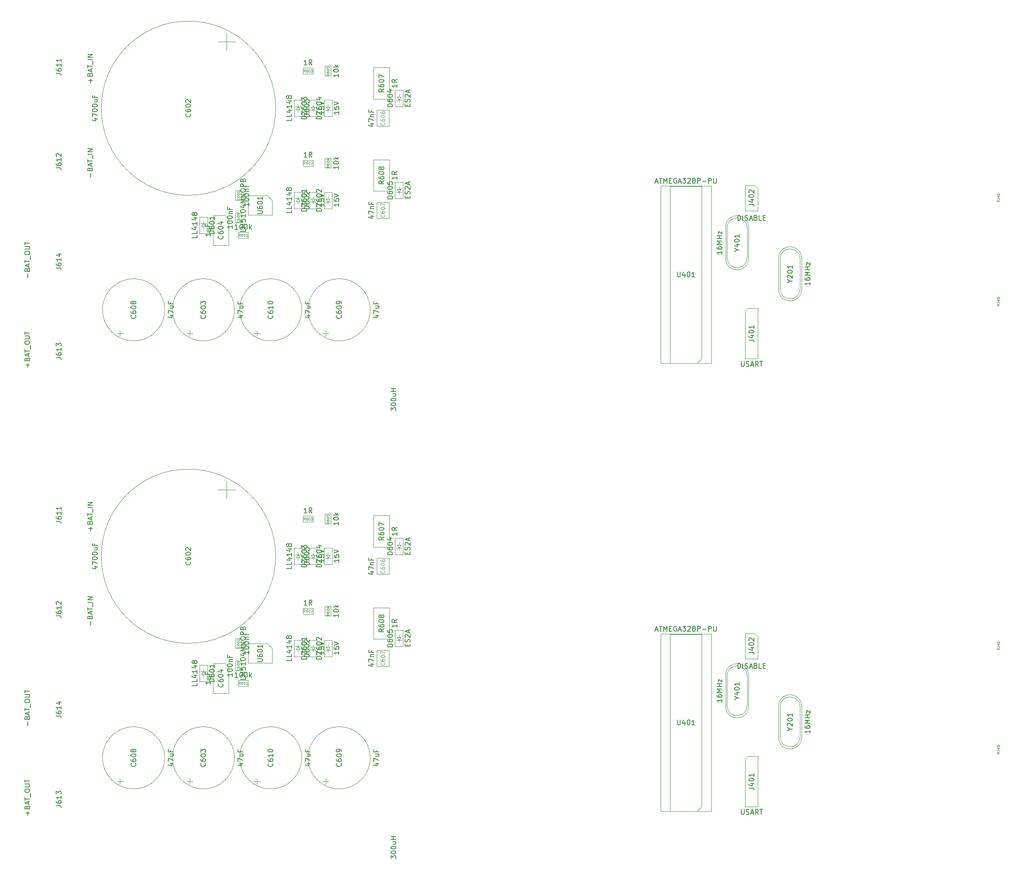
<source format=gbr>
G04 #@! TF.GenerationSoftware,KiCad,Pcbnew,5.1.4*
G04 #@! TF.CreationDate,2019-10-29T22:35:46-03:00*
G04 #@! TF.ProjectId,MCB19_panel,4d434231-395f-4706-916e-656c2e6b6963,rev?*
G04 #@! TF.SameCoordinates,Original*
G04 #@! TF.FileFunction,Other,Fab,Top*
%FSLAX46Y46*%
G04 Gerber Fmt 4.6, Leading zero omitted, Abs format (unit mm)*
G04 Created by KiCad (PCBNEW 5.1.4) date 2019-10-29 22:35:46*
%MOMM*%
%LPD*%
G04 APERTURE LIST*
%ADD10C,0.100000*%
%ADD11C,0.150000*%
%ADD12C,0.080000*%
%ADD13C,0.120000*%
G04 APERTURE END LIST*
D10*
X120980000Y-129510000D02*
X117780000Y-129510000D01*
X117780000Y-129510000D02*
X117780000Y-123210000D01*
X117780000Y-123210000D02*
X120980000Y-123210000D01*
X120980000Y-123210000D02*
X120980000Y-129510000D01*
X120980000Y-148010000D02*
X117780000Y-148010000D01*
X117780000Y-148010000D02*
X117780000Y-141710000D01*
X117780000Y-141710000D02*
X120980000Y-141710000D01*
X120980000Y-141710000D02*
X120980000Y-148010000D01*
X188726000Y-161384000D02*
G75*
G03X192726000Y-161384000I2000000J0D01*
G01*
X188726000Y-155384000D02*
G75*
G02X192726000Y-155384000I2000000J0D01*
G01*
X188401000Y-161509000D02*
G75*
G03X193051000Y-161509000I2325000J0D01*
G01*
X188401000Y-155259000D02*
G75*
G02X193051000Y-155259000I2325000J0D01*
G01*
X188726000Y-155384000D02*
X188726000Y-161384000D01*
X192726000Y-155384000D02*
X192726000Y-161384000D01*
X188401000Y-155259000D02*
X188401000Y-161509000D01*
X193051000Y-155259000D02*
X193051000Y-161509000D01*
X203364000Y-161636000D02*
G75*
G03X199364000Y-161636000I-2000000J0D01*
G01*
X203364000Y-167636000D02*
G75*
G02X199364000Y-167636000I-2000000J0D01*
G01*
X203689000Y-161511000D02*
G75*
G03X199039000Y-161511000I-2325000J0D01*
G01*
X203689000Y-167761000D02*
G75*
G02X199039000Y-167761000I-2325000J0D01*
G01*
X203364000Y-167636000D02*
X203364000Y-161636000D01*
X199364000Y-167636000D02*
X199364000Y-161636000D01*
X203689000Y-167761000D02*
X203689000Y-161511000D01*
X199039000Y-167761000D02*
X199039000Y-161511000D01*
X192360000Y-172185000D02*
X192995000Y-171550000D01*
X192360000Y-181710000D02*
X192360000Y-172185000D01*
X194900000Y-181710000D02*
X192360000Y-181710000D01*
X194900000Y-171550000D02*
X194900000Y-181710000D01*
X192995000Y-171550000D02*
X194900000Y-171550000D01*
X175390000Y-182640000D02*
X185550000Y-182640000D01*
X175390000Y-146960000D02*
X175390000Y-182640000D01*
X185550000Y-146960000D02*
X175390000Y-146960000D01*
X185550000Y-182640000D02*
X185550000Y-146960000D01*
X183645000Y-181580000D02*
X182645000Y-182580000D01*
X183645000Y-147020000D02*
X183645000Y-181580000D01*
X177295000Y-147020000D02*
X183645000Y-147020000D01*
X177295000Y-182580000D02*
X177295000Y-147020000D01*
X182645000Y-182580000D02*
X177295000Y-182580000D01*
X192360000Y-151920000D02*
X192360000Y-146840000D01*
X194900000Y-151920000D02*
X192360000Y-151920000D01*
X194900000Y-147475000D02*
X194900000Y-151920000D01*
X194265000Y-146840000D02*
X194900000Y-147475000D01*
X192360000Y-146840000D02*
X194265000Y-146840000D01*
X91230000Y-149860000D02*
X90030000Y-149860000D01*
X90030000Y-149860000D02*
X90030000Y-147860000D01*
X90030000Y-147860000D02*
X91230000Y-147860000D01*
X91230000Y-147860000D02*
X91230000Y-149860000D01*
X98130000Y-131360000D02*
G75*
G03X98130000Y-131360000I-17500000J0D01*
G01*
X88317500Y-116294859D02*
X88317500Y-119794859D01*
X90067500Y-118044859D02*
X86567500Y-118044859D01*
X89880000Y-171860000D02*
G75*
G03X89880000Y-171860000I-6250000J0D01*
G01*
X80892500Y-177226489D02*
X80892500Y-175976489D01*
X80267500Y-176601489D02*
X81517500Y-176601489D01*
X88730000Y-158860000D02*
X88730000Y-153660000D01*
X88730000Y-153660000D02*
X87930000Y-152860000D01*
X87930000Y-152860000D02*
X85530000Y-152860000D01*
X85530000Y-152860000D02*
X85530000Y-158860000D01*
X85530000Y-158860000D02*
X88730000Y-158860000D01*
X90030000Y-152360000D02*
X91230000Y-152360000D01*
X91230000Y-152360000D02*
X91230000Y-154360000D01*
X91230000Y-154360000D02*
X90030000Y-154360000D01*
X90030000Y-154360000D02*
X90030000Y-152360000D01*
X84430000Y-156510000D02*
X82830000Y-156510000D01*
X82830000Y-156510000D02*
X82830000Y-153210000D01*
X82830000Y-153210000D02*
X84430000Y-153210000D01*
X84430000Y-153210000D02*
X84430000Y-156510000D01*
X83630000Y-155110000D02*
X83630000Y-155610000D01*
X83230000Y-155110000D02*
X83630000Y-154510000D01*
X84030000Y-155110000D02*
X83230000Y-155110000D01*
X83630000Y-154510000D02*
X84030000Y-155110000D01*
X83630000Y-154510000D02*
X83080000Y-154510000D01*
X83630000Y-154510000D02*
X84180000Y-154510000D01*
X83630000Y-154110000D02*
X83630000Y-154510000D01*
X103430000Y-133010000D02*
X101830000Y-133010000D01*
X101830000Y-133010000D02*
X101830000Y-129710000D01*
X101830000Y-129710000D02*
X103430000Y-129710000D01*
X103430000Y-129710000D02*
X103430000Y-133010000D01*
X102630000Y-131610000D02*
X102630000Y-132110000D01*
X102230000Y-131610000D02*
X102630000Y-131010000D01*
X103030000Y-131610000D02*
X102230000Y-131610000D01*
X102630000Y-131010000D02*
X103030000Y-131610000D01*
X102630000Y-131010000D02*
X102080000Y-131010000D01*
X102630000Y-131010000D02*
X103180000Y-131010000D01*
X102630000Y-130610000D02*
X102630000Y-131010000D01*
X122080000Y-127710000D02*
X123680000Y-127710000D01*
X123680000Y-127710000D02*
X123680000Y-131010000D01*
X123680000Y-131010000D02*
X122080000Y-131010000D01*
X122080000Y-131010000D02*
X122080000Y-127710000D01*
X122880000Y-129110000D02*
X122880000Y-128610000D01*
X123280000Y-129110000D02*
X122880000Y-129710000D01*
X122480000Y-129110000D02*
X123280000Y-129110000D01*
X122880000Y-129710000D02*
X122480000Y-129110000D01*
X122880000Y-129710000D02*
X123430000Y-129710000D01*
X122880000Y-129710000D02*
X122330000Y-129710000D01*
X122880000Y-130110000D02*
X122880000Y-129710000D01*
X122880000Y-148610000D02*
X122880000Y-148210000D01*
X122880000Y-148210000D02*
X122330000Y-148210000D01*
X122880000Y-148210000D02*
X123430000Y-148210000D01*
X122880000Y-148210000D02*
X122480000Y-147610000D01*
X122480000Y-147610000D02*
X123280000Y-147610000D01*
X123280000Y-147610000D02*
X122880000Y-148210000D01*
X122880000Y-147610000D02*
X122880000Y-147110000D01*
X122080000Y-149510000D02*
X122080000Y-146210000D01*
X123680000Y-149510000D02*
X122080000Y-149510000D01*
X123680000Y-146210000D02*
X123680000Y-149510000D01*
X122080000Y-146210000D02*
X123680000Y-146210000D01*
X104830000Y-148210000D02*
X106430000Y-148210000D01*
X106430000Y-148210000D02*
X106430000Y-151510000D01*
X106430000Y-151510000D02*
X104830000Y-151510000D01*
X104830000Y-151510000D02*
X104830000Y-148210000D01*
X105630000Y-149610000D02*
X105630000Y-149110000D01*
X106030000Y-149610000D02*
X105630000Y-150210000D01*
X105230000Y-149610000D02*
X106030000Y-149610000D01*
X105630000Y-150210000D02*
X105230000Y-149610000D01*
X105630000Y-150210000D02*
X106180000Y-150210000D01*
X105630000Y-150210000D02*
X105080000Y-150210000D01*
X105630000Y-150610000D02*
X105630000Y-150210000D01*
X108630000Y-150610000D02*
X108630000Y-150210000D01*
X108630000Y-150210000D02*
X108080000Y-150210000D01*
X108630000Y-150210000D02*
X109180000Y-150210000D01*
X108630000Y-150210000D02*
X108230000Y-149610000D01*
X108230000Y-149610000D02*
X109030000Y-149610000D01*
X109030000Y-149610000D02*
X108630000Y-150210000D01*
X108630000Y-149610000D02*
X108630000Y-149110000D01*
X107830000Y-151510000D02*
X107830000Y-148210000D01*
X109430000Y-151510000D02*
X107830000Y-151510000D01*
X109430000Y-148210000D02*
X109430000Y-151510000D01*
X107830000Y-148210000D02*
X109430000Y-148210000D01*
X104830000Y-129710000D02*
X106430000Y-129710000D01*
X106430000Y-129710000D02*
X106430000Y-133010000D01*
X106430000Y-133010000D02*
X104830000Y-133010000D01*
X104830000Y-133010000D02*
X104830000Y-129710000D01*
X105630000Y-131110000D02*
X105630000Y-130610000D01*
X106030000Y-131110000D02*
X105630000Y-131710000D01*
X105230000Y-131110000D02*
X106030000Y-131110000D01*
X105630000Y-131710000D02*
X105230000Y-131110000D01*
X105630000Y-131710000D02*
X106180000Y-131710000D01*
X105630000Y-131710000D02*
X105080000Y-131710000D01*
X105630000Y-132110000D02*
X105630000Y-131710000D01*
X107830000Y-129710000D02*
X109430000Y-129710000D01*
X109430000Y-129710000D02*
X109430000Y-133010000D01*
X109430000Y-133010000D02*
X107830000Y-133010000D01*
X107830000Y-133010000D02*
X107830000Y-129710000D01*
X108630000Y-131110000D02*
X108630000Y-130610000D01*
X109030000Y-131110000D02*
X108630000Y-131710000D01*
X108230000Y-131110000D02*
X109030000Y-131110000D01*
X108630000Y-131710000D02*
X108230000Y-131110000D01*
X108630000Y-131710000D02*
X109180000Y-131710000D01*
X108630000Y-131710000D02*
X108080000Y-131710000D01*
X108630000Y-132110000D02*
X108630000Y-131710000D01*
X103380000Y-171860000D02*
G75*
G03X103380000Y-171860000I-6250000J0D01*
G01*
X94392500Y-177226489D02*
X94392500Y-175976489D01*
X93767500Y-176601489D02*
X95017500Y-176601489D01*
X103430000Y-151510000D02*
X101830000Y-151510000D01*
X101830000Y-151510000D02*
X101830000Y-148210000D01*
X101830000Y-148210000D02*
X103430000Y-148210000D01*
X103430000Y-148210000D02*
X103430000Y-151510000D01*
X102630000Y-150110000D02*
X102630000Y-150610000D01*
X102230000Y-150110000D02*
X102630000Y-149510000D01*
X103030000Y-150110000D02*
X102230000Y-150110000D01*
X102630000Y-149510000D02*
X103030000Y-150110000D01*
X102630000Y-149510000D02*
X102080000Y-149510000D01*
X102630000Y-149510000D02*
X103180000Y-149510000D01*
X102630000Y-149110000D02*
X102630000Y-149510000D01*
X109230000Y-124860000D02*
X108030000Y-124860000D01*
X108030000Y-124860000D02*
X108030000Y-122860000D01*
X108030000Y-122860000D02*
X109230000Y-122860000D01*
X109230000Y-122860000D02*
X109230000Y-124860000D01*
X75880000Y-171860000D02*
G75*
G03X75880000Y-171860000I-6250000J0D01*
G01*
X66892500Y-177226489D02*
X66892500Y-175976489D01*
X66267500Y-176601489D02*
X67517500Y-176601489D01*
X105630000Y-141760000D02*
X105630000Y-142960000D01*
X105630000Y-142960000D02*
X103630000Y-142960000D01*
X103630000Y-142960000D02*
X103630000Y-141760000D01*
X103630000Y-141760000D02*
X105630000Y-141760000D01*
X105630000Y-123260000D02*
X105630000Y-124460000D01*
X105630000Y-124460000D02*
X103630000Y-124460000D01*
X103630000Y-124460000D02*
X103630000Y-123260000D01*
X103630000Y-123260000D02*
X105630000Y-123260000D01*
X117130000Y-171860000D02*
G75*
G03X117130000Y-171860000I-6250000J0D01*
G01*
X108142500Y-177226489D02*
X108142500Y-175976489D01*
X107517500Y-176601489D02*
X108767500Y-176601489D01*
X118380000Y-150260000D02*
X120880000Y-150260000D01*
X120880000Y-150260000D02*
X120880000Y-153460000D01*
X120880000Y-153460000D02*
X118380000Y-153460000D01*
X118380000Y-153460000D02*
X118380000Y-150260000D01*
X92605000Y-156260000D02*
X92605000Y-157460000D01*
X92605000Y-157460000D02*
X90605000Y-157460000D01*
X90605000Y-157460000D02*
X90605000Y-156260000D01*
X90605000Y-156260000D02*
X92605000Y-156260000D01*
X97465000Y-149885000D02*
X97465000Y-152810000D01*
X97465000Y-152810000D02*
X92565000Y-152810000D01*
X92565000Y-152810000D02*
X92565000Y-148910000D01*
X92565000Y-148910000D02*
X96490000Y-148910000D01*
X96490000Y-148910000D02*
X97465000Y-149885000D01*
X118380000Y-131760000D02*
X120880000Y-131760000D01*
X120880000Y-131760000D02*
X120880000Y-134960000D01*
X120880000Y-134960000D02*
X118380000Y-134960000D01*
X118380000Y-134960000D02*
X118380000Y-131760000D01*
X109230000Y-143360000D02*
X108030000Y-143360000D01*
X108030000Y-143360000D02*
X108030000Y-141360000D01*
X108030000Y-141360000D02*
X109230000Y-141360000D01*
X109230000Y-141360000D02*
X109230000Y-143360000D01*
X120980000Y-51710000D02*
X120980000Y-58010000D01*
X117780000Y-51710000D02*
X120980000Y-51710000D01*
X117780000Y-58010000D02*
X117780000Y-51710000D01*
X120980000Y-58010000D02*
X117780000Y-58010000D01*
X120980000Y-33210000D02*
X120980000Y-39510000D01*
X117780000Y-33210000D02*
X120980000Y-33210000D01*
X117780000Y-39510000D02*
X117780000Y-33210000D01*
X120980000Y-39510000D02*
X117780000Y-39510000D01*
X118380000Y-44960000D02*
X118380000Y-41760000D01*
X120880000Y-44960000D02*
X118380000Y-44960000D01*
X120880000Y-41760000D02*
X120880000Y-44960000D01*
X118380000Y-41760000D02*
X120880000Y-41760000D01*
X118380000Y-63460000D02*
X118380000Y-60260000D01*
X120880000Y-63460000D02*
X118380000Y-63460000D01*
X120880000Y-60260000D02*
X120880000Y-63460000D01*
X118380000Y-60260000D02*
X120880000Y-60260000D01*
X66267500Y-86601489D02*
X67517500Y-86601489D01*
X66892500Y-87226489D02*
X66892500Y-85976489D01*
X75880000Y-81860000D02*
G75*
G03X75880000Y-81860000I-6250000J0D01*
G01*
X102630000Y-59110000D02*
X102630000Y-59510000D01*
X102630000Y-59510000D02*
X103180000Y-59510000D01*
X102630000Y-59510000D02*
X102080000Y-59510000D01*
X102630000Y-59510000D02*
X103030000Y-60110000D01*
X103030000Y-60110000D02*
X102230000Y-60110000D01*
X102230000Y-60110000D02*
X102630000Y-59510000D01*
X102630000Y-60110000D02*
X102630000Y-60610000D01*
X103430000Y-58210000D02*
X103430000Y-61510000D01*
X101830000Y-58210000D02*
X103430000Y-58210000D01*
X101830000Y-61510000D02*
X101830000Y-58210000D01*
X103430000Y-61510000D02*
X101830000Y-61510000D01*
X93767500Y-86601489D02*
X95017500Y-86601489D01*
X94392500Y-87226489D02*
X94392500Y-85976489D01*
X103380000Y-81860000D02*
G75*
G03X103380000Y-81860000I-6250000J0D01*
G01*
X107517500Y-86601489D02*
X108767500Y-86601489D01*
X108142500Y-87226489D02*
X108142500Y-85976489D01*
X117130000Y-81860000D02*
G75*
G03X117130000Y-81860000I-6250000J0D01*
G01*
X96490000Y-58910000D02*
X97465000Y-59885000D01*
X92565000Y-58910000D02*
X96490000Y-58910000D01*
X92565000Y-62810000D02*
X92565000Y-58910000D01*
X97465000Y-62810000D02*
X92565000Y-62810000D01*
X97465000Y-59885000D02*
X97465000Y-62810000D01*
X109230000Y-32860000D02*
X109230000Y-34860000D01*
X108030000Y-32860000D02*
X109230000Y-32860000D01*
X108030000Y-34860000D02*
X108030000Y-32860000D01*
X109230000Y-34860000D02*
X108030000Y-34860000D01*
X109230000Y-51360000D02*
X109230000Y-53360000D01*
X108030000Y-51360000D02*
X109230000Y-51360000D01*
X108030000Y-53360000D02*
X108030000Y-51360000D01*
X109230000Y-53360000D02*
X108030000Y-53360000D01*
X103630000Y-33260000D02*
X105630000Y-33260000D01*
X103630000Y-34460000D02*
X103630000Y-33260000D01*
X105630000Y-34460000D02*
X103630000Y-34460000D01*
X105630000Y-33260000D02*
X105630000Y-34460000D01*
X103630000Y-51760000D02*
X105630000Y-51760000D01*
X103630000Y-52960000D02*
X103630000Y-51760000D01*
X105630000Y-52960000D02*
X103630000Y-52960000D01*
X105630000Y-51760000D02*
X105630000Y-52960000D01*
X90605000Y-66260000D02*
X92605000Y-66260000D01*
X90605000Y-67460000D02*
X90605000Y-66260000D01*
X92605000Y-67460000D02*
X90605000Y-67460000D01*
X92605000Y-66260000D02*
X92605000Y-67460000D01*
X108630000Y-42110000D02*
X108630000Y-41710000D01*
X108630000Y-41710000D02*
X108080000Y-41710000D01*
X108630000Y-41710000D02*
X109180000Y-41710000D01*
X108630000Y-41710000D02*
X108230000Y-41110000D01*
X108230000Y-41110000D02*
X109030000Y-41110000D01*
X109030000Y-41110000D02*
X108630000Y-41710000D01*
X108630000Y-41110000D02*
X108630000Y-40610000D01*
X107830000Y-43010000D02*
X107830000Y-39710000D01*
X109430000Y-43010000D02*
X107830000Y-43010000D01*
X109430000Y-39710000D02*
X109430000Y-43010000D01*
X107830000Y-39710000D02*
X109430000Y-39710000D01*
X105630000Y-42110000D02*
X105630000Y-41710000D01*
X105630000Y-41710000D02*
X105080000Y-41710000D01*
X105630000Y-41710000D02*
X106180000Y-41710000D01*
X105630000Y-41710000D02*
X105230000Y-41110000D01*
X105230000Y-41110000D02*
X106030000Y-41110000D01*
X106030000Y-41110000D02*
X105630000Y-41710000D01*
X105630000Y-41110000D02*
X105630000Y-40610000D01*
X104830000Y-43010000D02*
X104830000Y-39710000D01*
X106430000Y-43010000D02*
X104830000Y-43010000D01*
X106430000Y-39710000D02*
X106430000Y-43010000D01*
X104830000Y-39710000D02*
X106430000Y-39710000D01*
X107830000Y-58210000D02*
X109430000Y-58210000D01*
X109430000Y-58210000D02*
X109430000Y-61510000D01*
X109430000Y-61510000D02*
X107830000Y-61510000D01*
X107830000Y-61510000D02*
X107830000Y-58210000D01*
X108630000Y-59610000D02*
X108630000Y-59110000D01*
X109030000Y-59610000D02*
X108630000Y-60210000D01*
X108230000Y-59610000D02*
X109030000Y-59610000D01*
X108630000Y-60210000D02*
X108230000Y-59610000D01*
X108630000Y-60210000D02*
X109180000Y-60210000D01*
X108630000Y-60210000D02*
X108080000Y-60210000D01*
X108630000Y-60610000D02*
X108630000Y-60210000D01*
X105630000Y-60610000D02*
X105630000Y-60210000D01*
X105630000Y-60210000D02*
X105080000Y-60210000D01*
X105630000Y-60210000D02*
X106180000Y-60210000D01*
X105630000Y-60210000D02*
X105230000Y-59610000D01*
X105230000Y-59610000D02*
X106030000Y-59610000D01*
X106030000Y-59610000D02*
X105630000Y-60210000D01*
X105630000Y-59610000D02*
X105630000Y-59110000D01*
X104830000Y-61510000D02*
X104830000Y-58210000D01*
X106430000Y-61510000D02*
X104830000Y-61510000D01*
X106430000Y-58210000D02*
X106430000Y-61510000D01*
X104830000Y-58210000D02*
X106430000Y-58210000D01*
X122080000Y-56210000D02*
X123680000Y-56210000D01*
X123680000Y-56210000D02*
X123680000Y-59510000D01*
X123680000Y-59510000D02*
X122080000Y-59510000D01*
X122080000Y-59510000D02*
X122080000Y-56210000D01*
X122880000Y-57610000D02*
X122880000Y-57110000D01*
X123280000Y-57610000D02*
X122880000Y-58210000D01*
X122480000Y-57610000D02*
X123280000Y-57610000D01*
X122880000Y-58210000D02*
X122480000Y-57610000D01*
X122880000Y-58210000D02*
X123430000Y-58210000D01*
X122880000Y-58210000D02*
X122330000Y-58210000D01*
X122880000Y-58610000D02*
X122880000Y-58210000D01*
X122880000Y-40110000D02*
X122880000Y-39710000D01*
X122880000Y-39710000D02*
X122330000Y-39710000D01*
X122880000Y-39710000D02*
X123430000Y-39710000D01*
X122880000Y-39710000D02*
X122480000Y-39110000D01*
X122480000Y-39110000D02*
X123280000Y-39110000D01*
X123280000Y-39110000D02*
X122880000Y-39710000D01*
X122880000Y-39110000D02*
X122880000Y-38610000D01*
X122080000Y-41010000D02*
X122080000Y-37710000D01*
X123680000Y-41010000D02*
X122080000Y-41010000D01*
X123680000Y-37710000D02*
X123680000Y-41010000D01*
X122080000Y-37710000D02*
X123680000Y-37710000D01*
X102630000Y-40610000D02*
X102630000Y-41010000D01*
X102630000Y-41010000D02*
X103180000Y-41010000D01*
X102630000Y-41010000D02*
X102080000Y-41010000D01*
X102630000Y-41010000D02*
X103030000Y-41610000D01*
X103030000Y-41610000D02*
X102230000Y-41610000D01*
X102230000Y-41610000D02*
X102630000Y-41010000D01*
X102630000Y-41610000D02*
X102630000Y-42110000D01*
X103430000Y-39710000D02*
X103430000Y-43010000D01*
X101830000Y-39710000D02*
X103430000Y-39710000D01*
X101830000Y-43010000D02*
X101830000Y-39710000D01*
X103430000Y-43010000D02*
X101830000Y-43010000D01*
X83630000Y-64110000D02*
X83630000Y-64510000D01*
X83630000Y-64510000D02*
X84180000Y-64510000D01*
X83630000Y-64510000D02*
X83080000Y-64510000D01*
X83630000Y-64510000D02*
X84030000Y-65110000D01*
X84030000Y-65110000D02*
X83230000Y-65110000D01*
X83230000Y-65110000D02*
X83630000Y-64510000D01*
X83630000Y-65110000D02*
X83630000Y-65610000D01*
X84430000Y-63210000D02*
X84430000Y-66510000D01*
X82830000Y-63210000D02*
X84430000Y-63210000D01*
X82830000Y-66510000D02*
X82830000Y-63210000D01*
X84430000Y-66510000D02*
X82830000Y-66510000D01*
X90030000Y-64360000D02*
X90030000Y-62360000D01*
X91230000Y-64360000D02*
X90030000Y-64360000D01*
X91230000Y-62360000D02*
X91230000Y-64360000D01*
X90030000Y-62360000D02*
X91230000Y-62360000D01*
X85530000Y-68860000D02*
X88730000Y-68860000D01*
X85530000Y-62860000D02*
X85530000Y-68860000D01*
X87930000Y-62860000D02*
X85530000Y-62860000D01*
X88730000Y-63660000D02*
X87930000Y-62860000D01*
X88730000Y-68860000D02*
X88730000Y-63660000D01*
X80267500Y-86601489D02*
X81517500Y-86601489D01*
X80892500Y-87226489D02*
X80892500Y-85976489D01*
X89880000Y-81860000D02*
G75*
G03X89880000Y-81860000I-6250000J0D01*
G01*
X90067500Y-28044859D02*
X86567500Y-28044859D01*
X88317500Y-26294859D02*
X88317500Y-29794859D01*
X98130000Y-41360000D02*
G75*
G03X98130000Y-41360000I-17500000J0D01*
G01*
X91230000Y-57860000D02*
X91230000Y-59860000D01*
X90030000Y-57860000D02*
X91230000Y-57860000D01*
X90030000Y-59860000D02*
X90030000Y-57860000D01*
X91230000Y-59860000D02*
X90030000Y-59860000D01*
X192360000Y-56840000D02*
X194265000Y-56840000D01*
X194265000Y-56840000D02*
X194900000Y-57475000D01*
X194900000Y-57475000D02*
X194900000Y-61920000D01*
X194900000Y-61920000D02*
X192360000Y-61920000D01*
X192360000Y-61920000D02*
X192360000Y-56840000D01*
X182645000Y-92580000D02*
X177295000Y-92580000D01*
X177295000Y-92580000D02*
X177295000Y-57020000D01*
X177295000Y-57020000D02*
X183645000Y-57020000D01*
X183645000Y-57020000D02*
X183645000Y-91580000D01*
X183645000Y-91580000D02*
X182645000Y-92580000D01*
X185550000Y-92640000D02*
X185550000Y-56960000D01*
X185550000Y-56960000D02*
X175390000Y-56960000D01*
X175390000Y-56960000D02*
X175390000Y-92640000D01*
X175390000Y-92640000D02*
X185550000Y-92640000D01*
X192995000Y-81550000D02*
X194900000Y-81550000D01*
X194900000Y-81550000D02*
X194900000Y-91710000D01*
X194900000Y-91710000D02*
X192360000Y-91710000D01*
X192360000Y-91710000D02*
X192360000Y-82185000D01*
X192360000Y-82185000D02*
X192995000Y-81550000D01*
X199039000Y-77761000D02*
X199039000Y-71511000D01*
X203689000Y-77761000D02*
X203689000Y-71511000D01*
X199364000Y-77636000D02*
X199364000Y-71636000D01*
X203364000Y-77636000D02*
X203364000Y-71636000D01*
X203689000Y-77761000D02*
G75*
G02X199039000Y-77761000I-2325000J0D01*
G01*
X203689000Y-71511000D02*
G75*
G03X199039000Y-71511000I-2325000J0D01*
G01*
X203364000Y-77636000D02*
G75*
G02X199364000Y-77636000I-2000000J0D01*
G01*
X203364000Y-71636000D02*
G75*
G03X199364000Y-71636000I-2000000J0D01*
G01*
X193051000Y-65259000D02*
X193051000Y-71509000D01*
X188401000Y-65259000D02*
X188401000Y-71509000D01*
X192726000Y-65384000D02*
X192726000Y-71384000D01*
X188726000Y-65384000D02*
X188726000Y-71384000D01*
X188401000Y-65259000D02*
G75*
G02X193051000Y-65259000I2325000J0D01*
G01*
X188401000Y-71509000D02*
G75*
G03X193051000Y-71509000I2325000J0D01*
G01*
X188726000Y-65384000D02*
G75*
G02X192726000Y-65384000I2000000J0D01*
G01*
X188726000Y-71384000D02*
G75*
G03X192726000Y-71384000I2000000J0D01*
G01*
D11*
X61001428Y-145193333D02*
X61001428Y-144431428D01*
X60858571Y-143621904D02*
X60906190Y-143479047D01*
X60953809Y-143431428D01*
X61049047Y-143383809D01*
X61191904Y-143383809D01*
X61287142Y-143431428D01*
X61334761Y-143479047D01*
X61382380Y-143574285D01*
X61382380Y-143955238D01*
X60382380Y-143955238D01*
X60382380Y-143621904D01*
X60430000Y-143526666D01*
X60477619Y-143479047D01*
X60572857Y-143431428D01*
X60668095Y-143431428D01*
X60763333Y-143479047D01*
X60810952Y-143526666D01*
X60858571Y-143621904D01*
X60858571Y-143955238D01*
X61096666Y-143002857D02*
X61096666Y-142526666D01*
X61382380Y-143098095D02*
X60382380Y-142764761D01*
X61382380Y-142431428D01*
X60382380Y-142240952D02*
X60382380Y-141669523D01*
X61382380Y-141955238D02*
X60382380Y-141955238D01*
X61477619Y-141574285D02*
X61477619Y-140812380D01*
X61382380Y-140574285D02*
X60382380Y-140574285D01*
X61382380Y-140098095D02*
X60382380Y-140098095D01*
X61382380Y-139526666D01*
X60382380Y-139526666D01*
X54082380Y-143345714D02*
X54796666Y-143345714D01*
X54939523Y-143393333D01*
X55034761Y-143488571D01*
X55082380Y-143631428D01*
X55082380Y-143726666D01*
X54082380Y-142440952D02*
X54082380Y-142631428D01*
X54130000Y-142726666D01*
X54177619Y-142774285D01*
X54320476Y-142869523D01*
X54510952Y-142917142D01*
X54891904Y-142917142D01*
X54987142Y-142869523D01*
X55034761Y-142821904D01*
X55082380Y-142726666D01*
X55082380Y-142536190D01*
X55034761Y-142440952D01*
X54987142Y-142393333D01*
X54891904Y-142345714D01*
X54653809Y-142345714D01*
X54558571Y-142393333D01*
X54510952Y-142440952D01*
X54463333Y-142536190D01*
X54463333Y-142726666D01*
X54510952Y-142821904D01*
X54558571Y-142869523D01*
X54653809Y-142917142D01*
X55082380Y-141393333D02*
X55082380Y-141964761D01*
X55082380Y-141679047D02*
X54082380Y-141679047D01*
X54225238Y-141774285D01*
X54320476Y-141869523D01*
X54368095Y-141964761D01*
X54177619Y-141012380D02*
X54130000Y-140964761D01*
X54082380Y-140869523D01*
X54082380Y-140631428D01*
X54130000Y-140536190D01*
X54177619Y-140488571D01*
X54272857Y-140440952D01*
X54368095Y-140440952D01*
X54510952Y-140488571D01*
X55082380Y-141060000D01*
X55082380Y-140440952D01*
X48401428Y-165360000D02*
X48401428Y-164598095D01*
X48258571Y-163788571D02*
X48306190Y-163645714D01*
X48353809Y-163598095D01*
X48449047Y-163550476D01*
X48591904Y-163550476D01*
X48687142Y-163598095D01*
X48734761Y-163645714D01*
X48782380Y-163740952D01*
X48782380Y-164121904D01*
X47782380Y-164121904D01*
X47782380Y-163788571D01*
X47830000Y-163693333D01*
X47877619Y-163645714D01*
X47972857Y-163598095D01*
X48068095Y-163598095D01*
X48163333Y-163645714D01*
X48210952Y-163693333D01*
X48258571Y-163788571D01*
X48258571Y-164121904D01*
X48496666Y-163169523D02*
X48496666Y-162693333D01*
X48782380Y-163264761D02*
X47782380Y-162931428D01*
X48782380Y-162598095D01*
X47782380Y-162407619D02*
X47782380Y-161836190D01*
X48782380Y-162121904D02*
X47782380Y-162121904D01*
X48877619Y-161740952D02*
X48877619Y-160979047D01*
X47782380Y-160550476D02*
X47782380Y-160360000D01*
X47830000Y-160264761D01*
X47925238Y-160169523D01*
X48115714Y-160121904D01*
X48449047Y-160121904D01*
X48639523Y-160169523D01*
X48734761Y-160264761D01*
X48782380Y-160360000D01*
X48782380Y-160550476D01*
X48734761Y-160645714D01*
X48639523Y-160740952D01*
X48449047Y-160788571D01*
X48115714Y-160788571D01*
X47925238Y-160740952D01*
X47830000Y-160645714D01*
X47782380Y-160550476D01*
X47782380Y-159693333D02*
X48591904Y-159693333D01*
X48687142Y-159645714D01*
X48734761Y-159598095D01*
X48782380Y-159502857D01*
X48782380Y-159312380D01*
X48734761Y-159217142D01*
X48687142Y-159169523D01*
X48591904Y-159121904D01*
X47782380Y-159121904D01*
X47782380Y-158788571D02*
X47782380Y-158217142D01*
X48782380Y-158502857D02*
X47782380Y-158502857D01*
X54082380Y-163445714D02*
X54796666Y-163445714D01*
X54939523Y-163493333D01*
X55034761Y-163588571D01*
X55082380Y-163731428D01*
X55082380Y-163826666D01*
X54082380Y-162540952D02*
X54082380Y-162731428D01*
X54130000Y-162826666D01*
X54177619Y-162874285D01*
X54320476Y-162969523D01*
X54510952Y-163017142D01*
X54891904Y-163017142D01*
X54987142Y-162969523D01*
X55034761Y-162921904D01*
X55082380Y-162826666D01*
X55082380Y-162636190D01*
X55034761Y-162540952D01*
X54987142Y-162493333D01*
X54891904Y-162445714D01*
X54653809Y-162445714D01*
X54558571Y-162493333D01*
X54510952Y-162540952D01*
X54463333Y-162636190D01*
X54463333Y-162826666D01*
X54510952Y-162921904D01*
X54558571Y-162969523D01*
X54653809Y-163017142D01*
X55082380Y-161493333D02*
X55082380Y-162064761D01*
X55082380Y-161779047D02*
X54082380Y-161779047D01*
X54225238Y-161874285D01*
X54320476Y-161969523D01*
X54368095Y-162064761D01*
X54415714Y-160636190D02*
X55082380Y-160636190D01*
X54034761Y-160874285D02*
X54749047Y-161112380D01*
X54749047Y-160493333D01*
X122452380Y-126574285D02*
X122452380Y-127145714D01*
X122452380Y-126860000D02*
X121452380Y-126860000D01*
X121595238Y-126955238D01*
X121690476Y-127050476D01*
X121738095Y-127145714D01*
X122452380Y-125574285D02*
X121976190Y-125907619D01*
X122452380Y-126145714D02*
X121452380Y-126145714D01*
X121452380Y-125764761D01*
X121500000Y-125669523D01*
X121547619Y-125621904D01*
X121642857Y-125574285D01*
X121785714Y-125574285D01*
X121880952Y-125621904D01*
X121928571Y-125669523D01*
X121976190Y-125764761D01*
X121976190Y-126145714D01*
X119832380Y-127479047D02*
X119356190Y-127812380D01*
X119832380Y-128050476D02*
X118832380Y-128050476D01*
X118832380Y-127669523D01*
X118880000Y-127574285D01*
X118927619Y-127526666D01*
X119022857Y-127479047D01*
X119165714Y-127479047D01*
X119260952Y-127526666D01*
X119308571Y-127574285D01*
X119356190Y-127669523D01*
X119356190Y-128050476D01*
X118832380Y-126621904D02*
X118832380Y-126812380D01*
X118880000Y-126907619D01*
X118927619Y-126955238D01*
X119070476Y-127050476D01*
X119260952Y-127098095D01*
X119641904Y-127098095D01*
X119737142Y-127050476D01*
X119784761Y-127002857D01*
X119832380Y-126907619D01*
X119832380Y-126717142D01*
X119784761Y-126621904D01*
X119737142Y-126574285D01*
X119641904Y-126526666D01*
X119403809Y-126526666D01*
X119308571Y-126574285D01*
X119260952Y-126621904D01*
X119213333Y-126717142D01*
X119213333Y-126907619D01*
X119260952Y-127002857D01*
X119308571Y-127050476D01*
X119403809Y-127098095D01*
X118832380Y-125907619D02*
X118832380Y-125812380D01*
X118880000Y-125717142D01*
X118927619Y-125669523D01*
X119022857Y-125621904D01*
X119213333Y-125574285D01*
X119451428Y-125574285D01*
X119641904Y-125621904D01*
X119737142Y-125669523D01*
X119784761Y-125717142D01*
X119832380Y-125812380D01*
X119832380Y-125907619D01*
X119784761Y-126002857D01*
X119737142Y-126050476D01*
X119641904Y-126098095D01*
X119451428Y-126145714D01*
X119213333Y-126145714D01*
X119022857Y-126098095D01*
X118927619Y-126050476D01*
X118880000Y-126002857D01*
X118832380Y-125907619D01*
X118832380Y-125240952D02*
X118832380Y-124574285D01*
X119832380Y-125002857D01*
X122452380Y-145074285D02*
X122452380Y-145645714D01*
X122452380Y-145360000D02*
X121452380Y-145360000D01*
X121595238Y-145455238D01*
X121690476Y-145550476D01*
X121738095Y-145645714D01*
X122452380Y-144074285D02*
X121976190Y-144407619D01*
X122452380Y-144645714D02*
X121452380Y-144645714D01*
X121452380Y-144264761D01*
X121500000Y-144169523D01*
X121547619Y-144121904D01*
X121642857Y-144074285D01*
X121785714Y-144074285D01*
X121880952Y-144121904D01*
X121928571Y-144169523D01*
X121976190Y-144264761D01*
X121976190Y-144645714D01*
X119832380Y-145979047D02*
X119356190Y-146312380D01*
X119832380Y-146550476D02*
X118832380Y-146550476D01*
X118832380Y-146169523D01*
X118880000Y-146074285D01*
X118927619Y-146026666D01*
X119022857Y-145979047D01*
X119165714Y-145979047D01*
X119260952Y-146026666D01*
X119308571Y-146074285D01*
X119356190Y-146169523D01*
X119356190Y-146550476D01*
X118832380Y-145121904D02*
X118832380Y-145312380D01*
X118880000Y-145407619D01*
X118927619Y-145455238D01*
X119070476Y-145550476D01*
X119260952Y-145598095D01*
X119641904Y-145598095D01*
X119737142Y-145550476D01*
X119784761Y-145502857D01*
X119832380Y-145407619D01*
X119832380Y-145217142D01*
X119784761Y-145121904D01*
X119737142Y-145074285D01*
X119641904Y-145026666D01*
X119403809Y-145026666D01*
X119308571Y-145074285D01*
X119260952Y-145121904D01*
X119213333Y-145217142D01*
X119213333Y-145407619D01*
X119260952Y-145502857D01*
X119308571Y-145550476D01*
X119403809Y-145598095D01*
X118832380Y-144407619D02*
X118832380Y-144312380D01*
X118880000Y-144217142D01*
X118927619Y-144169523D01*
X119022857Y-144121904D01*
X119213333Y-144074285D01*
X119451428Y-144074285D01*
X119641904Y-144121904D01*
X119737142Y-144169523D01*
X119784761Y-144217142D01*
X119832380Y-144312380D01*
X119832380Y-144407619D01*
X119784761Y-144502857D01*
X119737142Y-144550476D01*
X119641904Y-144598095D01*
X119451428Y-144645714D01*
X119213333Y-144645714D01*
X119022857Y-144598095D01*
X118927619Y-144550476D01*
X118880000Y-144502857D01*
X118832380Y-144407619D01*
X119260952Y-143502857D02*
X119213333Y-143598095D01*
X119165714Y-143645714D01*
X119070476Y-143693333D01*
X119022857Y-143693333D01*
X118927619Y-143645714D01*
X118880000Y-143598095D01*
X118832380Y-143502857D01*
X118832380Y-143312380D01*
X118880000Y-143217142D01*
X118927619Y-143169523D01*
X119022857Y-143121904D01*
X119070476Y-143121904D01*
X119165714Y-143169523D01*
X119213333Y-143217142D01*
X119260952Y-143312380D01*
X119260952Y-143502857D01*
X119308571Y-143598095D01*
X119356190Y-143645714D01*
X119451428Y-143693333D01*
X119641904Y-143693333D01*
X119737142Y-143645714D01*
X119784761Y-143598095D01*
X119832380Y-143502857D01*
X119832380Y-143312380D01*
X119784761Y-143217142D01*
X119737142Y-143169523D01*
X119641904Y-143121904D01*
X119451428Y-143121904D01*
X119356190Y-143169523D01*
X119308571Y-143217142D01*
X119260952Y-143312380D01*
X187653380Y-160074476D02*
X187653380Y-160645904D01*
X187653380Y-160360190D02*
X186653380Y-160360190D01*
X186796238Y-160455428D01*
X186891476Y-160550666D01*
X186939095Y-160645904D01*
X186653380Y-159217333D02*
X186653380Y-159407809D01*
X186701000Y-159503047D01*
X186748619Y-159550666D01*
X186891476Y-159645904D01*
X187081952Y-159693523D01*
X187462904Y-159693523D01*
X187558142Y-159645904D01*
X187605761Y-159598285D01*
X187653380Y-159503047D01*
X187653380Y-159312571D01*
X187605761Y-159217333D01*
X187558142Y-159169714D01*
X187462904Y-159122095D01*
X187224809Y-159122095D01*
X187129571Y-159169714D01*
X187081952Y-159217333D01*
X187034333Y-159312571D01*
X187034333Y-159503047D01*
X187081952Y-159598285D01*
X187129571Y-159645904D01*
X187224809Y-159693523D01*
X187653380Y-158693523D02*
X186653380Y-158693523D01*
X187367666Y-158360190D01*
X186653380Y-158026857D01*
X187653380Y-158026857D01*
X187653380Y-157550666D02*
X186653380Y-157550666D01*
X187129571Y-157550666D02*
X187129571Y-156979238D01*
X187653380Y-156979238D02*
X186653380Y-156979238D01*
X186986714Y-156598285D02*
X186986714Y-156074476D01*
X187653380Y-156598285D01*
X187653380Y-156074476D01*
X190702190Y-159812571D02*
X191178380Y-159812571D01*
X190178380Y-160145904D02*
X190702190Y-159812571D01*
X190178380Y-159479238D01*
X190511714Y-158717333D02*
X191178380Y-158717333D01*
X190130761Y-158955428D02*
X190845047Y-159193523D01*
X190845047Y-158574476D01*
X190178380Y-158003047D02*
X190178380Y-157907809D01*
X190226000Y-157812571D01*
X190273619Y-157764952D01*
X190368857Y-157717333D01*
X190559333Y-157669714D01*
X190797428Y-157669714D01*
X190987904Y-157717333D01*
X191083142Y-157764952D01*
X191130761Y-157812571D01*
X191178380Y-157907809D01*
X191178380Y-158003047D01*
X191130761Y-158098285D01*
X191083142Y-158145904D01*
X190987904Y-158193523D01*
X190797428Y-158241142D01*
X190559333Y-158241142D01*
X190368857Y-158193523D01*
X190273619Y-158145904D01*
X190226000Y-158098285D01*
X190178380Y-158003047D01*
X191178380Y-156717333D02*
X191178380Y-157288761D01*
X191178380Y-157003047D02*
X190178380Y-157003047D01*
X190321238Y-157098285D01*
X190416476Y-157193523D01*
X190464095Y-157288761D01*
X205341380Y-166326476D02*
X205341380Y-166897904D01*
X205341380Y-166612190D02*
X204341380Y-166612190D01*
X204484238Y-166707428D01*
X204579476Y-166802666D01*
X204627095Y-166897904D01*
X204341380Y-165469333D02*
X204341380Y-165659809D01*
X204389000Y-165755047D01*
X204436619Y-165802666D01*
X204579476Y-165897904D01*
X204769952Y-165945523D01*
X205150904Y-165945523D01*
X205246142Y-165897904D01*
X205293761Y-165850285D01*
X205341380Y-165755047D01*
X205341380Y-165564571D01*
X205293761Y-165469333D01*
X205246142Y-165421714D01*
X205150904Y-165374095D01*
X204912809Y-165374095D01*
X204817571Y-165421714D01*
X204769952Y-165469333D01*
X204722333Y-165564571D01*
X204722333Y-165755047D01*
X204769952Y-165850285D01*
X204817571Y-165897904D01*
X204912809Y-165945523D01*
X205341380Y-164945523D02*
X204341380Y-164945523D01*
X205055666Y-164612190D01*
X204341380Y-164278857D01*
X205341380Y-164278857D01*
X205341380Y-163802666D02*
X204341380Y-163802666D01*
X204817571Y-163802666D02*
X204817571Y-163231238D01*
X205341380Y-163231238D02*
X204341380Y-163231238D01*
X204674714Y-162850285D02*
X204674714Y-162326476D01*
X205341380Y-162850285D01*
X205341380Y-162326476D01*
X201340190Y-166064571D02*
X201816380Y-166064571D01*
X200816380Y-166397904D02*
X201340190Y-166064571D01*
X200816380Y-165731238D01*
X200911619Y-165445523D02*
X200864000Y-165397904D01*
X200816380Y-165302666D01*
X200816380Y-165064571D01*
X200864000Y-164969333D01*
X200911619Y-164921714D01*
X201006857Y-164874095D01*
X201102095Y-164874095D01*
X201244952Y-164921714D01*
X201816380Y-165493142D01*
X201816380Y-164874095D01*
X200816380Y-164255047D02*
X200816380Y-164159809D01*
X200864000Y-164064571D01*
X200911619Y-164016952D01*
X201006857Y-163969333D01*
X201197333Y-163921714D01*
X201435428Y-163921714D01*
X201625904Y-163969333D01*
X201721142Y-164016952D01*
X201768761Y-164064571D01*
X201816380Y-164159809D01*
X201816380Y-164255047D01*
X201768761Y-164350285D01*
X201721142Y-164397904D01*
X201625904Y-164445523D01*
X201435428Y-164493142D01*
X201197333Y-164493142D01*
X201006857Y-164445523D01*
X200911619Y-164397904D01*
X200864000Y-164350285D01*
X200816380Y-164255047D01*
X201816380Y-162969333D02*
X201816380Y-163540761D01*
X201816380Y-163255047D02*
X200816380Y-163255047D01*
X200959238Y-163350285D01*
X201054476Y-163445523D01*
X201102095Y-163540761D01*
X191558571Y-182222380D02*
X191558571Y-183031904D01*
X191606190Y-183127142D01*
X191653809Y-183174761D01*
X191749047Y-183222380D01*
X191939523Y-183222380D01*
X192034761Y-183174761D01*
X192082380Y-183127142D01*
X192130000Y-183031904D01*
X192130000Y-182222380D01*
X192558571Y-183174761D02*
X192701428Y-183222380D01*
X192939523Y-183222380D01*
X193034761Y-183174761D01*
X193082380Y-183127142D01*
X193130000Y-183031904D01*
X193130000Y-182936666D01*
X193082380Y-182841428D01*
X193034761Y-182793809D01*
X192939523Y-182746190D01*
X192749047Y-182698571D01*
X192653809Y-182650952D01*
X192606190Y-182603333D01*
X192558571Y-182508095D01*
X192558571Y-182412857D01*
X192606190Y-182317619D01*
X192653809Y-182270000D01*
X192749047Y-182222380D01*
X192987142Y-182222380D01*
X193130000Y-182270000D01*
X193510952Y-182936666D02*
X193987142Y-182936666D01*
X193415714Y-183222380D02*
X193749047Y-182222380D01*
X194082380Y-183222380D01*
X194987142Y-183222380D02*
X194653809Y-182746190D01*
X194415714Y-183222380D02*
X194415714Y-182222380D01*
X194796666Y-182222380D01*
X194891904Y-182270000D01*
X194939523Y-182317619D01*
X194987142Y-182412857D01*
X194987142Y-182555714D01*
X194939523Y-182650952D01*
X194891904Y-182698571D01*
X194796666Y-182746190D01*
X194415714Y-182746190D01*
X195272857Y-182222380D02*
X195844285Y-182222380D01*
X195558571Y-183222380D02*
X195558571Y-182222380D01*
X193082380Y-177915714D02*
X193796666Y-177915714D01*
X193939523Y-177963333D01*
X194034761Y-178058571D01*
X194082380Y-178201428D01*
X194082380Y-178296666D01*
X193415714Y-177010952D02*
X194082380Y-177010952D01*
X193034761Y-177249047D02*
X193749047Y-177487142D01*
X193749047Y-176868095D01*
X193082380Y-176296666D02*
X193082380Y-176201428D01*
X193130000Y-176106190D01*
X193177619Y-176058571D01*
X193272857Y-176010952D01*
X193463333Y-175963333D01*
X193701428Y-175963333D01*
X193891904Y-176010952D01*
X193987142Y-176058571D01*
X194034761Y-176106190D01*
X194082380Y-176201428D01*
X194082380Y-176296666D01*
X194034761Y-176391904D01*
X193987142Y-176439523D01*
X193891904Y-176487142D01*
X193701428Y-176534761D01*
X193463333Y-176534761D01*
X193272857Y-176487142D01*
X193177619Y-176439523D01*
X193130000Y-176391904D01*
X193082380Y-176296666D01*
X194082380Y-175010952D02*
X194082380Y-175582380D01*
X194082380Y-175296666D02*
X193082380Y-175296666D01*
X193225238Y-175391904D01*
X193320476Y-175487142D01*
X193368095Y-175582380D01*
D10*
X243374190Y-170687904D02*
X243136095Y-170854571D01*
X243374190Y-170973619D02*
X242874190Y-170973619D01*
X242874190Y-170783142D01*
X242898000Y-170735523D01*
X242921809Y-170711714D01*
X242969428Y-170687904D01*
X243040857Y-170687904D01*
X243088476Y-170711714D01*
X243112285Y-170735523D01*
X243136095Y-170783142D01*
X243136095Y-170973619D01*
X242874190Y-170330761D02*
X243231333Y-170330761D01*
X243302761Y-170354571D01*
X243350380Y-170402190D01*
X243374190Y-170473619D01*
X243374190Y-170521238D01*
X243040857Y-169878380D02*
X243374190Y-169878380D01*
X242850380Y-169997428D02*
X243207523Y-170116476D01*
X243207523Y-169806952D01*
X242874190Y-169378380D02*
X242874190Y-169616476D01*
X243112285Y-169640285D01*
X243088476Y-169616476D01*
X243064666Y-169568857D01*
X243064666Y-169449809D01*
X243088476Y-169402190D01*
X243112285Y-169378380D01*
X243159904Y-169354571D01*
X243278952Y-169354571D01*
X243326571Y-169378380D01*
X243350380Y-169402190D01*
X243374190Y-169449809D01*
X243374190Y-169568857D01*
X243350380Y-169616476D01*
X243326571Y-169640285D01*
X243370190Y-149832904D02*
X243132095Y-149999571D01*
X243370190Y-150118619D02*
X242870190Y-150118619D01*
X242870190Y-149928142D01*
X242894000Y-149880523D01*
X242917809Y-149856714D01*
X242965428Y-149832904D01*
X243036857Y-149832904D01*
X243084476Y-149856714D01*
X243108285Y-149880523D01*
X243132095Y-149928142D01*
X243132095Y-150118619D01*
X242870190Y-149475761D02*
X243227333Y-149475761D01*
X243298761Y-149499571D01*
X243346380Y-149547190D01*
X243370190Y-149618619D01*
X243370190Y-149666238D01*
X243036857Y-149023380D02*
X243370190Y-149023380D01*
X242846380Y-149142428D02*
X243203523Y-149261476D01*
X243203523Y-148951952D01*
X242870190Y-148523380D02*
X242870190Y-148761476D01*
X243108285Y-148785285D01*
X243084476Y-148761476D01*
X243060666Y-148713857D01*
X243060666Y-148594809D01*
X243084476Y-148547190D01*
X243108285Y-148523380D01*
X243155904Y-148499571D01*
X243274952Y-148499571D01*
X243322571Y-148523380D01*
X243346380Y-148547190D01*
X243370190Y-148594809D01*
X243370190Y-148713857D01*
X243346380Y-148761476D01*
X243322571Y-148785285D01*
D11*
X174327142Y-146126666D02*
X174803333Y-146126666D01*
X174231904Y-146412380D02*
X174565238Y-145412380D01*
X174898571Y-146412380D01*
X175089047Y-145412380D02*
X175660476Y-145412380D01*
X175374761Y-146412380D02*
X175374761Y-145412380D01*
X175993809Y-146412380D02*
X175993809Y-145412380D01*
X176327142Y-146126666D01*
X176660476Y-145412380D01*
X176660476Y-146412380D01*
X177136666Y-145888571D02*
X177470000Y-145888571D01*
X177612857Y-146412380D02*
X177136666Y-146412380D01*
X177136666Y-145412380D01*
X177612857Y-145412380D01*
X178565238Y-145460000D02*
X178470000Y-145412380D01*
X178327142Y-145412380D01*
X178184285Y-145460000D01*
X178089047Y-145555238D01*
X178041428Y-145650476D01*
X177993809Y-145840952D01*
X177993809Y-145983809D01*
X178041428Y-146174285D01*
X178089047Y-146269523D01*
X178184285Y-146364761D01*
X178327142Y-146412380D01*
X178422380Y-146412380D01*
X178565238Y-146364761D01*
X178612857Y-146317142D01*
X178612857Y-145983809D01*
X178422380Y-145983809D01*
X178993809Y-146126666D02*
X179470000Y-146126666D01*
X178898571Y-146412380D02*
X179231904Y-145412380D01*
X179565238Y-146412380D01*
X179803333Y-145412380D02*
X180422380Y-145412380D01*
X180089047Y-145793333D01*
X180231904Y-145793333D01*
X180327142Y-145840952D01*
X180374761Y-145888571D01*
X180422380Y-145983809D01*
X180422380Y-146221904D01*
X180374761Y-146317142D01*
X180327142Y-146364761D01*
X180231904Y-146412380D01*
X179946190Y-146412380D01*
X179850952Y-146364761D01*
X179803333Y-146317142D01*
X180803333Y-145507619D02*
X180850952Y-145460000D01*
X180946190Y-145412380D01*
X181184285Y-145412380D01*
X181279523Y-145460000D01*
X181327142Y-145507619D01*
X181374761Y-145602857D01*
X181374761Y-145698095D01*
X181327142Y-145840952D01*
X180755714Y-146412380D01*
X181374761Y-146412380D01*
X181946190Y-145840952D02*
X181850952Y-145793333D01*
X181803333Y-145745714D01*
X181755714Y-145650476D01*
X181755714Y-145602857D01*
X181803333Y-145507619D01*
X181850952Y-145460000D01*
X181946190Y-145412380D01*
X182136666Y-145412380D01*
X182231904Y-145460000D01*
X182279523Y-145507619D01*
X182327142Y-145602857D01*
X182327142Y-145650476D01*
X182279523Y-145745714D01*
X182231904Y-145793333D01*
X182136666Y-145840952D01*
X181946190Y-145840952D01*
X181850952Y-145888571D01*
X181803333Y-145936190D01*
X181755714Y-146031428D01*
X181755714Y-146221904D01*
X181803333Y-146317142D01*
X181850952Y-146364761D01*
X181946190Y-146412380D01*
X182136666Y-146412380D01*
X182231904Y-146364761D01*
X182279523Y-146317142D01*
X182327142Y-146221904D01*
X182327142Y-146031428D01*
X182279523Y-145936190D01*
X182231904Y-145888571D01*
X182136666Y-145840952D01*
X182755714Y-146412380D02*
X182755714Y-145412380D01*
X183136666Y-145412380D01*
X183231904Y-145460000D01*
X183279523Y-145507619D01*
X183327142Y-145602857D01*
X183327142Y-145745714D01*
X183279523Y-145840952D01*
X183231904Y-145888571D01*
X183136666Y-145936190D01*
X182755714Y-145936190D01*
X183755714Y-146031428D02*
X184517619Y-146031428D01*
X184993809Y-146412380D02*
X184993809Y-145412380D01*
X185374761Y-145412380D01*
X185470000Y-145460000D01*
X185517619Y-145507619D01*
X185565238Y-145602857D01*
X185565238Y-145745714D01*
X185517619Y-145840952D01*
X185470000Y-145888571D01*
X185374761Y-145936190D01*
X184993809Y-145936190D01*
X185993809Y-145412380D02*
X185993809Y-146221904D01*
X186041428Y-146317142D01*
X186089047Y-146364761D01*
X186184285Y-146412380D01*
X186374761Y-146412380D01*
X186470000Y-146364761D01*
X186517619Y-146317142D01*
X186565238Y-146221904D01*
X186565238Y-145412380D01*
X178755714Y-164252380D02*
X178755714Y-165061904D01*
X178803333Y-165157142D01*
X178850952Y-165204761D01*
X178946190Y-165252380D01*
X179136666Y-165252380D01*
X179231904Y-165204761D01*
X179279523Y-165157142D01*
X179327142Y-165061904D01*
X179327142Y-164252380D01*
X180231904Y-164585714D02*
X180231904Y-165252380D01*
X179993809Y-164204761D02*
X179755714Y-164919047D01*
X180374761Y-164919047D01*
X180946190Y-164252380D02*
X181041428Y-164252380D01*
X181136666Y-164300000D01*
X181184285Y-164347619D01*
X181231904Y-164442857D01*
X181279523Y-164633333D01*
X181279523Y-164871428D01*
X181231904Y-165061904D01*
X181184285Y-165157142D01*
X181136666Y-165204761D01*
X181041428Y-165252380D01*
X180946190Y-165252380D01*
X180850952Y-165204761D01*
X180803333Y-165157142D01*
X180755714Y-165061904D01*
X180708095Y-164871428D01*
X180708095Y-164633333D01*
X180755714Y-164442857D01*
X180803333Y-164347619D01*
X180850952Y-164300000D01*
X180946190Y-164252380D01*
X182231904Y-165252380D02*
X181660476Y-165252380D01*
X181946190Y-165252380D02*
X181946190Y-164252380D01*
X181850952Y-164395238D01*
X181755714Y-164490476D01*
X181660476Y-164538095D01*
X190868095Y-153872380D02*
X190868095Y-152872380D01*
X191106190Y-152872380D01*
X191249047Y-152920000D01*
X191344285Y-153015238D01*
X191391904Y-153110476D01*
X191439523Y-153300952D01*
X191439523Y-153443809D01*
X191391904Y-153634285D01*
X191344285Y-153729523D01*
X191249047Y-153824761D01*
X191106190Y-153872380D01*
X190868095Y-153872380D01*
X191868095Y-153872380D02*
X191868095Y-152872380D01*
X192296666Y-153824761D02*
X192439523Y-153872380D01*
X192677619Y-153872380D01*
X192772857Y-153824761D01*
X192820476Y-153777142D01*
X192868095Y-153681904D01*
X192868095Y-153586666D01*
X192820476Y-153491428D01*
X192772857Y-153443809D01*
X192677619Y-153396190D01*
X192487142Y-153348571D01*
X192391904Y-153300952D01*
X192344285Y-153253333D01*
X192296666Y-153158095D01*
X192296666Y-153062857D01*
X192344285Y-152967619D01*
X192391904Y-152920000D01*
X192487142Y-152872380D01*
X192725238Y-152872380D01*
X192868095Y-152920000D01*
X193249047Y-153586666D02*
X193725238Y-153586666D01*
X193153809Y-153872380D02*
X193487142Y-152872380D01*
X193820476Y-153872380D01*
X194487142Y-153348571D02*
X194630000Y-153396190D01*
X194677619Y-153443809D01*
X194725238Y-153539047D01*
X194725238Y-153681904D01*
X194677619Y-153777142D01*
X194630000Y-153824761D01*
X194534761Y-153872380D01*
X194153809Y-153872380D01*
X194153809Y-152872380D01*
X194487142Y-152872380D01*
X194582380Y-152920000D01*
X194630000Y-152967619D01*
X194677619Y-153062857D01*
X194677619Y-153158095D01*
X194630000Y-153253333D01*
X194582380Y-153300952D01*
X194487142Y-153348571D01*
X194153809Y-153348571D01*
X195630000Y-153872380D02*
X195153809Y-153872380D01*
X195153809Y-152872380D01*
X195963333Y-153348571D02*
X196296666Y-153348571D01*
X196439523Y-153872380D02*
X195963333Y-153872380D01*
X195963333Y-152872380D01*
X196439523Y-152872380D01*
X193082380Y-150665714D02*
X193796666Y-150665714D01*
X193939523Y-150713333D01*
X194034761Y-150808571D01*
X194082380Y-150951428D01*
X194082380Y-151046666D01*
X193415714Y-149760952D02*
X194082380Y-149760952D01*
X193034761Y-149999047D02*
X193749047Y-150237142D01*
X193749047Y-149618095D01*
X193082380Y-149046666D02*
X193082380Y-148951428D01*
X193130000Y-148856190D01*
X193177619Y-148808571D01*
X193272857Y-148760952D01*
X193463333Y-148713333D01*
X193701428Y-148713333D01*
X193891904Y-148760952D01*
X193987142Y-148808571D01*
X194034761Y-148856190D01*
X194082380Y-148951428D01*
X194082380Y-149046666D01*
X194034761Y-149141904D01*
X193987142Y-149189523D01*
X193891904Y-149237142D01*
X193701428Y-149284761D01*
X193463333Y-149284761D01*
X193272857Y-149237142D01*
X193177619Y-149189523D01*
X193130000Y-149141904D01*
X193082380Y-149046666D01*
X193177619Y-148332380D02*
X193130000Y-148284761D01*
X193082380Y-148189523D01*
X193082380Y-147951428D01*
X193130000Y-147856190D01*
X193177619Y-147808571D01*
X193272857Y-147760952D01*
X193368095Y-147760952D01*
X193510952Y-147808571D01*
X194082380Y-148380000D01*
X194082380Y-147760952D01*
X92732380Y-150407619D02*
X92732380Y-150979047D01*
X92732380Y-150693333D02*
X91732380Y-150693333D01*
X91875238Y-150788571D01*
X91970476Y-150883809D01*
X92018095Y-150979047D01*
X91732380Y-149788571D02*
X91732380Y-149693333D01*
X91780000Y-149598095D01*
X91827619Y-149550476D01*
X91922857Y-149502857D01*
X92113333Y-149455238D01*
X92351428Y-149455238D01*
X92541904Y-149502857D01*
X92637142Y-149550476D01*
X92684761Y-149598095D01*
X92732380Y-149693333D01*
X92732380Y-149788571D01*
X92684761Y-149883809D01*
X92637142Y-149931428D01*
X92541904Y-149979047D01*
X92351428Y-150026666D01*
X92113333Y-150026666D01*
X91922857Y-149979047D01*
X91827619Y-149931428D01*
X91780000Y-149883809D01*
X91732380Y-149788571D01*
X91732380Y-148836190D02*
X91732380Y-148740952D01*
X91780000Y-148645714D01*
X91827619Y-148598095D01*
X91922857Y-148550476D01*
X92113333Y-148502857D01*
X92351428Y-148502857D01*
X92541904Y-148550476D01*
X92637142Y-148598095D01*
X92684761Y-148645714D01*
X92732380Y-148740952D01*
X92732380Y-148836190D01*
X92684761Y-148931428D01*
X92637142Y-148979047D01*
X92541904Y-149026666D01*
X92351428Y-149074285D01*
X92113333Y-149074285D01*
X91922857Y-149026666D01*
X91827619Y-148979047D01*
X91780000Y-148931428D01*
X91732380Y-148836190D01*
X92065714Y-148074285D02*
X92732380Y-148074285D01*
X92160952Y-148074285D02*
X92113333Y-148026666D01*
X92065714Y-147931428D01*
X92065714Y-147788571D01*
X92113333Y-147693333D01*
X92208571Y-147645714D01*
X92732380Y-147645714D01*
X92208571Y-146836190D02*
X92208571Y-147169523D01*
X92732380Y-147169523D02*
X91732380Y-147169523D01*
X91732380Y-146693333D01*
D12*
X90808571Y-149419523D02*
X90832380Y-149443333D01*
X90856190Y-149514761D01*
X90856190Y-149562380D01*
X90832380Y-149633809D01*
X90784761Y-149681428D01*
X90737142Y-149705238D01*
X90641904Y-149729047D01*
X90570476Y-149729047D01*
X90475238Y-149705238D01*
X90427619Y-149681428D01*
X90380000Y-149633809D01*
X90356190Y-149562380D01*
X90356190Y-149514761D01*
X90380000Y-149443333D01*
X90403809Y-149419523D01*
X90356190Y-148990952D02*
X90356190Y-149086190D01*
X90380000Y-149133809D01*
X90403809Y-149157619D01*
X90475238Y-149205238D01*
X90570476Y-149229047D01*
X90760952Y-149229047D01*
X90808571Y-149205238D01*
X90832380Y-149181428D01*
X90856190Y-149133809D01*
X90856190Y-149038571D01*
X90832380Y-148990952D01*
X90808571Y-148967142D01*
X90760952Y-148943333D01*
X90641904Y-148943333D01*
X90594285Y-148967142D01*
X90570476Y-148990952D01*
X90546666Y-149038571D01*
X90546666Y-149133809D01*
X90570476Y-149181428D01*
X90594285Y-149205238D01*
X90641904Y-149229047D01*
X90356190Y-148633809D02*
X90356190Y-148586190D01*
X90380000Y-148538571D01*
X90403809Y-148514761D01*
X90451428Y-148490952D01*
X90546666Y-148467142D01*
X90665714Y-148467142D01*
X90760952Y-148490952D01*
X90808571Y-148514761D01*
X90832380Y-148538571D01*
X90856190Y-148586190D01*
X90856190Y-148633809D01*
X90832380Y-148681428D01*
X90808571Y-148705238D01*
X90760952Y-148729047D01*
X90665714Y-148752857D01*
X90546666Y-148752857D01*
X90451428Y-148729047D01*
X90403809Y-148705238D01*
X90380000Y-148681428D01*
X90356190Y-148633809D01*
X90856190Y-147990952D02*
X90856190Y-148276666D01*
X90856190Y-148133809D02*
X90356190Y-148133809D01*
X90427619Y-148181428D01*
X90475238Y-148229047D01*
X90499047Y-148276666D01*
D11*
X61665714Y-133479047D02*
X62332380Y-133479047D01*
X61284761Y-133717142D02*
X61999047Y-133955238D01*
X61999047Y-133336190D01*
X61332380Y-133050476D02*
X61332380Y-132383809D01*
X62332380Y-132812380D01*
X61332380Y-131812380D02*
X61332380Y-131717142D01*
X61380000Y-131621904D01*
X61427619Y-131574285D01*
X61522857Y-131526666D01*
X61713333Y-131479047D01*
X61951428Y-131479047D01*
X62141904Y-131526666D01*
X62237142Y-131574285D01*
X62284761Y-131621904D01*
X62332380Y-131717142D01*
X62332380Y-131812380D01*
X62284761Y-131907619D01*
X62237142Y-131955238D01*
X62141904Y-132002857D01*
X61951428Y-132050476D01*
X61713333Y-132050476D01*
X61522857Y-132002857D01*
X61427619Y-131955238D01*
X61380000Y-131907619D01*
X61332380Y-131812380D01*
X61332380Y-130860000D02*
X61332380Y-130764761D01*
X61380000Y-130669523D01*
X61427619Y-130621904D01*
X61522857Y-130574285D01*
X61713333Y-130526666D01*
X61951428Y-130526666D01*
X62141904Y-130574285D01*
X62237142Y-130621904D01*
X62284761Y-130669523D01*
X62332380Y-130764761D01*
X62332380Y-130860000D01*
X62284761Y-130955238D01*
X62237142Y-131002857D01*
X62141904Y-131050476D01*
X61951428Y-131098095D01*
X61713333Y-131098095D01*
X61522857Y-131050476D01*
X61427619Y-131002857D01*
X61380000Y-130955238D01*
X61332380Y-130860000D01*
X61665714Y-129669523D02*
X62332380Y-129669523D01*
X61665714Y-130098095D02*
X62189523Y-130098095D01*
X62284761Y-130050476D01*
X62332380Y-129955238D01*
X62332380Y-129812380D01*
X62284761Y-129717142D01*
X62237142Y-129669523D01*
X61808571Y-128860000D02*
X61808571Y-129193333D01*
X62332380Y-129193333D02*
X61332380Y-129193333D01*
X61332380Y-128717142D01*
X80987142Y-132479047D02*
X81034761Y-132526666D01*
X81082380Y-132669523D01*
X81082380Y-132764761D01*
X81034761Y-132907619D01*
X80939523Y-133002857D01*
X80844285Y-133050476D01*
X80653809Y-133098095D01*
X80510952Y-133098095D01*
X80320476Y-133050476D01*
X80225238Y-133002857D01*
X80130000Y-132907619D01*
X80082380Y-132764761D01*
X80082380Y-132669523D01*
X80130000Y-132526666D01*
X80177619Y-132479047D01*
X80082380Y-131621904D02*
X80082380Y-131812380D01*
X80130000Y-131907619D01*
X80177619Y-131955238D01*
X80320476Y-132050476D01*
X80510952Y-132098095D01*
X80891904Y-132098095D01*
X80987142Y-132050476D01*
X81034761Y-132002857D01*
X81082380Y-131907619D01*
X81082380Y-131717142D01*
X81034761Y-131621904D01*
X80987142Y-131574285D01*
X80891904Y-131526666D01*
X80653809Y-131526666D01*
X80558571Y-131574285D01*
X80510952Y-131621904D01*
X80463333Y-131717142D01*
X80463333Y-131907619D01*
X80510952Y-132002857D01*
X80558571Y-132050476D01*
X80653809Y-132098095D01*
X80082380Y-130907619D02*
X80082380Y-130812380D01*
X80130000Y-130717142D01*
X80177619Y-130669523D01*
X80272857Y-130621904D01*
X80463333Y-130574285D01*
X80701428Y-130574285D01*
X80891904Y-130621904D01*
X80987142Y-130669523D01*
X81034761Y-130717142D01*
X81082380Y-130812380D01*
X81082380Y-130907619D01*
X81034761Y-131002857D01*
X80987142Y-131050476D01*
X80891904Y-131098095D01*
X80701428Y-131145714D01*
X80463333Y-131145714D01*
X80272857Y-131098095D01*
X80177619Y-131050476D01*
X80130000Y-131002857D01*
X80082380Y-130907619D01*
X80177619Y-130193333D02*
X80130000Y-130145714D01*
X80082380Y-130050476D01*
X80082380Y-129812380D01*
X80130000Y-129717142D01*
X80177619Y-129669523D01*
X80272857Y-129621904D01*
X80368095Y-129621904D01*
X80510952Y-129669523D01*
X81082380Y-130240952D01*
X81082380Y-129621904D01*
X90915714Y-173026666D02*
X91582380Y-173026666D01*
X90534761Y-173264761D02*
X91249047Y-173502857D01*
X91249047Y-172883809D01*
X90582380Y-172598095D02*
X90582380Y-171931428D01*
X91582380Y-172360000D01*
X90915714Y-171121904D02*
X91582380Y-171121904D01*
X90915714Y-171550476D02*
X91439523Y-171550476D01*
X91534761Y-171502857D01*
X91582380Y-171407619D01*
X91582380Y-171264761D01*
X91534761Y-171169523D01*
X91487142Y-171121904D01*
X91058571Y-170312380D02*
X91058571Y-170645714D01*
X91582380Y-170645714D02*
X90582380Y-170645714D01*
X90582380Y-170169523D01*
X83987142Y-172979047D02*
X84034761Y-173026666D01*
X84082380Y-173169523D01*
X84082380Y-173264761D01*
X84034761Y-173407619D01*
X83939523Y-173502857D01*
X83844285Y-173550476D01*
X83653809Y-173598095D01*
X83510952Y-173598095D01*
X83320476Y-173550476D01*
X83225238Y-173502857D01*
X83130000Y-173407619D01*
X83082380Y-173264761D01*
X83082380Y-173169523D01*
X83130000Y-173026666D01*
X83177619Y-172979047D01*
X83082380Y-172121904D02*
X83082380Y-172312380D01*
X83130000Y-172407619D01*
X83177619Y-172455238D01*
X83320476Y-172550476D01*
X83510952Y-172598095D01*
X83891904Y-172598095D01*
X83987142Y-172550476D01*
X84034761Y-172502857D01*
X84082380Y-172407619D01*
X84082380Y-172217142D01*
X84034761Y-172121904D01*
X83987142Y-172074285D01*
X83891904Y-172026666D01*
X83653809Y-172026666D01*
X83558571Y-172074285D01*
X83510952Y-172121904D01*
X83463333Y-172217142D01*
X83463333Y-172407619D01*
X83510952Y-172502857D01*
X83558571Y-172550476D01*
X83653809Y-172598095D01*
X83082380Y-171407619D02*
X83082380Y-171312380D01*
X83130000Y-171217142D01*
X83177619Y-171169523D01*
X83272857Y-171121904D01*
X83463333Y-171074285D01*
X83701428Y-171074285D01*
X83891904Y-171121904D01*
X83987142Y-171169523D01*
X84034761Y-171217142D01*
X84082380Y-171312380D01*
X84082380Y-171407619D01*
X84034761Y-171502857D01*
X83987142Y-171550476D01*
X83891904Y-171598095D01*
X83701428Y-171645714D01*
X83463333Y-171645714D01*
X83272857Y-171598095D01*
X83177619Y-171550476D01*
X83130000Y-171502857D01*
X83082380Y-171407619D01*
X83082380Y-170740952D02*
X83082380Y-170121904D01*
X83463333Y-170455238D01*
X83463333Y-170312380D01*
X83510952Y-170217142D01*
X83558571Y-170169523D01*
X83653809Y-170121904D01*
X83891904Y-170121904D01*
X83987142Y-170169523D01*
X84034761Y-170217142D01*
X84082380Y-170312380D01*
X84082380Y-170598095D01*
X84034761Y-170693333D01*
X83987142Y-170740952D01*
X85032380Y-156455238D02*
X85032380Y-157026666D01*
X85032380Y-156740952D02*
X84032380Y-156740952D01*
X84175238Y-156836190D01*
X84270476Y-156931428D01*
X84318095Y-157026666D01*
X84365714Y-155598095D02*
X85032380Y-155598095D01*
X84365714Y-156026666D02*
X84889523Y-156026666D01*
X84984761Y-155979047D01*
X85032380Y-155883809D01*
X85032380Y-155740952D01*
X84984761Y-155645714D01*
X84937142Y-155598095D01*
X84508571Y-154788571D02*
X84508571Y-155121904D01*
X85032380Y-155121904D02*
X84032380Y-155121904D01*
X84032380Y-154645714D01*
X87487142Y-156979047D02*
X87534761Y-157026666D01*
X87582380Y-157169523D01*
X87582380Y-157264761D01*
X87534761Y-157407619D01*
X87439523Y-157502857D01*
X87344285Y-157550476D01*
X87153809Y-157598095D01*
X87010952Y-157598095D01*
X86820476Y-157550476D01*
X86725238Y-157502857D01*
X86630000Y-157407619D01*
X86582380Y-157264761D01*
X86582380Y-157169523D01*
X86630000Y-157026666D01*
X86677619Y-156979047D01*
X86582380Y-156121904D02*
X86582380Y-156312380D01*
X86630000Y-156407619D01*
X86677619Y-156455238D01*
X86820476Y-156550476D01*
X87010952Y-156598095D01*
X87391904Y-156598095D01*
X87487142Y-156550476D01*
X87534761Y-156502857D01*
X87582380Y-156407619D01*
X87582380Y-156217142D01*
X87534761Y-156121904D01*
X87487142Y-156074285D01*
X87391904Y-156026666D01*
X87153809Y-156026666D01*
X87058571Y-156074285D01*
X87010952Y-156121904D01*
X86963333Y-156217142D01*
X86963333Y-156407619D01*
X87010952Y-156502857D01*
X87058571Y-156550476D01*
X87153809Y-156598095D01*
X86582380Y-155407619D02*
X86582380Y-155312380D01*
X86630000Y-155217142D01*
X86677619Y-155169523D01*
X86772857Y-155121904D01*
X86963333Y-155074285D01*
X87201428Y-155074285D01*
X87391904Y-155121904D01*
X87487142Y-155169523D01*
X87534761Y-155217142D01*
X87582380Y-155312380D01*
X87582380Y-155407619D01*
X87534761Y-155502857D01*
X87487142Y-155550476D01*
X87391904Y-155598095D01*
X87201428Y-155645714D01*
X86963333Y-155645714D01*
X86772857Y-155598095D01*
X86677619Y-155550476D01*
X86630000Y-155502857D01*
X86582380Y-155407619D01*
X86915714Y-154217142D02*
X87582380Y-154217142D01*
X86534761Y-154455238D02*
X87249047Y-154693333D01*
X87249047Y-154074285D01*
X89432380Y-154907619D02*
X89432380Y-155479047D01*
X89432380Y-155193333D02*
X88432380Y-155193333D01*
X88575238Y-155288571D01*
X88670476Y-155383809D01*
X88718095Y-155479047D01*
X88432380Y-154288571D02*
X88432380Y-154193333D01*
X88480000Y-154098095D01*
X88527619Y-154050476D01*
X88622857Y-154002857D01*
X88813333Y-153955238D01*
X89051428Y-153955238D01*
X89241904Y-154002857D01*
X89337142Y-154050476D01*
X89384761Y-154098095D01*
X89432380Y-154193333D01*
X89432380Y-154288571D01*
X89384761Y-154383809D01*
X89337142Y-154431428D01*
X89241904Y-154479047D01*
X89051428Y-154526666D01*
X88813333Y-154526666D01*
X88622857Y-154479047D01*
X88527619Y-154431428D01*
X88480000Y-154383809D01*
X88432380Y-154288571D01*
X88432380Y-153336190D02*
X88432380Y-153240952D01*
X88480000Y-153145714D01*
X88527619Y-153098095D01*
X88622857Y-153050476D01*
X88813333Y-153002857D01*
X89051428Y-153002857D01*
X89241904Y-153050476D01*
X89337142Y-153098095D01*
X89384761Y-153145714D01*
X89432380Y-153240952D01*
X89432380Y-153336190D01*
X89384761Y-153431428D01*
X89337142Y-153479047D01*
X89241904Y-153526666D01*
X89051428Y-153574285D01*
X88813333Y-153574285D01*
X88622857Y-153526666D01*
X88527619Y-153479047D01*
X88480000Y-153431428D01*
X88432380Y-153336190D01*
X88765714Y-152574285D02*
X89432380Y-152574285D01*
X88860952Y-152574285D02*
X88813333Y-152526666D01*
X88765714Y-152431428D01*
X88765714Y-152288571D01*
X88813333Y-152193333D01*
X88908571Y-152145714D01*
X89432380Y-152145714D01*
X88908571Y-151336190D02*
X88908571Y-151669523D01*
X89432380Y-151669523D02*
X88432380Y-151669523D01*
X88432380Y-151193333D01*
D12*
X90808571Y-153919523D02*
X90832380Y-153943333D01*
X90856190Y-154014761D01*
X90856190Y-154062380D01*
X90832380Y-154133809D01*
X90784761Y-154181428D01*
X90737142Y-154205238D01*
X90641904Y-154229047D01*
X90570476Y-154229047D01*
X90475238Y-154205238D01*
X90427619Y-154181428D01*
X90380000Y-154133809D01*
X90356190Y-154062380D01*
X90356190Y-154014761D01*
X90380000Y-153943333D01*
X90403809Y-153919523D01*
X90356190Y-153490952D02*
X90356190Y-153586190D01*
X90380000Y-153633809D01*
X90403809Y-153657619D01*
X90475238Y-153705238D01*
X90570476Y-153729047D01*
X90760952Y-153729047D01*
X90808571Y-153705238D01*
X90832380Y-153681428D01*
X90856190Y-153633809D01*
X90856190Y-153538571D01*
X90832380Y-153490952D01*
X90808571Y-153467142D01*
X90760952Y-153443333D01*
X90641904Y-153443333D01*
X90594285Y-153467142D01*
X90570476Y-153490952D01*
X90546666Y-153538571D01*
X90546666Y-153633809D01*
X90570476Y-153681428D01*
X90594285Y-153705238D01*
X90641904Y-153729047D01*
X90356190Y-153133809D02*
X90356190Y-153086190D01*
X90380000Y-153038571D01*
X90403809Y-153014761D01*
X90451428Y-152990952D01*
X90546666Y-152967142D01*
X90665714Y-152967142D01*
X90760952Y-152990952D01*
X90808571Y-153014761D01*
X90832380Y-153038571D01*
X90856190Y-153086190D01*
X90856190Y-153133809D01*
X90832380Y-153181428D01*
X90808571Y-153205238D01*
X90760952Y-153229047D01*
X90665714Y-153252857D01*
X90546666Y-153252857D01*
X90451428Y-153229047D01*
X90403809Y-153205238D01*
X90380000Y-153181428D01*
X90356190Y-153133809D01*
X90356190Y-152514761D02*
X90356190Y-152752857D01*
X90594285Y-152776666D01*
X90570476Y-152752857D01*
X90546666Y-152705238D01*
X90546666Y-152586190D01*
X90570476Y-152538571D01*
X90594285Y-152514761D01*
X90641904Y-152490952D01*
X90760952Y-152490952D01*
X90808571Y-152514761D01*
X90832380Y-152538571D01*
X90856190Y-152586190D01*
X90856190Y-152705238D01*
X90832380Y-152752857D01*
X90808571Y-152776666D01*
D11*
X82332380Y-156860000D02*
X82332380Y-157336190D01*
X81332380Y-157336190D01*
X82332380Y-156050476D02*
X82332380Y-156526666D01*
X81332380Y-156526666D01*
X81665714Y-155288571D02*
X82332380Y-155288571D01*
X81284761Y-155526666D02*
X81999047Y-155764761D01*
X81999047Y-155145714D01*
X82332380Y-154240952D02*
X82332380Y-154812380D01*
X82332380Y-154526666D02*
X81332380Y-154526666D01*
X81475238Y-154621904D01*
X81570476Y-154717142D01*
X81618095Y-154812380D01*
X81665714Y-153383809D02*
X82332380Y-153383809D01*
X81284761Y-153621904D02*
X81999047Y-153860000D01*
X81999047Y-153240952D01*
X81760952Y-152717142D02*
X81713333Y-152812380D01*
X81665714Y-152860000D01*
X81570476Y-152907619D01*
X81522857Y-152907619D01*
X81427619Y-152860000D01*
X81380000Y-152812380D01*
X81332380Y-152717142D01*
X81332380Y-152526666D01*
X81380000Y-152431428D01*
X81427619Y-152383809D01*
X81522857Y-152336190D01*
X81570476Y-152336190D01*
X81665714Y-152383809D01*
X81713333Y-152431428D01*
X81760952Y-152526666D01*
X81760952Y-152717142D01*
X81808571Y-152812380D01*
X81856190Y-152860000D01*
X81951428Y-152907619D01*
X82141904Y-152907619D01*
X82237142Y-152860000D01*
X82284761Y-152812380D01*
X82332380Y-152717142D01*
X82332380Y-152526666D01*
X82284761Y-152431428D01*
X82237142Y-152383809D01*
X82141904Y-152336190D01*
X81951428Y-152336190D01*
X81856190Y-152383809D01*
X81808571Y-152431428D01*
X81760952Y-152526666D01*
X85832380Y-156550476D02*
X84832380Y-156550476D01*
X84832380Y-156312380D01*
X84880000Y-156169523D01*
X84975238Y-156074285D01*
X85070476Y-156026666D01*
X85260952Y-155979047D01*
X85403809Y-155979047D01*
X85594285Y-156026666D01*
X85689523Y-156074285D01*
X85784761Y-156169523D01*
X85832380Y-156312380D01*
X85832380Y-156550476D01*
X84832380Y-155121904D02*
X84832380Y-155312380D01*
X84880000Y-155407619D01*
X84927619Y-155455238D01*
X85070476Y-155550476D01*
X85260952Y-155598095D01*
X85641904Y-155598095D01*
X85737142Y-155550476D01*
X85784761Y-155502857D01*
X85832380Y-155407619D01*
X85832380Y-155217142D01*
X85784761Y-155121904D01*
X85737142Y-155074285D01*
X85641904Y-155026666D01*
X85403809Y-155026666D01*
X85308571Y-155074285D01*
X85260952Y-155121904D01*
X85213333Y-155217142D01*
X85213333Y-155407619D01*
X85260952Y-155502857D01*
X85308571Y-155550476D01*
X85403809Y-155598095D01*
X84832380Y-154407619D02*
X84832380Y-154312380D01*
X84880000Y-154217142D01*
X84927619Y-154169523D01*
X85022857Y-154121904D01*
X85213333Y-154074285D01*
X85451428Y-154074285D01*
X85641904Y-154121904D01*
X85737142Y-154169523D01*
X85784761Y-154217142D01*
X85832380Y-154312380D01*
X85832380Y-154407619D01*
X85784761Y-154502857D01*
X85737142Y-154550476D01*
X85641904Y-154598095D01*
X85451428Y-154645714D01*
X85213333Y-154645714D01*
X85022857Y-154598095D01*
X84927619Y-154550476D01*
X84880000Y-154502857D01*
X84832380Y-154407619D01*
X85832380Y-153121904D02*
X85832380Y-153693333D01*
X85832380Y-153407619D02*
X84832380Y-153407619D01*
X84975238Y-153502857D01*
X85070476Y-153598095D01*
X85118095Y-153693333D01*
X101332380Y-133360000D02*
X101332380Y-133836190D01*
X100332380Y-133836190D01*
X101332380Y-132550476D02*
X101332380Y-133026666D01*
X100332380Y-133026666D01*
X100665714Y-131788571D02*
X101332380Y-131788571D01*
X100284761Y-132026666D02*
X100999047Y-132264761D01*
X100999047Y-131645714D01*
X101332380Y-130740952D02*
X101332380Y-131312380D01*
X101332380Y-131026666D02*
X100332380Y-131026666D01*
X100475238Y-131121904D01*
X100570476Y-131217142D01*
X100618095Y-131312380D01*
X100665714Y-129883809D02*
X101332380Y-129883809D01*
X100284761Y-130121904D02*
X100999047Y-130360000D01*
X100999047Y-129740952D01*
X100760952Y-129217142D02*
X100713333Y-129312380D01*
X100665714Y-129360000D01*
X100570476Y-129407619D01*
X100522857Y-129407619D01*
X100427619Y-129360000D01*
X100380000Y-129312380D01*
X100332380Y-129217142D01*
X100332380Y-129026666D01*
X100380000Y-128931428D01*
X100427619Y-128883809D01*
X100522857Y-128836190D01*
X100570476Y-128836190D01*
X100665714Y-128883809D01*
X100713333Y-128931428D01*
X100760952Y-129026666D01*
X100760952Y-129217142D01*
X100808571Y-129312380D01*
X100856190Y-129360000D01*
X100951428Y-129407619D01*
X101141904Y-129407619D01*
X101237142Y-129360000D01*
X101284761Y-129312380D01*
X101332380Y-129217142D01*
X101332380Y-129026666D01*
X101284761Y-128931428D01*
X101237142Y-128883809D01*
X101141904Y-128836190D01*
X100951428Y-128836190D01*
X100856190Y-128883809D01*
X100808571Y-128931428D01*
X100760952Y-129026666D01*
X104832380Y-133050476D02*
X103832380Y-133050476D01*
X103832380Y-132812380D01*
X103880000Y-132669523D01*
X103975238Y-132574285D01*
X104070476Y-132526666D01*
X104260952Y-132479047D01*
X104403809Y-132479047D01*
X104594285Y-132526666D01*
X104689523Y-132574285D01*
X104784761Y-132669523D01*
X104832380Y-132812380D01*
X104832380Y-133050476D01*
X103832380Y-131621904D02*
X103832380Y-131812380D01*
X103880000Y-131907619D01*
X103927619Y-131955238D01*
X104070476Y-132050476D01*
X104260952Y-132098095D01*
X104641904Y-132098095D01*
X104737142Y-132050476D01*
X104784761Y-132002857D01*
X104832380Y-131907619D01*
X104832380Y-131717142D01*
X104784761Y-131621904D01*
X104737142Y-131574285D01*
X104641904Y-131526666D01*
X104403809Y-131526666D01*
X104308571Y-131574285D01*
X104260952Y-131621904D01*
X104213333Y-131717142D01*
X104213333Y-131907619D01*
X104260952Y-132002857D01*
X104308571Y-132050476D01*
X104403809Y-132098095D01*
X103832380Y-130907619D02*
X103832380Y-130812380D01*
X103880000Y-130717142D01*
X103927619Y-130669523D01*
X104022857Y-130621904D01*
X104213333Y-130574285D01*
X104451428Y-130574285D01*
X104641904Y-130621904D01*
X104737142Y-130669523D01*
X104784761Y-130717142D01*
X104832380Y-130812380D01*
X104832380Y-130907619D01*
X104784761Y-131002857D01*
X104737142Y-131050476D01*
X104641904Y-131098095D01*
X104451428Y-131145714D01*
X104213333Y-131145714D01*
X104022857Y-131098095D01*
X103927619Y-131050476D01*
X103880000Y-131002857D01*
X103832380Y-130907619D01*
X103832380Y-130240952D02*
X103832380Y-129621904D01*
X104213333Y-129955238D01*
X104213333Y-129812380D01*
X104260952Y-129717142D01*
X104308571Y-129669523D01*
X104403809Y-129621904D01*
X104641904Y-129621904D01*
X104737142Y-129669523D01*
X104784761Y-129717142D01*
X104832380Y-129812380D01*
X104832380Y-130098095D01*
X104784761Y-130193333D01*
X104737142Y-130240952D01*
X124558571Y-130955238D02*
X124558571Y-130621904D01*
X125082380Y-130479047D02*
X125082380Y-130955238D01*
X124082380Y-130955238D01*
X124082380Y-130479047D01*
X125034761Y-130098095D02*
X125082380Y-129955238D01*
X125082380Y-129717142D01*
X125034761Y-129621904D01*
X124987142Y-129574285D01*
X124891904Y-129526666D01*
X124796666Y-129526666D01*
X124701428Y-129574285D01*
X124653809Y-129621904D01*
X124606190Y-129717142D01*
X124558571Y-129907619D01*
X124510952Y-130002857D01*
X124463333Y-130050476D01*
X124368095Y-130098095D01*
X124272857Y-130098095D01*
X124177619Y-130050476D01*
X124130000Y-130002857D01*
X124082380Y-129907619D01*
X124082380Y-129669523D01*
X124130000Y-129526666D01*
X124177619Y-129145714D02*
X124130000Y-129098095D01*
X124082380Y-129002857D01*
X124082380Y-128764761D01*
X124130000Y-128669523D01*
X124177619Y-128621904D01*
X124272857Y-128574285D01*
X124368095Y-128574285D01*
X124510952Y-128621904D01*
X125082380Y-129193333D01*
X125082380Y-128574285D01*
X124796666Y-128193333D02*
X124796666Y-127717142D01*
X125082380Y-128288571D02*
X124082380Y-127955238D01*
X125082380Y-127621904D01*
X121582380Y-131050476D02*
X120582380Y-131050476D01*
X120582380Y-130812380D01*
X120630000Y-130669523D01*
X120725238Y-130574285D01*
X120820476Y-130526666D01*
X121010952Y-130479047D01*
X121153809Y-130479047D01*
X121344285Y-130526666D01*
X121439523Y-130574285D01*
X121534761Y-130669523D01*
X121582380Y-130812380D01*
X121582380Y-131050476D01*
X120582380Y-129621904D02*
X120582380Y-129812380D01*
X120630000Y-129907619D01*
X120677619Y-129955238D01*
X120820476Y-130050476D01*
X121010952Y-130098095D01*
X121391904Y-130098095D01*
X121487142Y-130050476D01*
X121534761Y-130002857D01*
X121582380Y-129907619D01*
X121582380Y-129717142D01*
X121534761Y-129621904D01*
X121487142Y-129574285D01*
X121391904Y-129526666D01*
X121153809Y-129526666D01*
X121058571Y-129574285D01*
X121010952Y-129621904D01*
X120963333Y-129717142D01*
X120963333Y-129907619D01*
X121010952Y-130002857D01*
X121058571Y-130050476D01*
X121153809Y-130098095D01*
X120582380Y-128907619D02*
X120582380Y-128812380D01*
X120630000Y-128717142D01*
X120677619Y-128669523D01*
X120772857Y-128621904D01*
X120963333Y-128574285D01*
X121201428Y-128574285D01*
X121391904Y-128621904D01*
X121487142Y-128669523D01*
X121534761Y-128717142D01*
X121582380Y-128812380D01*
X121582380Y-128907619D01*
X121534761Y-129002857D01*
X121487142Y-129050476D01*
X121391904Y-129098095D01*
X121201428Y-129145714D01*
X120963333Y-129145714D01*
X120772857Y-129098095D01*
X120677619Y-129050476D01*
X120630000Y-129002857D01*
X120582380Y-128907619D01*
X120915714Y-127717142D02*
X121582380Y-127717142D01*
X120534761Y-127955238D02*
X121249047Y-128193333D01*
X121249047Y-127574285D01*
X124558571Y-149455238D02*
X124558571Y-149121904D01*
X125082380Y-148979047D02*
X125082380Y-149455238D01*
X124082380Y-149455238D01*
X124082380Y-148979047D01*
X125034761Y-148598095D02*
X125082380Y-148455238D01*
X125082380Y-148217142D01*
X125034761Y-148121904D01*
X124987142Y-148074285D01*
X124891904Y-148026666D01*
X124796666Y-148026666D01*
X124701428Y-148074285D01*
X124653809Y-148121904D01*
X124606190Y-148217142D01*
X124558571Y-148407619D01*
X124510952Y-148502857D01*
X124463333Y-148550476D01*
X124368095Y-148598095D01*
X124272857Y-148598095D01*
X124177619Y-148550476D01*
X124130000Y-148502857D01*
X124082380Y-148407619D01*
X124082380Y-148169523D01*
X124130000Y-148026666D01*
X124177619Y-147645714D02*
X124130000Y-147598095D01*
X124082380Y-147502857D01*
X124082380Y-147264761D01*
X124130000Y-147169523D01*
X124177619Y-147121904D01*
X124272857Y-147074285D01*
X124368095Y-147074285D01*
X124510952Y-147121904D01*
X125082380Y-147693333D01*
X125082380Y-147074285D01*
X124796666Y-146693333D02*
X124796666Y-146217142D01*
X125082380Y-146788571D02*
X124082380Y-146455238D01*
X125082380Y-146121904D01*
X121582380Y-149550476D02*
X120582380Y-149550476D01*
X120582380Y-149312380D01*
X120630000Y-149169523D01*
X120725238Y-149074285D01*
X120820476Y-149026666D01*
X121010952Y-148979047D01*
X121153809Y-148979047D01*
X121344285Y-149026666D01*
X121439523Y-149074285D01*
X121534761Y-149169523D01*
X121582380Y-149312380D01*
X121582380Y-149550476D01*
X120582380Y-148121904D02*
X120582380Y-148312380D01*
X120630000Y-148407619D01*
X120677619Y-148455238D01*
X120820476Y-148550476D01*
X121010952Y-148598095D01*
X121391904Y-148598095D01*
X121487142Y-148550476D01*
X121534761Y-148502857D01*
X121582380Y-148407619D01*
X121582380Y-148217142D01*
X121534761Y-148121904D01*
X121487142Y-148074285D01*
X121391904Y-148026666D01*
X121153809Y-148026666D01*
X121058571Y-148074285D01*
X121010952Y-148121904D01*
X120963333Y-148217142D01*
X120963333Y-148407619D01*
X121010952Y-148502857D01*
X121058571Y-148550476D01*
X121153809Y-148598095D01*
X120582380Y-147407619D02*
X120582380Y-147312380D01*
X120630000Y-147217142D01*
X120677619Y-147169523D01*
X120772857Y-147121904D01*
X120963333Y-147074285D01*
X121201428Y-147074285D01*
X121391904Y-147121904D01*
X121487142Y-147169523D01*
X121534761Y-147217142D01*
X121582380Y-147312380D01*
X121582380Y-147407619D01*
X121534761Y-147502857D01*
X121487142Y-147550476D01*
X121391904Y-147598095D01*
X121201428Y-147645714D01*
X120963333Y-147645714D01*
X120772857Y-147598095D01*
X120677619Y-147550476D01*
X120630000Y-147502857D01*
X120582380Y-147407619D01*
X120582380Y-146169523D02*
X120582380Y-146645714D01*
X121058571Y-146693333D01*
X121010952Y-146645714D01*
X120963333Y-146550476D01*
X120963333Y-146312380D01*
X121010952Y-146217142D01*
X121058571Y-146169523D01*
X121153809Y-146121904D01*
X121391904Y-146121904D01*
X121487142Y-146169523D01*
X121534761Y-146217142D01*
X121582380Y-146312380D01*
X121582380Y-146550476D01*
X121534761Y-146645714D01*
X121487142Y-146693333D01*
X107832380Y-150479047D02*
X107832380Y-151050476D01*
X107832380Y-150764761D02*
X106832380Y-150764761D01*
X106975238Y-150860000D01*
X107070476Y-150955238D01*
X107118095Y-151050476D01*
X106832380Y-149574285D02*
X106832380Y-150050476D01*
X107308571Y-150098095D01*
X107260952Y-150050476D01*
X107213333Y-149955238D01*
X107213333Y-149717142D01*
X107260952Y-149621904D01*
X107308571Y-149574285D01*
X107403809Y-149526666D01*
X107641904Y-149526666D01*
X107737142Y-149574285D01*
X107784761Y-149621904D01*
X107832380Y-149717142D01*
X107832380Y-149955238D01*
X107784761Y-150050476D01*
X107737142Y-150098095D01*
X106832380Y-149240952D02*
X107832380Y-148907619D01*
X106832380Y-148574285D01*
X104332380Y-152026666D02*
X103332380Y-152026666D01*
X103332380Y-151788571D01*
X103380000Y-151645714D01*
X103475238Y-151550476D01*
X103570476Y-151502857D01*
X103760952Y-151455238D01*
X103903809Y-151455238D01*
X104094285Y-151502857D01*
X104189523Y-151550476D01*
X104284761Y-151645714D01*
X104332380Y-151788571D01*
X104332380Y-152026666D01*
X103332380Y-151121904D02*
X103332380Y-150455238D01*
X104332380Y-151121904D01*
X104332380Y-150455238D01*
X103332380Y-149645714D02*
X103332380Y-149836190D01*
X103380000Y-149931428D01*
X103427619Y-149979047D01*
X103570476Y-150074285D01*
X103760952Y-150121904D01*
X104141904Y-150121904D01*
X104237142Y-150074285D01*
X104284761Y-150026666D01*
X104332380Y-149931428D01*
X104332380Y-149740952D01*
X104284761Y-149645714D01*
X104237142Y-149598095D01*
X104141904Y-149550476D01*
X103903809Y-149550476D01*
X103808571Y-149598095D01*
X103760952Y-149645714D01*
X103713333Y-149740952D01*
X103713333Y-149931428D01*
X103760952Y-150026666D01*
X103808571Y-150074285D01*
X103903809Y-150121904D01*
X103332380Y-148931428D02*
X103332380Y-148836190D01*
X103380000Y-148740952D01*
X103427619Y-148693333D01*
X103522857Y-148645714D01*
X103713333Y-148598095D01*
X103951428Y-148598095D01*
X104141904Y-148645714D01*
X104237142Y-148693333D01*
X104284761Y-148740952D01*
X104332380Y-148836190D01*
X104332380Y-148931428D01*
X104284761Y-149026666D01*
X104237142Y-149074285D01*
X104141904Y-149121904D01*
X103951428Y-149169523D01*
X103713333Y-149169523D01*
X103522857Y-149121904D01*
X103427619Y-149074285D01*
X103380000Y-149026666D01*
X103332380Y-148931428D01*
X104332380Y-147645714D02*
X104332380Y-148217142D01*
X104332380Y-147931428D02*
X103332380Y-147931428D01*
X103475238Y-148026666D01*
X103570476Y-148121904D01*
X103618095Y-148217142D01*
X110832380Y-150479047D02*
X110832380Y-151050476D01*
X110832380Y-150764761D02*
X109832380Y-150764761D01*
X109975238Y-150860000D01*
X110070476Y-150955238D01*
X110118095Y-151050476D01*
X109832380Y-149574285D02*
X109832380Y-150050476D01*
X110308571Y-150098095D01*
X110260952Y-150050476D01*
X110213333Y-149955238D01*
X110213333Y-149717142D01*
X110260952Y-149621904D01*
X110308571Y-149574285D01*
X110403809Y-149526666D01*
X110641904Y-149526666D01*
X110737142Y-149574285D01*
X110784761Y-149621904D01*
X110832380Y-149717142D01*
X110832380Y-149955238D01*
X110784761Y-150050476D01*
X110737142Y-150098095D01*
X109832380Y-149240952D02*
X110832380Y-148907619D01*
X109832380Y-148574285D01*
X107332380Y-152026666D02*
X106332380Y-152026666D01*
X106332380Y-151788571D01*
X106380000Y-151645714D01*
X106475238Y-151550476D01*
X106570476Y-151502857D01*
X106760952Y-151455238D01*
X106903809Y-151455238D01*
X107094285Y-151502857D01*
X107189523Y-151550476D01*
X107284761Y-151645714D01*
X107332380Y-151788571D01*
X107332380Y-152026666D01*
X106332380Y-151121904D02*
X106332380Y-150455238D01*
X107332380Y-151121904D01*
X107332380Y-150455238D01*
X106332380Y-149645714D02*
X106332380Y-149836190D01*
X106380000Y-149931428D01*
X106427619Y-149979047D01*
X106570476Y-150074285D01*
X106760952Y-150121904D01*
X107141904Y-150121904D01*
X107237142Y-150074285D01*
X107284761Y-150026666D01*
X107332380Y-149931428D01*
X107332380Y-149740952D01*
X107284761Y-149645714D01*
X107237142Y-149598095D01*
X107141904Y-149550476D01*
X106903809Y-149550476D01*
X106808571Y-149598095D01*
X106760952Y-149645714D01*
X106713333Y-149740952D01*
X106713333Y-149931428D01*
X106760952Y-150026666D01*
X106808571Y-150074285D01*
X106903809Y-150121904D01*
X106332380Y-148931428D02*
X106332380Y-148836190D01*
X106380000Y-148740952D01*
X106427619Y-148693333D01*
X106522857Y-148645714D01*
X106713333Y-148598095D01*
X106951428Y-148598095D01*
X107141904Y-148645714D01*
X107237142Y-148693333D01*
X107284761Y-148740952D01*
X107332380Y-148836190D01*
X107332380Y-148931428D01*
X107284761Y-149026666D01*
X107237142Y-149074285D01*
X107141904Y-149121904D01*
X106951428Y-149169523D01*
X106713333Y-149169523D01*
X106522857Y-149121904D01*
X106427619Y-149074285D01*
X106380000Y-149026666D01*
X106332380Y-148931428D01*
X106427619Y-148217142D02*
X106380000Y-148169523D01*
X106332380Y-148074285D01*
X106332380Y-147836190D01*
X106380000Y-147740952D01*
X106427619Y-147693333D01*
X106522857Y-147645714D01*
X106618095Y-147645714D01*
X106760952Y-147693333D01*
X107332380Y-148264761D01*
X107332380Y-147645714D01*
X107832380Y-131979047D02*
X107832380Y-132550476D01*
X107832380Y-132264761D02*
X106832380Y-132264761D01*
X106975238Y-132360000D01*
X107070476Y-132455238D01*
X107118095Y-132550476D01*
X106832380Y-131074285D02*
X106832380Y-131550476D01*
X107308571Y-131598095D01*
X107260952Y-131550476D01*
X107213333Y-131455238D01*
X107213333Y-131217142D01*
X107260952Y-131121904D01*
X107308571Y-131074285D01*
X107403809Y-131026666D01*
X107641904Y-131026666D01*
X107737142Y-131074285D01*
X107784761Y-131121904D01*
X107832380Y-131217142D01*
X107832380Y-131455238D01*
X107784761Y-131550476D01*
X107737142Y-131598095D01*
X106832380Y-130740952D02*
X107832380Y-130407619D01*
X106832380Y-130074285D01*
X104332380Y-133526666D02*
X103332380Y-133526666D01*
X103332380Y-133288571D01*
X103380000Y-133145714D01*
X103475238Y-133050476D01*
X103570476Y-133002857D01*
X103760952Y-132955238D01*
X103903809Y-132955238D01*
X104094285Y-133002857D01*
X104189523Y-133050476D01*
X104284761Y-133145714D01*
X104332380Y-133288571D01*
X104332380Y-133526666D01*
X103332380Y-132621904D02*
X103332380Y-131955238D01*
X104332380Y-132621904D01*
X104332380Y-131955238D01*
X103332380Y-131145714D02*
X103332380Y-131336190D01*
X103380000Y-131431428D01*
X103427619Y-131479047D01*
X103570476Y-131574285D01*
X103760952Y-131621904D01*
X104141904Y-131621904D01*
X104237142Y-131574285D01*
X104284761Y-131526666D01*
X104332380Y-131431428D01*
X104332380Y-131240952D01*
X104284761Y-131145714D01*
X104237142Y-131098095D01*
X104141904Y-131050476D01*
X103903809Y-131050476D01*
X103808571Y-131098095D01*
X103760952Y-131145714D01*
X103713333Y-131240952D01*
X103713333Y-131431428D01*
X103760952Y-131526666D01*
X103808571Y-131574285D01*
X103903809Y-131621904D01*
X103332380Y-130431428D02*
X103332380Y-130336190D01*
X103380000Y-130240952D01*
X103427619Y-130193333D01*
X103522857Y-130145714D01*
X103713333Y-130098095D01*
X103951428Y-130098095D01*
X104141904Y-130145714D01*
X104237142Y-130193333D01*
X104284761Y-130240952D01*
X104332380Y-130336190D01*
X104332380Y-130431428D01*
X104284761Y-130526666D01*
X104237142Y-130574285D01*
X104141904Y-130621904D01*
X103951428Y-130669523D01*
X103713333Y-130669523D01*
X103522857Y-130621904D01*
X103427619Y-130574285D01*
X103380000Y-130526666D01*
X103332380Y-130431428D01*
X103332380Y-129764761D02*
X103332380Y-129145714D01*
X103713333Y-129479047D01*
X103713333Y-129336190D01*
X103760952Y-129240952D01*
X103808571Y-129193333D01*
X103903809Y-129145714D01*
X104141904Y-129145714D01*
X104237142Y-129193333D01*
X104284761Y-129240952D01*
X104332380Y-129336190D01*
X104332380Y-129621904D01*
X104284761Y-129717142D01*
X104237142Y-129764761D01*
X110832380Y-131979047D02*
X110832380Y-132550476D01*
X110832380Y-132264761D02*
X109832380Y-132264761D01*
X109975238Y-132360000D01*
X110070476Y-132455238D01*
X110118095Y-132550476D01*
X109832380Y-131074285D02*
X109832380Y-131550476D01*
X110308571Y-131598095D01*
X110260952Y-131550476D01*
X110213333Y-131455238D01*
X110213333Y-131217142D01*
X110260952Y-131121904D01*
X110308571Y-131074285D01*
X110403809Y-131026666D01*
X110641904Y-131026666D01*
X110737142Y-131074285D01*
X110784761Y-131121904D01*
X110832380Y-131217142D01*
X110832380Y-131455238D01*
X110784761Y-131550476D01*
X110737142Y-131598095D01*
X109832380Y-130740952D02*
X110832380Y-130407619D01*
X109832380Y-130074285D01*
X107332380Y-133526666D02*
X106332380Y-133526666D01*
X106332380Y-133288571D01*
X106380000Y-133145714D01*
X106475238Y-133050476D01*
X106570476Y-133002857D01*
X106760952Y-132955238D01*
X106903809Y-132955238D01*
X107094285Y-133002857D01*
X107189523Y-133050476D01*
X107284761Y-133145714D01*
X107332380Y-133288571D01*
X107332380Y-133526666D01*
X106332380Y-132621904D02*
X106332380Y-131955238D01*
X107332380Y-132621904D01*
X107332380Y-131955238D01*
X106332380Y-131145714D02*
X106332380Y-131336190D01*
X106380000Y-131431428D01*
X106427619Y-131479047D01*
X106570476Y-131574285D01*
X106760952Y-131621904D01*
X107141904Y-131621904D01*
X107237142Y-131574285D01*
X107284761Y-131526666D01*
X107332380Y-131431428D01*
X107332380Y-131240952D01*
X107284761Y-131145714D01*
X107237142Y-131098095D01*
X107141904Y-131050476D01*
X106903809Y-131050476D01*
X106808571Y-131098095D01*
X106760952Y-131145714D01*
X106713333Y-131240952D01*
X106713333Y-131431428D01*
X106760952Y-131526666D01*
X106808571Y-131574285D01*
X106903809Y-131621904D01*
X106332380Y-130431428D02*
X106332380Y-130336190D01*
X106380000Y-130240952D01*
X106427619Y-130193333D01*
X106522857Y-130145714D01*
X106713333Y-130098095D01*
X106951428Y-130098095D01*
X107141904Y-130145714D01*
X107237142Y-130193333D01*
X107284761Y-130240952D01*
X107332380Y-130336190D01*
X107332380Y-130431428D01*
X107284761Y-130526666D01*
X107237142Y-130574285D01*
X107141904Y-130621904D01*
X106951428Y-130669523D01*
X106713333Y-130669523D01*
X106522857Y-130621904D01*
X106427619Y-130574285D01*
X106380000Y-130526666D01*
X106332380Y-130431428D01*
X106665714Y-129240952D02*
X107332380Y-129240952D01*
X106284761Y-129479047D02*
X106999047Y-129717142D01*
X106999047Y-129098095D01*
X61001428Y-126193333D02*
X61001428Y-125431428D01*
X61382380Y-125812380D02*
X60620476Y-125812380D01*
X60858571Y-124621904D02*
X60906190Y-124479047D01*
X60953809Y-124431428D01*
X61049047Y-124383809D01*
X61191904Y-124383809D01*
X61287142Y-124431428D01*
X61334761Y-124479047D01*
X61382380Y-124574285D01*
X61382380Y-124955238D01*
X60382380Y-124955238D01*
X60382380Y-124621904D01*
X60430000Y-124526666D01*
X60477619Y-124479047D01*
X60572857Y-124431428D01*
X60668095Y-124431428D01*
X60763333Y-124479047D01*
X60810952Y-124526666D01*
X60858571Y-124621904D01*
X60858571Y-124955238D01*
X61096666Y-124002857D02*
X61096666Y-123526666D01*
X61382380Y-124098095D02*
X60382380Y-123764761D01*
X61382380Y-123431428D01*
X60382380Y-123240952D02*
X60382380Y-122669523D01*
X61382380Y-122955238D02*
X60382380Y-122955238D01*
X61477619Y-122574285D02*
X61477619Y-121812380D01*
X61382380Y-121574285D02*
X60382380Y-121574285D01*
X61382380Y-121098095D02*
X60382380Y-121098095D01*
X61382380Y-120526666D01*
X60382380Y-120526666D01*
X54082380Y-124345714D02*
X54796666Y-124345714D01*
X54939523Y-124393333D01*
X55034761Y-124488571D01*
X55082380Y-124631428D01*
X55082380Y-124726666D01*
X54082380Y-123440952D02*
X54082380Y-123631428D01*
X54130000Y-123726666D01*
X54177619Y-123774285D01*
X54320476Y-123869523D01*
X54510952Y-123917142D01*
X54891904Y-123917142D01*
X54987142Y-123869523D01*
X55034761Y-123821904D01*
X55082380Y-123726666D01*
X55082380Y-123536190D01*
X55034761Y-123440952D01*
X54987142Y-123393333D01*
X54891904Y-123345714D01*
X54653809Y-123345714D01*
X54558571Y-123393333D01*
X54510952Y-123440952D01*
X54463333Y-123536190D01*
X54463333Y-123726666D01*
X54510952Y-123821904D01*
X54558571Y-123869523D01*
X54653809Y-123917142D01*
X55082380Y-122393333D02*
X55082380Y-122964761D01*
X55082380Y-122679047D02*
X54082380Y-122679047D01*
X54225238Y-122774285D01*
X54320476Y-122869523D01*
X54368095Y-122964761D01*
X55082380Y-121440952D02*
X55082380Y-122012380D01*
X55082380Y-121726666D02*
X54082380Y-121726666D01*
X54225238Y-121821904D01*
X54320476Y-121917142D01*
X54368095Y-122012380D01*
X121272380Y-192121904D02*
X121272380Y-191502857D01*
X121653333Y-191836190D01*
X121653333Y-191693333D01*
X121700952Y-191598095D01*
X121748571Y-191550476D01*
X121843809Y-191502857D01*
X122081904Y-191502857D01*
X122177142Y-191550476D01*
X122224761Y-191598095D01*
X122272380Y-191693333D01*
X122272380Y-191979047D01*
X122224761Y-192074285D01*
X122177142Y-192121904D01*
X121272380Y-190883809D02*
X121272380Y-190788571D01*
X121320000Y-190693333D01*
X121367619Y-190645714D01*
X121462857Y-190598095D01*
X121653333Y-190550476D01*
X121891428Y-190550476D01*
X122081904Y-190598095D01*
X122177142Y-190645714D01*
X122224761Y-190693333D01*
X122272380Y-190788571D01*
X122272380Y-190883809D01*
X122224761Y-190979047D01*
X122177142Y-191026666D01*
X122081904Y-191074285D01*
X121891428Y-191121904D01*
X121653333Y-191121904D01*
X121462857Y-191074285D01*
X121367619Y-191026666D01*
X121320000Y-190979047D01*
X121272380Y-190883809D01*
X121272380Y-189931428D02*
X121272380Y-189836190D01*
X121320000Y-189740952D01*
X121367619Y-189693333D01*
X121462857Y-189645714D01*
X121653333Y-189598095D01*
X121891428Y-189598095D01*
X122081904Y-189645714D01*
X122177142Y-189693333D01*
X122224761Y-189740952D01*
X122272380Y-189836190D01*
X122272380Y-189931428D01*
X122224761Y-190026666D01*
X122177142Y-190074285D01*
X122081904Y-190121904D01*
X121891428Y-190169523D01*
X121653333Y-190169523D01*
X121462857Y-190121904D01*
X121367619Y-190074285D01*
X121320000Y-190026666D01*
X121272380Y-189931428D01*
X121605714Y-188740952D02*
X122272380Y-188740952D01*
X121605714Y-189169523D02*
X122129523Y-189169523D01*
X122224761Y-189121904D01*
X122272380Y-189026666D01*
X122272380Y-188883809D01*
X122224761Y-188788571D01*
X122177142Y-188740952D01*
X122272380Y-188264761D02*
X121272380Y-188264761D01*
X121748571Y-188264761D02*
X121748571Y-187693333D01*
X122272380Y-187693333D02*
X121272380Y-187693333D01*
X104415714Y-173026666D02*
X105082380Y-173026666D01*
X104034761Y-173264761D02*
X104749047Y-173502857D01*
X104749047Y-172883809D01*
X104082380Y-172598095D02*
X104082380Y-171931428D01*
X105082380Y-172360000D01*
X104415714Y-171121904D02*
X105082380Y-171121904D01*
X104415714Y-171550476D02*
X104939523Y-171550476D01*
X105034761Y-171502857D01*
X105082380Y-171407619D01*
X105082380Y-171264761D01*
X105034761Y-171169523D01*
X104987142Y-171121904D01*
X104558571Y-170312380D02*
X104558571Y-170645714D01*
X105082380Y-170645714D02*
X104082380Y-170645714D01*
X104082380Y-170169523D01*
X97487142Y-172979047D02*
X97534761Y-173026666D01*
X97582380Y-173169523D01*
X97582380Y-173264761D01*
X97534761Y-173407619D01*
X97439523Y-173502857D01*
X97344285Y-173550476D01*
X97153809Y-173598095D01*
X97010952Y-173598095D01*
X96820476Y-173550476D01*
X96725238Y-173502857D01*
X96630000Y-173407619D01*
X96582380Y-173264761D01*
X96582380Y-173169523D01*
X96630000Y-173026666D01*
X96677619Y-172979047D01*
X96582380Y-172121904D02*
X96582380Y-172312380D01*
X96630000Y-172407619D01*
X96677619Y-172455238D01*
X96820476Y-172550476D01*
X97010952Y-172598095D01*
X97391904Y-172598095D01*
X97487142Y-172550476D01*
X97534761Y-172502857D01*
X97582380Y-172407619D01*
X97582380Y-172217142D01*
X97534761Y-172121904D01*
X97487142Y-172074285D01*
X97391904Y-172026666D01*
X97153809Y-172026666D01*
X97058571Y-172074285D01*
X97010952Y-172121904D01*
X96963333Y-172217142D01*
X96963333Y-172407619D01*
X97010952Y-172502857D01*
X97058571Y-172550476D01*
X97153809Y-172598095D01*
X97582380Y-171074285D02*
X97582380Y-171645714D01*
X97582380Y-171360000D02*
X96582380Y-171360000D01*
X96725238Y-171455238D01*
X96820476Y-171550476D01*
X96868095Y-171645714D01*
X96582380Y-170455238D02*
X96582380Y-170360000D01*
X96630000Y-170264761D01*
X96677619Y-170217142D01*
X96772857Y-170169523D01*
X96963333Y-170121904D01*
X97201428Y-170121904D01*
X97391904Y-170169523D01*
X97487142Y-170217142D01*
X97534761Y-170264761D01*
X97582380Y-170360000D01*
X97582380Y-170455238D01*
X97534761Y-170550476D01*
X97487142Y-170598095D01*
X97391904Y-170645714D01*
X97201428Y-170693333D01*
X96963333Y-170693333D01*
X96772857Y-170645714D01*
X96677619Y-170598095D01*
X96630000Y-170550476D01*
X96582380Y-170455238D01*
X101332380Y-151860000D02*
X101332380Y-152336190D01*
X100332380Y-152336190D01*
X101332380Y-151050476D02*
X101332380Y-151526666D01*
X100332380Y-151526666D01*
X100665714Y-150288571D02*
X101332380Y-150288571D01*
X100284761Y-150526666D02*
X100999047Y-150764761D01*
X100999047Y-150145714D01*
X101332380Y-149240952D02*
X101332380Y-149812380D01*
X101332380Y-149526666D02*
X100332380Y-149526666D01*
X100475238Y-149621904D01*
X100570476Y-149717142D01*
X100618095Y-149812380D01*
X100665714Y-148383809D02*
X101332380Y-148383809D01*
X100284761Y-148621904D02*
X100999047Y-148860000D01*
X100999047Y-148240952D01*
X100760952Y-147717142D02*
X100713333Y-147812380D01*
X100665714Y-147860000D01*
X100570476Y-147907619D01*
X100522857Y-147907619D01*
X100427619Y-147860000D01*
X100380000Y-147812380D01*
X100332380Y-147717142D01*
X100332380Y-147526666D01*
X100380000Y-147431428D01*
X100427619Y-147383809D01*
X100522857Y-147336190D01*
X100570476Y-147336190D01*
X100665714Y-147383809D01*
X100713333Y-147431428D01*
X100760952Y-147526666D01*
X100760952Y-147717142D01*
X100808571Y-147812380D01*
X100856190Y-147860000D01*
X100951428Y-147907619D01*
X101141904Y-147907619D01*
X101237142Y-147860000D01*
X101284761Y-147812380D01*
X101332380Y-147717142D01*
X101332380Y-147526666D01*
X101284761Y-147431428D01*
X101237142Y-147383809D01*
X101141904Y-147336190D01*
X100951428Y-147336190D01*
X100856190Y-147383809D01*
X100808571Y-147431428D01*
X100760952Y-147526666D01*
X104832380Y-151550476D02*
X103832380Y-151550476D01*
X103832380Y-151312380D01*
X103880000Y-151169523D01*
X103975238Y-151074285D01*
X104070476Y-151026666D01*
X104260952Y-150979047D01*
X104403809Y-150979047D01*
X104594285Y-151026666D01*
X104689523Y-151074285D01*
X104784761Y-151169523D01*
X104832380Y-151312380D01*
X104832380Y-151550476D01*
X103832380Y-150121904D02*
X103832380Y-150312380D01*
X103880000Y-150407619D01*
X103927619Y-150455238D01*
X104070476Y-150550476D01*
X104260952Y-150598095D01*
X104641904Y-150598095D01*
X104737142Y-150550476D01*
X104784761Y-150502857D01*
X104832380Y-150407619D01*
X104832380Y-150217142D01*
X104784761Y-150121904D01*
X104737142Y-150074285D01*
X104641904Y-150026666D01*
X104403809Y-150026666D01*
X104308571Y-150074285D01*
X104260952Y-150121904D01*
X104213333Y-150217142D01*
X104213333Y-150407619D01*
X104260952Y-150502857D01*
X104308571Y-150550476D01*
X104403809Y-150598095D01*
X103832380Y-149407619D02*
X103832380Y-149312380D01*
X103880000Y-149217142D01*
X103927619Y-149169523D01*
X104022857Y-149121904D01*
X104213333Y-149074285D01*
X104451428Y-149074285D01*
X104641904Y-149121904D01*
X104737142Y-149169523D01*
X104784761Y-149217142D01*
X104832380Y-149312380D01*
X104832380Y-149407619D01*
X104784761Y-149502857D01*
X104737142Y-149550476D01*
X104641904Y-149598095D01*
X104451428Y-149645714D01*
X104213333Y-149645714D01*
X104022857Y-149598095D01*
X103927619Y-149550476D01*
X103880000Y-149502857D01*
X103832380Y-149407619D01*
X103927619Y-148693333D02*
X103880000Y-148645714D01*
X103832380Y-148550476D01*
X103832380Y-148312380D01*
X103880000Y-148217142D01*
X103927619Y-148169523D01*
X104022857Y-148121904D01*
X104118095Y-148121904D01*
X104260952Y-148169523D01*
X104832380Y-148740952D01*
X104832380Y-148121904D01*
X110732380Y-124455238D02*
X110732380Y-125026666D01*
X110732380Y-124740952D02*
X109732380Y-124740952D01*
X109875238Y-124836190D01*
X109970476Y-124931428D01*
X110018095Y-125026666D01*
X109732380Y-123836190D02*
X109732380Y-123740952D01*
X109780000Y-123645714D01*
X109827619Y-123598095D01*
X109922857Y-123550476D01*
X110113333Y-123502857D01*
X110351428Y-123502857D01*
X110541904Y-123550476D01*
X110637142Y-123598095D01*
X110684761Y-123645714D01*
X110732380Y-123740952D01*
X110732380Y-123836190D01*
X110684761Y-123931428D01*
X110637142Y-123979047D01*
X110541904Y-124026666D01*
X110351428Y-124074285D01*
X110113333Y-124074285D01*
X109922857Y-124026666D01*
X109827619Y-123979047D01*
X109780000Y-123931428D01*
X109732380Y-123836190D01*
X110732380Y-123074285D02*
X109732380Y-123074285D01*
X110351428Y-122979047D02*
X110732380Y-122693333D01*
X110065714Y-122693333D02*
X110446666Y-123074285D01*
D12*
X108856190Y-124419523D02*
X108618095Y-124586190D01*
X108856190Y-124705238D02*
X108356190Y-124705238D01*
X108356190Y-124514761D01*
X108380000Y-124467142D01*
X108403809Y-124443333D01*
X108451428Y-124419523D01*
X108522857Y-124419523D01*
X108570476Y-124443333D01*
X108594285Y-124467142D01*
X108618095Y-124514761D01*
X108618095Y-124705238D01*
X108356190Y-123990952D02*
X108356190Y-124086190D01*
X108380000Y-124133809D01*
X108403809Y-124157619D01*
X108475238Y-124205238D01*
X108570476Y-124229047D01*
X108760952Y-124229047D01*
X108808571Y-124205238D01*
X108832380Y-124181428D01*
X108856190Y-124133809D01*
X108856190Y-124038571D01*
X108832380Y-123990952D01*
X108808571Y-123967142D01*
X108760952Y-123943333D01*
X108641904Y-123943333D01*
X108594285Y-123967142D01*
X108570476Y-123990952D01*
X108546666Y-124038571D01*
X108546666Y-124133809D01*
X108570476Y-124181428D01*
X108594285Y-124205238D01*
X108641904Y-124229047D01*
X108356190Y-123633809D02*
X108356190Y-123586190D01*
X108380000Y-123538571D01*
X108403809Y-123514761D01*
X108451428Y-123490952D01*
X108546666Y-123467142D01*
X108665714Y-123467142D01*
X108760952Y-123490952D01*
X108808571Y-123514761D01*
X108832380Y-123538571D01*
X108856190Y-123586190D01*
X108856190Y-123633809D01*
X108832380Y-123681428D01*
X108808571Y-123705238D01*
X108760952Y-123729047D01*
X108665714Y-123752857D01*
X108546666Y-123752857D01*
X108451428Y-123729047D01*
X108403809Y-123705238D01*
X108380000Y-123681428D01*
X108356190Y-123633809D01*
X108356190Y-123014761D02*
X108356190Y-123252857D01*
X108594285Y-123276666D01*
X108570476Y-123252857D01*
X108546666Y-123205238D01*
X108546666Y-123086190D01*
X108570476Y-123038571D01*
X108594285Y-123014761D01*
X108641904Y-122990952D01*
X108760952Y-122990952D01*
X108808571Y-123014761D01*
X108832380Y-123038571D01*
X108856190Y-123086190D01*
X108856190Y-123205238D01*
X108832380Y-123252857D01*
X108808571Y-123276666D01*
D11*
X48401428Y-183360000D02*
X48401428Y-182598095D01*
X48782380Y-182979047D02*
X48020476Y-182979047D01*
X48258571Y-181788571D02*
X48306190Y-181645714D01*
X48353809Y-181598095D01*
X48449047Y-181550476D01*
X48591904Y-181550476D01*
X48687142Y-181598095D01*
X48734761Y-181645714D01*
X48782380Y-181740952D01*
X48782380Y-182121904D01*
X47782380Y-182121904D01*
X47782380Y-181788571D01*
X47830000Y-181693333D01*
X47877619Y-181645714D01*
X47972857Y-181598095D01*
X48068095Y-181598095D01*
X48163333Y-181645714D01*
X48210952Y-181693333D01*
X48258571Y-181788571D01*
X48258571Y-182121904D01*
X48496666Y-181169523D02*
X48496666Y-180693333D01*
X48782380Y-181264761D02*
X47782380Y-180931428D01*
X48782380Y-180598095D01*
X47782380Y-180407619D02*
X47782380Y-179836190D01*
X48782380Y-180121904D02*
X47782380Y-180121904D01*
X48877619Y-179740952D02*
X48877619Y-178979047D01*
X47782380Y-178550476D02*
X47782380Y-178360000D01*
X47830000Y-178264761D01*
X47925238Y-178169523D01*
X48115714Y-178121904D01*
X48449047Y-178121904D01*
X48639523Y-178169523D01*
X48734761Y-178264761D01*
X48782380Y-178360000D01*
X48782380Y-178550476D01*
X48734761Y-178645714D01*
X48639523Y-178740952D01*
X48449047Y-178788571D01*
X48115714Y-178788571D01*
X47925238Y-178740952D01*
X47830000Y-178645714D01*
X47782380Y-178550476D01*
X47782380Y-177693333D02*
X48591904Y-177693333D01*
X48687142Y-177645714D01*
X48734761Y-177598095D01*
X48782380Y-177502857D01*
X48782380Y-177312380D01*
X48734761Y-177217142D01*
X48687142Y-177169523D01*
X48591904Y-177121904D01*
X47782380Y-177121904D01*
X47782380Y-176788571D02*
X47782380Y-176217142D01*
X48782380Y-176502857D02*
X47782380Y-176502857D01*
X54082380Y-181445714D02*
X54796666Y-181445714D01*
X54939523Y-181493333D01*
X55034761Y-181588571D01*
X55082380Y-181731428D01*
X55082380Y-181826666D01*
X54082380Y-180540952D02*
X54082380Y-180731428D01*
X54130000Y-180826666D01*
X54177619Y-180874285D01*
X54320476Y-180969523D01*
X54510952Y-181017142D01*
X54891904Y-181017142D01*
X54987142Y-180969523D01*
X55034761Y-180921904D01*
X55082380Y-180826666D01*
X55082380Y-180636190D01*
X55034761Y-180540952D01*
X54987142Y-180493333D01*
X54891904Y-180445714D01*
X54653809Y-180445714D01*
X54558571Y-180493333D01*
X54510952Y-180540952D01*
X54463333Y-180636190D01*
X54463333Y-180826666D01*
X54510952Y-180921904D01*
X54558571Y-180969523D01*
X54653809Y-181017142D01*
X55082380Y-179493333D02*
X55082380Y-180064761D01*
X55082380Y-179779047D02*
X54082380Y-179779047D01*
X54225238Y-179874285D01*
X54320476Y-179969523D01*
X54368095Y-180064761D01*
X54082380Y-179160000D02*
X54082380Y-178540952D01*
X54463333Y-178874285D01*
X54463333Y-178731428D01*
X54510952Y-178636190D01*
X54558571Y-178588571D01*
X54653809Y-178540952D01*
X54891904Y-178540952D01*
X54987142Y-178588571D01*
X55034761Y-178636190D01*
X55082380Y-178731428D01*
X55082380Y-179017142D01*
X55034761Y-179112380D01*
X54987142Y-179160000D01*
X76915714Y-173026666D02*
X77582380Y-173026666D01*
X76534761Y-173264761D02*
X77249047Y-173502857D01*
X77249047Y-172883809D01*
X76582380Y-172598095D02*
X76582380Y-171931428D01*
X77582380Y-172360000D01*
X76915714Y-171121904D02*
X77582380Y-171121904D01*
X76915714Y-171550476D02*
X77439523Y-171550476D01*
X77534761Y-171502857D01*
X77582380Y-171407619D01*
X77582380Y-171264761D01*
X77534761Y-171169523D01*
X77487142Y-171121904D01*
X77058571Y-170312380D02*
X77058571Y-170645714D01*
X77582380Y-170645714D02*
X76582380Y-170645714D01*
X76582380Y-170169523D01*
X69987142Y-172979047D02*
X70034761Y-173026666D01*
X70082380Y-173169523D01*
X70082380Y-173264761D01*
X70034761Y-173407619D01*
X69939523Y-173502857D01*
X69844285Y-173550476D01*
X69653809Y-173598095D01*
X69510952Y-173598095D01*
X69320476Y-173550476D01*
X69225238Y-173502857D01*
X69130000Y-173407619D01*
X69082380Y-173264761D01*
X69082380Y-173169523D01*
X69130000Y-173026666D01*
X69177619Y-172979047D01*
X69082380Y-172121904D02*
X69082380Y-172312380D01*
X69130000Y-172407619D01*
X69177619Y-172455238D01*
X69320476Y-172550476D01*
X69510952Y-172598095D01*
X69891904Y-172598095D01*
X69987142Y-172550476D01*
X70034761Y-172502857D01*
X70082380Y-172407619D01*
X70082380Y-172217142D01*
X70034761Y-172121904D01*
X69987142Y-172074285D01*
X69891904Y-172026666D01*
X69653809Y-172026666D01*
X69558571Y-172074285D01*
X69510952Y-172121904D01*
X69463333Y-172217142D01*
X69463333Y-172407619D01*
X69510952Y-172502857D01*
X69558571Y-172550476D01*
X69653809Y-172598095D01*
X69082380Y-171407619D02*
X69082380Y-171312380D01*
X69130000Y-171217142D01*
X69177619Y-171169523D01*
X69272857Y-171121904D01*
X69463333Y-171074285D01*
X69701428Y-171074285D01*
X69891904Y-171121904D01*
X69987142Y-171169523D01*
X70034761Y-171217142D01*
X70082380Y-171312380D01*
X70082380Y-171407619D01*
X70034761Y-171502857D01*
X69987142Y-171550476D01*
X69891904Y-171598095D01*
X69701428Y-171645714D01*
X69463333Y-171645714D01*
X69272857Y-171598095D01*
X69177619Y-171550476D01*
X69130000Y-171502857D01*
X69082380Y-171407619D01*
X69510952Y-170502857D02*
X69463333Y-170598095D01*
X69415714Y-170645714D01*
X69320476Y-170693333D01*
X69272857Y-170693333D01*
X69177619Y-170645714D01*
X69130000Y-170598095D01*
X69082380Y-170502857D01*
X69082380Y-170312380D01*
X69130000Y-170217142D01*
X69177619Y-170169523D01*
X69272857Y-170121904D01*
X69320476Y-170121904D01*
X69415714Y-170169523D01*
X69463333Y-170217142D01*
X69510952Y-170312380D01*
X69510952Y-170502857D01*
X69558571Y-170598095D01*
X69606190Y-170645714D01*
X69701428Y-170693333D01*
X69891904Y-170693333D01*
X69987142Y-170645714D01*
X70034761Y-170598095D01*
X70082380Y-170502857D01*
X70082380Y-170312380D01*
X70034761Y-170217142D01*
X69987142Y-170169523D01*
X69891904Y-170121904D01*
X69701428Y-170121904D01*
X69606190Y-170169523D01*
X69558571Y-170217142D01*
X69510952Y-170312380D01*
X104415714Y-141162380D02*
X103844285Y-141162380D01*
X104130000Y-141162380D02*
X104130000Y-140162380D01*
X104034761Y-140305238D01*
X103939523Y-140400476D01*
X103844285Y-140448095D01*
X105415714Y-141162380D02*
X105082380Y-140686190D01*
X104844285Y-141162380D02*
X104844285Y-140162380D01*
X105225238Y-140162380D01*
X105320476Y-140210000D01*
X105368095Y-140257619D01*
X105415714Y-140352857D01*
X105415714Y-140495714D01*
X105368095Y-140590952D01*
X105320476Y-140638571D01*
X105225238Y-140686190D01*
X104844285Y-140686190D01*
D12*
X104070476Y-142586190D02*
X103903809Y-142348095D01*
X103784761Y-142586190D02*
X103784761Y-142086190D01*
X103975238Y-142086190D01*
X104022857Y-142110000D01*
X104046666Y-142133809D01*
X104070476Y-142181428D01*
X104070476Y-142252857D01*
X104046666Y-142300476D01*
X104022857Y-142324285D01*
X103975238Y-142348095D01*
X103784761Y-142348095D01*
X104499047Y-142086190D02*
X104403809Y-142086190D01*
X104356190Y-142110000D01*
X104332380Y-142133809D01*
X104284761Y-142205238D01*
X104260952Y-142300476D01*
X104260952Y-142490952D01*
X104284761Y-142538571D01*
X104308571Y-142562380D01*
X104356190Y-142586190D01*
X104451428Y-142586190D01*
X104499047Y-142562380D01*
X104522857Y-142538571D01*
X104546666Y-142490952D01*
X104546666Y-142371904D01*
X104522857Y-142324285D01*
X104499047Y-142300476D01*
X104451428Y-142276666D01*
X104356190Y-142276666D01*
X104308571Y-142300476D01*
X104284761Y-142324285D01*
X104260952Y-142371904D01*
X104856190Y-142086190D02*
X104903809Y-142086190D01*
X104951428Y-142110000D01*
X104975238Y-142133809D01*
X104999047Y-142181428D01*
X105022857Y-142276666D01*
X105022857Y-142395714D01*
X104999047Y-142490952D01*
X104975238Y-142538571D01*
X104951428Y-142562380D01*
X104903809Y-142586190D01*
X104856190Y-142586190D01*
X104808571Y-142562380D01*
X104784761Y-142538571D01*
X104760952Y-142490952D01*
X104737142Y-142395714D01*
X104737142Y-142276666D01*
X104760952Y-142181428D01*
X104784761Y-142133809D01*
X104808571Y-142110000D01*
X104856190Y-142086190D01*
X105213333Y-142133809D02*
X105237142Y-142110000D01*
X105284761Y-142086190D01*
X105403809Y-142086190D01*
X105451428Y-142110000D01*
X105475238Y-142133809D01*
X105499047Y-142181428D01*
X105499047Y-142229047D01*
X105475238Y-142300476D01*
X105189523Y-142586190D01*
X105499047Y-142586190D01*
D11*
X104415714Y-122662380D02*
X103844285Y-122662380D01*
X104130000Y-122662380D02*
X104130000Y-121662380D01*
X104034761Y-121805238D01*
X103939523Y-121900476D01*
X103844285Y-121948095D01*
X105415714Y-122662380D02*
X105082380Y-122186190D01*
X104844285Y-122662380D02*
X104844285Y-121662380D01*
X105225238Y-121662380D01*
X105320476Y-121710000D01*
X105368095Y-121757619D01*
X105415714Y-121852857D01*
X105415714Y-121995714D01*
X105368095Y-122090952D01*
X105320476Y-122138571D01*
X105225238Y-122186190D01*
X104844285Y-122186190D01*
D12*
X104070476Y-124086190D02*
X103903809Y-123848095D01*
X103784761Y-124086190D02*
X103784761Y-123586190D01*
X103975238Y-123586190D01*
X104022857Y-123610000D01*
X104046666Y-123633809D01*
X104070476Y-123681428D01*
X104070476Y-123752857D01*
X104046666Y-123800476D01*
X104022857Y-123824285D01*
X103975238Y-123848095D01*
X103784761Y-123848095D01*
X104499047Y-123586190D02*
X104403809Y-123586190D01*
X104356190Y-123610000D01*
X104332380Y-123633809D01*
X104284761Y-123705238D01*
X104260952Y-123800476D01*
X104260952Y-123990952D01*
X104284761Y-124038571D01*
X104308571Y-124062380D01*
X104356190Y-124086190D01*
X104451428Y-124086190D01*
X104499047Y-124062380D01*
X104522857Y-124038571D01*
X104546666Y-123990952D01*
X104546666Y-123871904D01*
X104522857Y-123824285D01*
X104499047Y-123800476D01*
X104451428Y-123776666D01*
X104356190Y-123776666D01*
X104308571Y-123800476D01*
X104284761Y-123824285D01*
X104260952Y-123871904D01*
X104856190Y-123586190D02*
X104903809Y-123586190D01*
X104951428Y-123610000D01*
X104975238Y-123633809D01*
X104999047Y-123681428D01*
X105022857Y-123776666D01*
X105022857Y-123895714D01*
X104999047Y-123990952D01*
X104975238Y-124038571D01*
X104951428Y-124062380D01*
X104903809Y-124086190D01*
X104856190Y-124086190D01*
X104808571Y-124062380D01*
X104784761Y-124038571D01*
X104760952Y-123990952D01*
X104737142Y-123895714D01*
X104737142Y-123776666D01*
X104760952Y-123681428D01*
X104784761Y-123633809D01*
X104808571Y-123610000D01*
X104856190Y-123586190D01*
X105189523Y-123586190D02*
X105499047Y-123586190D01*
X105332380Y-123776666D01*
X105403809Y-123776666D01*
X105451428Y-123800476D01*
X105475238Y-123824285D01*
X105499047Y-123871904D01*
X105499047Y-123990952D01*
X105475238Y-124038571D01*
X105451428Y-124062380D01*
X105403809Y-124086190D01*
X105260952Y-124086190D01*
X105213333Y-124062380D01*
X105189523Y-124038571D01*
D11*
X118165714Y-173026666D02*
X118832380Y-173026666D01*
X117784761Y-173264761D02*
X118499047Y-173502857D01*
X118499047Y-172883809D01*
X117832380Y-172598095D02*
X117832380Y-171931428D01*
X118832380Y-172360000D01*
X118165714Y-171121904D02*
X118832380Y-171121904D01*
X118165714Y-171550476D02*
X118689523Y-171550476D01*
X118784761Y-171502857D01*
X118832380Y-171407619D01*
X118832380Y-171264761D01*
X118784761Y-171169523D01*
X118737142Y-171121904D01*
X118308571Y-170312380D02*
X118308571Y-170645714D01*
X118832380Y-170645714D02*
X117832380Y-170645714D01*
X117832380Y-170169523D01*
X111237142Y-172979047D02*
X111284761Y-173026666D01*
X111332380Y-173169523D01*
X111332380Y-173264761D01*
X111284761Y-173407619D01*
X111189523Y-173502857D01*
X111094285Y-173550476D01*
X110903809Y-173598095D01*
X110760952Y-173598095D01*
X110570476Y-173550476D01*
X110475238Y-173502857D01*
X110380000Y-173407619D01*
X110332380Y-173264761D01*
X110332380Y-173169523D01*
X110380000Y-173026666D01*
X110427619Y-172979047D01*
X110332380Y-172121904D02*
X110332380Y-172312380D01*
X110380000Y-172407619D01*
X110427619Y-172455238D01*
X110570476Y-172550476D01*
X110760952Y-172598095D01*
X111141904Y-172598095D01*
X111237142Y-172550476D01*
X111284761Y-172502857D01*
X111332380Y-172407619D01*
X111332380Y-172217142D01*
X111284761Y-172121904D01*
X111237142Y-172074285D01*
X111141904Y-172026666D01*
X110903809Y-172026666D01*
X110808571Y-172074285D01*
X110760952Y-172121904D01*
X110713333Y-172217142D01*
X110713333Y-172407619D01*
X110760952Y-172502857D01*
X110808571Y-172550476D01*
X110903809Y-172598095D01*
X110332380Y-171407619D02*
X110332380Y-171312380D01*
X110380000Y-171217142D01*
X110427619Y-171169523D01*
X110522857Y-171121904D01*
X110713333Y-171074285D01*
X110951428Y-171074285D01*
X111141904Y-171121904D01*
X111237142Y-171169523D01*
X111284761Y-171217142D01*
X111332380Y-171312380D01*
X111332380Y-171407619D01*
X111284761Y-171502857D01*
X111237142Y-171550476D01*
X111141904Y-171598095D01*
X110951428Y-171645714D01*
X110713333Y-171645714D01*
X110522857Y-171598095D01*
X110427619Y-171550476D01*
X110380000Y-171502857D01*
X110332380Y-171407619D01*
X111332380Y-170598095D02*
X111332380Y-170407619D01*
X111284761Y-170312380D01*
X111237142Y-170264761D01*
X111094285Y-170169523D01*
X110903809Y-170121904D01*
X110522857Y-170121904D01*
X110427619Y-170169523D01*
X110380000Y-170217142D01*
X110332380Y-170312380D01*
X110332380Y-170502857D01*
X110380000Y-170598095D01*
X110427619Y-170645714D01*
X110522857Y-170693333D01*
X110760952Y-170693333D01*
X110856190Y-170645714D01*
X110903809Y-170598095D01*
X110951428Y-170502857D01*
X110951428Y-170312380D01*
X110903809Y-170217142D01*
X110856190Y-170169523D01*
X110760952Y-170121904D01*
X117135714Y-153026666D02*
X117802380Y-153026666D01*
X116754761Y-153264761D02*
X117469047Y-153502857D01*
X117469047Y-152883809D01*
X116802380Y-152598095D02*
X116802380Y-151931428D01*
X117802380Y-152360000D01*
X117135714Y-151550476D02*
X117802380Y-151550476D01*
X117230952Y-151550476D02*
X117183333Y-151502857D01*
X117135714Y-151407619D01*
X117135714Y-151264761D01*
X117183333Y-151169523D01*
X117278571Y-151121904D01*
X117802380Y-151121904D01*
X117278571Y-150312380D02*
X117278571Y-150645714D01*
X117802380Y-150645714D02*
X116802380Y-150645714D01*
X116802380Y-150169523D01*
D13*
X119915714Y-152755238D02*
X119953809Y-152793333D01*
X119991904Y-152907619D01*
X119991904Y-152983809D01*
X119953809Y-153098095D01*
X119877619Y-153174285D01*
X119801428Y-153212380D01*
X119649047Y-153250476D01*
X119534761Y-153250476D01*
X119382380Y-153212380D01*
X119306190Y-153174285D01*
X119230000Y-153098095D01*
X119191904Y-152983809D01*
X119191904Y-152907619D01*
X119230000Y-152793333D01*
X119268095Y-152755238D01*
X119191904Y-152069523D02*
X119191904Y-152221904D01*
X119230000Y-152298095D01*
X119268095Y-152336190D01*
X119382380Y-152412380D01*
X119534761Y-152450476D01*
X119839523Y-152450476D01*
X119915714Y-152412380D01*
X119953809Y-152374285D01*
X119991904Y-152298095D01*
X119991904Y-152145714D01*
X119953809Y-152069523D01*
X119915714Y-152031428D01*
X119839523Y-151993333D01*
X119649047Y-151993333D01*
X119572857Y-152031428D01*
X119534761Y-152069523D01*
X119496666Y-152145714D01*
X119496666Y-152298095D01*
X119534761Y-152374285D01*
X119572857Y-152412380D01*
X119649047Y-152450476D01*
X119191904Y-151498095D02*
X119191904Y-151421904D01*
X119230000Y-151345714D01*
X119268095Y-151307619D01*
X119344285Y-151269523D01*
X119496666Y-151231428D01*
X119687142Y-151231428D01*
X119839523Y-151269523D01*
X119915714Y-151307619D01*
X119953809Y-151345714D01*
X119991904Y-151421904D01*
X119991904Y-151498095D01*
X119953809Y-151574285D01*
X119915714Y-151612380D01*
X119839523Y-151650476D01*
X119687142Y-151688571D01*
X119496666Y-151688571D01*
X119344285Y-151650476D01*
X119268095Y-151612380D01*
X119230000Y-151574285D01*
X119191904Y-151498095D01*
X119191904Y-150964761D02*
X119191904Y-150431428D01*
X119991904Y-150774285D01*
D11*
X90533571Y-155662380D02*
X89962142Y-155662380D01*
X90247857Y-155662380D02*
X90247857Y-154662380D01*
X90152619Y-154805238D01*
X90057380Y-154900476D01*
X89962142Y-154948095D01*
X91152619Y-154662380D02*
X91247857Y-154662380D01*
X91343095Y-154710000D01*
X91390714Y-154757619D01*
X91438333Y-154852857D01*
X91485952Y-155043333D01*
X91485952Y-155281428D01*
X91438333Y-155471904D01*
X91390714Y-155567142D01*
X91343095Y-155614761D01*
X91247857Y-155662380D01*
X91152619Y-155662380D01*
X91057380Y-155614761D01*
X91009761Y-155567142D01*
X90962142Y-155471904D01*
X90914523Y-155281428D01*
X90914523Y-155043333D01*
X90962142Y-154852857D01*
X91009761Y-154757619D01*
X91057380Y-154710000D01*
X91152619Y-154662380D01*
X92105000Y-154662380D02*
X92200238Y-154662380D01*
X92295476Y-154710000D01*
X92343095Y-154757619D01*
X92390714Y-154852857D01*
X92438333Y-155043333D01*
X92438333Y-155281428D01*
X92390714Y-155471904D01*
X92343095Y-155567142D01*
X92295476Y-155614761D01*
X92200238Y-155662380D01*
X92105000Y-155662380D01*
X92009761Y-155614761D01*
X91962142Y-155567142D01*
X91914523Y-155471904D01*
X91866904Y-155281428D01*
X91866904Y-155043333D01*
X91914523Y-154852857D01*
X91962142Y-154757619D01*
X92009761Y-154710000D01*
X92105000Y-154662380D01*
X92866904Y-155662380D02*
X92866904Y-154662380D01*
X92962142Y-155281428D02*
X93247857Y-155662380D01*
X93247857Y-154995714D02*
X92866904Y-155376666D01*
D12*
X91045476Y-157086190D02*
X90878809Y-156848095D01*
X90759761Y-157086190D02*
X90759761Y-156586190D01*
X90950238Y-156586190D01*
X90997857Y-156610000D01*
X91021666Y-156633809D01*
X91045476Y-156681428D01*
X91045476Y-156752857D01*
X91021666Y-156800476D01*
X90997857Y-156824285D01*
X90950238Y-156848095D01*
X90759761Y-156848095D01*
X91474047Y-156586190D02*
X91378809Y-156586190D01*
X91331190Y-156610000D01*
X91307380Y-156633809D01*
X91259761Y-156705238D01*
X91235952Y-156800476D01*
X91235952Y-156990952D01*
X91259761Y-157038571D01*
X91283571Y-157062380D01*
X91331190Y-157086190D01*
X91426428Y-157086190D01*
X91474047Y-157062380D01*
X91497857Y-157038571D01*
X91521666Y-156990952D01*
X91521666Y-156871904D01*
X91497857Y-156824285D01*
X91474047Y-156800476D01*
X91426428Y-156776666D01*
X91331190Y-156776666D01*
X91283571Y-156800476D01*
X91259761Y-156824285D01*
X91235952Y-156871904D01*
X91831190Y-156586190D02*
X91878809Y-156586190D01*
X91926428Y-156610000D01*
X91950238Y-156633809D01*
X91974047Y-156681428D01*
X91997857Y-156776666D01*
X91997857Y-156895714D01*
X91974047Y-156990952D01*
X91950238Y-157038571D01*
X91926428Y-157062380D01*
X91878809Y-157086190D01*
X91831190Y-157086190D01*
X91783571Y-157062380D01*
X91759761Y-157038571D01*
X91735952Y-156990952D01*
X91712142Y-156895714D01*
X91712142Y-156776666D01*
X91735952Y-156681428D01*
X91759761Y-156633809D01*
X91783571Y-156610000D01*
X91831190Y-156586190D01*
X92474047Y-157086190D02*
X92188333Y-157086190D01*
X92331190Y-157086190D02*
X92331190Y-156586190D01*
X92283571Y-156657619D01*
X92235952Y-156705238D01*
X92188333Y-156729047D01*
D11*
X92067380Y-155645714D02*
X92067380Y-156121904D01*
X91067380Y-156121904D01*
X92067380Y-155312380D02*
X91067380Y-155312380D01*
X91781666Y-154979047D01*
X91067380Y-154645714D01*
X92067380Y-154645714D01*
X91067380Y-153693333D02*
X91067380Y-154169523D01*
X91543571Y-154217142D01*
X91495952Y-154169523D01*
X91448333Y-154074285D01*
X91448333Y-153836190D01*
X91495952Y-153740952D01*
X91543571Y-153693333D01*
X91638809Y-153645714D01*
X91876904Y-153645714D01*
X91972142Y-153693333D01*
X92019761Y-153740952D01*
X92067380Y-153836190D01*
X92067380Y-154074285D01*
X92019761Y-154169523D01*
X91972142Y-154217142D01*
X92067380Y-152693333D02*
X92067380Y-153264761D01*
X92067380Y-152979047D02*
X91067380Y-152979047D01*
X91210238Y-153074285D01*
X91305476Y-153169523D01*
X91353095Y-153264761D01*
X91067380Y-152074285D02*
X91067380Y-151979047D01*
X91115000Y-151883809D01*
X91162619Y-151836190D01*
X91257857Y-151788571D01*
X91448333Y-151740952D01*
X91686428Y-151740952D01*
X91876904Y-151788571D01*
X91972142Y-151836190D01*
X92019761Y-151883809D01*
X92067380Y-151979047D01*
X92067380Y-152074285D01*
X92019761Y-152169523D01*
X91972142Y-152217142D01*
X91876904Y-152264761D01*
X91686428Y-152312380D01*
X91448333Y-152312380D01*
X91257857Y-152264761D01*
X91162619Y-152217142D01*
X91115000Y-152169523D01*
X91067380Y-152074285D01*
X91400714Y-150883809D02*
X92067380Y-150883809D01*
X91019761Y-151121904D02*
X91734047Y-151360000D01*
X91734047Y-150740952D01*
X92067380Y-150360000D02*
X91067380Y-150360000D01*
X91781666Y-150026666D01*
X91067380Y-149693333D01*
X92067380Y-149693333D01*
X92067380Y-149217142D02*
X91067380Y-149217142D01*
X92067380Y-148645714D01*
X91067380Y-148645714D01*
X91067380Y-147979047D02*
X91067380Y-147788571D01*
X91115000Y-147693333D01*
X91210238Y-147598095D01*
X91400714Y-147550476D01*
X91734047Y-147550476D01*
X91924523Y-147598095D01*
X92019761Y-147693333D01*
X92067380Y-147788571D01*
X92067380Y-147979047D01*
X92019761Y-148074285D01*
X91924523Y-148169523D01*
X91734047Y-148217142D01*
X91400714Y-148217142D01*
X91210238Y-148169523D01*
X91115000Y-148074285D01*
X91067380Y-147979047D01*
X92067380Y-147121904D02*
X91067380Y-147121904D01*
X91067380Y-146740952D01*
X91115000Y-146645714D01*
X91162619Y-146598095D01*
X91257857Y-146550476D01*
X91400714Y-146550476D01*
X91495952Y-146598095D01*
X91543571Y-146645714D01*
X91591190Y-146740952D01*
X91591190Y-147121904D01*
X91543571Y-145788571D02*
X91591190Y-145645714D01*
X91638809Y-145598095D01*
X91734047Y-145550476D01*
X91876904Y-145550476D01*
X91972142Y-145598095D01*
X92019761Y-145645714D01*
X92067380Y-145740952D01*
X92067380Y-146121904D01*
X91067380Y-146121904D01*
X91067380Y-145788571D01*
X91115000Y-145693333D01*
X91162619Y-145645714D01*
X91257857Y-145598095D01*
X91353095Y-145598095D01*
X91448333Y-145645714D01*
X91495952Y-145693333D01*
X91543571Y-145788571D01*
X91543571Y-146121904D01*
X94478333Y-152540000D02*
X95271666Y-152540000D01*
X95365000Y-152493333D01*
X95411666Y-152446666D01*
X95458333Y-152353333D01*
X95458333Y-152166666D01*
X95411666Y-152073333D01*
X95365000Y-152026666D01*
X95271666Y-151980000D01*
X94478333Y-151980000D01*
X94478333Y-151093333D02*
X94478333Y-151280000D01*
X94525000Y-151373333D01*
X94571666Y-151420000D01*
X94711666Y-151513333D01*
X94898333Y-151560000D01*
X95271666Y-151560000D01*
X95365000Y-151513333D01*
X95411666Y-151466666D01*
X95458333Y-151373333D01*
X95458333Y-151186666D01*
X95411666Y-151093333D01*
X95365000Y-151046666D01*
X95271666Y-151000000D01*
X95038333Y-151000000D01*
X94945000Y-151046666D01*
X94898333Y-151093333D01*
X94851666Y-151186666D01*
X94851666Y-151373333D01*
X94898333Y-151466666D01*
X94945000Y-151513333D01*
X95038333Y-151560000D01*
X94478333Y-150393333D02*
X94478333Y-150300000D01*
X94525000Y-150206666D01*
X94571666Y-150160000D01*
X94665000Y-150113333D01*
X94851666Y-150066666D01*
X95085000Y-150066666D01*
X95271666Y-150113333D01*
X95365000Y-150160000D01*
X95411666Y-150206666D01*
X95458333Y-150300000D01*
X95458333Y-150393333D01*
X95411666Y-150486666D01*
X95365000Y-150533333D01*
X95271666Y-150580000D01*
X95085000Y-150626666D01*
X94851666Y-150626666D01*
X94665000Y-150580000D01*
X94571666Y-150533333D01*
X94525000Y-150486666D01*
X94478333Y-150393333D01*
X95458333Y-149133333D02*
X95458333Y-149693333D01*
X95458333Y-149413333D02*
X94478333Y-149413333D01*
X94618333Y-149506666D01*
X94711666Y-149600000D01*
X94758333Y-149693333D01*
X117135714Y-134526666D02*
X117802380Y-134526666D01*
X116754761Y-134764761D02*
X117469047Y-135002857D01*
X117469047Y-134383809D01*
X116802380Y-134098095D02*
X116802380Y-133431428D01*
X117802380Y-133860000D01*
X117135714Y-133050476D02*
X117802380Y-133050476D01*
X117230952Y-133050476D02*
X117183333Y-133002857D01*
X117135714Y-132907619D01*
X117135714Y-132764761D01*
X117183333Y-132669523D01*
X117278571Y-132621904D01*
X117802380Y-132621904D01*
X117278571Y-131812380D02*
X117278571Y-132145714D01*
X117802380Y-132145714D02*
X116802380Y-132145714D01*
X116802380Y-131669523D01*
D13*
X119915714Y-134255238D02*
X119953809Y-134293333D01*
X119991904Y-134407619D01*
X119991904Y-134483809D01*
X119953809Y-134598095D01*
X119877619Y-134674285D01*
X119801428Y-134712380D01*
X119649047Y-134750476D01*
X119534761Y-134750476D01*
X119382380Y-134712380D01*
X119306190Y-134674285D01*
X119230000Y-134598095D01*
X119191904Y-134483809D01*
X119191904Y-134407619D01*
X119230000Y-134293333D01*
X119268095Y-134255238D01*
X119191904Y-133569523D02*
X119191904Y-133721904D01*
X119230000Y-133798095D01*
X119268095Y-133836190D01*
X119382380Y-133912380D01*
X119534761Y-133950476D01*
X119839523Y-133950476D01*
X119915714Y-133912380D01*
X119953809Y-133874285D01*
X119991904Y-133798095D01*
X119991904Y-133645714D01*
X119953809Y-133569523D01*
X119915714Y-133531428D01*
X119839523Y-133493333D01*
X119649047Y-133493333D01*
X119572857Y-133531428D01*
X119534761Y-133569523D01*
X119496666Y-133645714D01*
X119496666Y-133798095D01*
X119534761Y-133874285D01*
X119572857Y-133912380D01*
X119649047Y-133950476D01*
X119191904Y-132998095D02*
X119191904Y-132921904D01*
X119230000Y-132845714D01*
X119268095Y-132807619D01*
X119344285Y-132769523D01*
X119496666Y-132731428D01*
X119687142Y-132731428D01*
X119839523Y-132769523D01*
X119915714Y-132807619D01*
X119953809Y-132845714D01*
X119991904Y-132921904D01*
X119991904Y-132998095D01*
X119953809Y-133074285D01*
X119915714Y-133112380D01*
X119839523Y-133150476D01*
X119687142Y-133188571D01*
X119496666Y-133188571D01*
X119344285Y-133150476D01*
X119268095Y-133112380D01*
X119230000Y-133074285D01*
X119191904Y-132998095D01*
X119191904Y-132045714D02*
X119191904Y-132198095D01*
X119230000Y-132274285D01*
X119268095Y-132312380D01*
X119382380Y-132388571D01*
X119534761Y-132426666D01*
X119839523Y-132426666D01*
X119915714Y-132388571D01*
X119953809Y-132350476D01*
X119991904Y-132274285D01*
X119991904Y-132121904D01*
X119953809Y-132045714D01*
X119915714Y-132007619D01*
X119839523Y-131969523D01*
X119649047Y-131969523D01*
X119572857Y-132007619D01*
X119534761Y-132045714D01*
X119496666Y-132121904D01*
X119496666Y-132274285D01*
X119534761Y-132350476D01*
X119572857Y-132388571D01*
X119649047Y-132426666D01*
D11*
X110732380Y-142955238D02*
X110732380Y-143526666D01*
X110732380Y-143240952D02*
X109732380Y-143240952D01*
X109875238Y-143336190D01*
X109970476Y-143431428D01*
X110018095Y-143526666D01*
X109732380Y-142336190D02*
X109732380Y-142240952D01*
X109780000Y-142145714D01*
X109827619Y-142098095D01*
X109922857Y-142050476D01*
X110113333Y-142002857D01*
X110351428Y-142002857D01*
X110541904Y-142050476D01*
X110637142Y-142098095D01*
X110684761Y-142145714D01*
X110732380Y-142240952D01*
X110732380Y-142336190D01*
X110684761Y-142431428D01*
X110637142Y-142479047D01*
X110541904Y-142526666D01*
X110351428Y-142574285D01*
X110113333Y-142574285D01*
X109922857Y-142526666D01*
X109827619Y-142479047D01*
X109780000Y-142431428D01*
X109732380Y-142336190D01*
X110732380Y-141574285D02*
X109732380Y-141574285D01*
X110351428Y-141479047D02*
X110732380Y-141193333D01*
X110065714Y-141193333D02*
X110446666Y-141574285D01*
D12*
X108856190Y-142919523D02*
X108618095Y-143086190D01*
X108856190Y-143205238D02*
X108356190Y-143205238D01*
X108356190Y-143014761D01*
X108380000Y-142967142D01*
X108403809Y-142943333D01*
X108451428Y-142919523D01*
X108522857Y-142919523D01*
X108570476Y-142943333D01*
X108594285Y-142967142D01*
X108618095Y-143014761D01*
X108618095Y-143205238D01*
X108356190Y-142490952D02*
X108356190Y-142586190D01*
X108380000Y-142633809D01*
X108403809Y-142657619D01*
X108475238Y-142705238D01*
X108570476Y-142729047D01*
X108760952Y-142729047D01*
X108808571Y-142705238D01*
X108832380Y-142681428D01*
X108856190Y-142633809D01*
X108856190Y-142538571D01*
X108832380Y-142490952D01*
X108808571Y-142467142D01*
X108760952Y-142443333D01*
X108641904Y-142443333D01*
X108594285Y-142467142D01*
X108570476Y-142490952D01*
X108546666Y-142538571D01*
X108546666Y-142633809D01*
X108570476Y-142681428D01*
X108594285Y-142705238D01*
X108641904Y-142729047D01*
X108356190Y-142133809D02*
X108356190Y-142086190D01*
X108380000Y-142038571D01*
X108403809Y-142014761D01*
X108451428Y-141990952D01*
X108546666Y-141967142D01*
X108665714Y-141967142D01*
X108760952Y-141990952D01*
X108808571Y-142014761D01*
X108832380Y-142038571D01*
X108856190Y-142086190D01*
X108856190Y-142133809D01*
X108832380Y-142181428D01*
X108808571Y-142205238D01*
X108760952Y-142229047D01*
X108665714Y-142252857D01*
X108546666Y-142252857D01*
X108451428Y-142229047D01*
X108403809Y-142205238D01*
X108380000Y-142181428D01*
X108356190Y-142133809D01*
X108522857Y-141538571D02*
X108856190Y-141538571D01*
X108332380Y-141657619D02*
X108689523Y-141776666D01*
X108689523Y-141467142D01*
D11*
X122452380Y-55074285D02*
X122452380Y-55645714D01*
X122452380Y-55360000D02*
X121452380Y-55360000D01*
X121595238Y-55455238D01*
X121690476Y-55550476D01*
X121738095Y-55645714D01*
X122452380Y-54074285D02*
X121976190Y-54407619D01*
X122452380Y-54645714D02*
X121452380Y-54645714D01*
X121452380Y-54264761D01*
X121500000Y-54169523D01*
X121547619Y-54121904D01*
X121642857Y-54074285D01*
X121785714Y-54074285D01*
X121880952Y-54121904D01*
X121928571Y-54169523D01*
X121976190Y-54264761D01*
X121976190Y-54645714D01*
X119832380Y-55979047D02*
X119356190Y-56312380D01*
X119832380Y-56550476D02*
X118832380Y-56550476D01*
X118832380Y-56169523D01*
X118880000Y-56074285D01*
X118927619Y-56026666D01*
X119022857Y-55979047D01*
X119165714Y-55979047D01*
X119260952Y-56026666D01*
X119308571Y-56074285D01*
X119356190Y-56169523D01*
X119356190Y-56550476D01*
X118832380Y-55121904D02*
X118832380Y-55312380D01*
X118880000Y-55407619D01*
X118927619Y-55455238D01*
X119070476Y-55550476D01*
X119260952Y-55598095D01*
X119641904Y-55598095D01*
X119737142Y-55550476D01*
X119784761Y-55502857D01*
X119832380Y-55407619D01*
X119832380Y-55217142D01*
X119784761Y-55121904D01*
X119737142Y-55074285D01*
X119641904Y-55026666D01*
X119403809Y-55026666D01*
X119308571Y-55074285D01*
X119260952Y-55121904D01*
X119213333Y-55217142D01*
X119213333Y-55407619D01*
X119260952Y-55502857D01*
X119308571Y-55550476D01*
X119403809Y-55598095D01*
X118832380Y-54407619D02*
X118832380Y-54312380D01*
X118880000Y-54217142D01*
X118927619Y-54169523D01*
X119022857Y-54121904D01*
X119213333Y-54074285D01*
X119451428Y-54074285D01*
X119641904Y-54121904D01*
X119737142Y-54169523D01*
X119784761Y-54217142D01*
X119832380Y-54312380D01*
X119832380Y-54407619D01*
X119784761Y-54502857D01*
X119737142Y-54550476D01*
X119641904Y-54598095D01*
X119451428Y-54645714D01*
X119213333Y-54645714D01*
X119022857Y-54598095D01*
X118927619Y-54550476D01*
X118880000Y-54502857D01*
X118832380Y-54407619D01*
X119260952Y-53502857D02*
X119213333Y-53598095D01*
X119165714Y-53645714D01*
X119070476Y-53693333D01*
X119022857Y-53693333D01*
X118927619Y-53645714D01*
X118880000Y-53598095D01*
X118832380Y-53502857D01*
X118832380Y-53312380D01*
X118880000Y-53217142D01*
X118927619Y-53169523D01*
X119022857Y-53121904D01*
X119070476Y-53121904D01*
X119165714Y-53169523D01*
X119213333Y-53217142D01*
X119260952Y-53312380D01*
X119260952Y-53502857D01*
X119308571Y-53598095D01*
X119356190Y-53645714D01*
X119451428Y-53693333D01*
X119641904Y-53693333D01*
X119737142Y-53645714D01*
X119784761Y-53598095D01*
X119832380Y-53502857D01*
X119832380Y-53312380D01*
X119784761Y-53217142D01*
X119737142Y-53169523D01*
X119641904Y-53121904D01*
X119451428Y-53121904D01*
X119356190Y-53169523D01*
X119308571Y-53217142D01*
X119260952Y-53312380D01*
X122452380Y-36574285D02*
X122452380Y-37145714D01*
X122452380Y-36860000D02*
X121452380Y-36860000D01*
X121595238Y-36955238D01*
X121690476Y-37050476D01*
X121738095Y-37145714D01*
X122452380Y-35574285D02*
X121976190Y-35907619D01*
X122452380Y-36145714D02*
X121452380Y-36145714D01*
X121452380Y-35764761D01*
X121500000Y-35669523D01*
X121547619Y-35621904D01*
X121642857Y-35574285D01*
X121785714Y-35574285D01*
X121880952Y-35621904D01*
X121928571Y-35669523D01*
X121976190Y-35764761D01*
X121976190Y-36145714D01*
X119832380Y-37479047D02*
X119356190Y-37812380D01*
X119832380Y-38050476D02*
X118832380Y-38050476D01*
X118832380Y-37669523D01*
X118880000Y-37574285D01*
X118927619Y-37526666D01*
X119022857Y-37479047D01*
X119165714Y-37479047D01*
X119260952Y-37526666D01*
X119308571Y-37574285D01*
X119356190Y-37669523D01*
X119356190Y-38050476D01*
X118832380Y-36621904D02*
X118832380Y-36812380D01*
X118880000Y-36907619D01*
X118927619Y-36955238D01*
X119070476Y-37050476D01*
X119260952Y-37098095D01*
X119641904Y-37098095D01*
X119737142Y-37050476D01*
X119784761Y-37002857D01*
X119832380Y-36907619D01*
X119832380Y-36717142D01*
X119784761Y-36621904D01*
X119737142Y-36574285D01*
X119641904Y-36526666D01*
X119403809Y-36526666D01*
X119308571Y-36574285D01*
X119260952Y-36621904D01*
X119213333Y-36717142D01*
X119213333Y-36907619D01*
X119260952Y-37002857D01*
X119308571Y-37050476D01*
X119403809Y-37098095D01*
X118832380Y-35907619D02*
X118832380Y-35812380D01*
X118880000Y-35717142D01*
X118927619Y-35669523D01*
X119022857Y-35621904D01*
X119213333Y-35574285D01*
X119451428Y-35574285D01*
X119641904Y-35621904D01*
X119737142Y-35669523D01*
X119784761Y-35717142D01*
X119832380Y-35812380D01*
X119832380Y-35907619D01*
X119784761Y-36002857D01*
X119737142Y-36050476D01*
X119641904Y-36098095D01*
X119451428Y-36145714D01*
X119213333Y-36145714D01*
X119022857Y-36098095D01*
X118927619Y-36050476D01*
X118880000Y-36002857D01*
X118832380Y-35907619D01*
X118832380Y-35240952D02*
X118832380Y-34574285D01*
X119832380Y-35002857D01*
X121272380Y-102121904D02*
X121272380Y-101502857D01*
X121653333Y-101836190D01*
X121653333Y-101693333D01*
X121700952Y-101598095D01*
X121748571Y-101550476D01*
X121843809Y-101502857D01*
X122081904Y-101502857D01*
X122177142Y-101550476D01*
X122224761Y-101598095D01*
X122272380Y-101693333D01*
X122272380Y-101979047D01*
X122224761Y-102074285D01*
X122177142Y-102121904D01*
X121272380Y-100883809D02*
X121272380Y-100788571D01*
X121320000Y-100693333D01*
X121367619Y-100645714D01*
X121462857Y-100598095D01*
X121653333Y-100550476D01*
X121891428Y-100550476D01*
X122081904Y-100598095D01*
X122177142Y-100645714D01*
X122224761Y-100693333D01*
X122272380Y-100788571D01*
X122272380Y-100883809D01*
X122224761Y-100979047D01*
X122177142Y-101026666D01*
X122081904Y-101074285D01*
X121891428Y-101121904D01*
X121653333Y-101121904D01*
X121462857Y-101074285D01*
X121367619Y-101026666D01*
X121320000Y-100979047D01*
X121272380Y-100883809D01*
X121272380Y-99931428D02*
X121272380Y-99836190D01*
X121320000Y-99740952D01*
X121367619Y-99693333D01*
X121462857Y-99645714D01*
X121653333Y-99598095D01*
X121891428Y-99598095D01*
X122081904Y-99645714D01*
X122177142Y-99693333D01*
X122224761Y-99740952D01*
X122272380Y-99836190D01*
X122272380Y-99931428D01*
X122224761Y-100026666D01*
X122177142Y-100074285D01*
X122081904Y-100121904D01*
X121891428Y-100169523D01*
X121653333Y-100169523D01*
X121462857Y-100121904D01*
X121367619Y-100074285D01*
X121320000Y-100026666D01*
X121272380Y-99931428D01*
X121605714Y-98740952D02*
X122272380Y-98740952D01*
X121605714Y-99169523D02*
X122129523Y-99169523D01*
X122224761Y-99121904D01*
X122272380Y-99026666D01*
X122272380Y-98883809D01*
X122224761Y-98788571D01*
X122177142Y-98740952D01*
X122272380Y-98264761D02*
X121272380Y-98264761D01*
X121748571Y-98264761D02*
X121748571Y-97693333D01*
X122272380Y-97693333D02*
X121272380Y-97693333D01*
X117135714Y-44526666D02*
X117802380Y-44526666D01*
X116754761Y-44764761D02*
X117469047Y-45002857D01*
X117469047Y-44383809D01*
X116802380Y-44098095D02*
X116802380Y-43431428D01*
X117802380Y-43860000D01*
X117135714Y-43050476D02*
X117802380Y-43050476D01*
X117230952Y-43050476D02*
X117183333Y-43002857D01*
X117135714Y-42907619D01*
X117135714Y-42764761D01*
X117183333Y-42669523D01*
X117278571Y-42621904D01*
X117802380Y-42621904D01*
X117278571Y-41812380D02*
X117278571Y-42145714D01*
X117802380Y-42145714D02*
X116802380Y-42145714D01*
X116802380Y-41669523D01*
D13*
X119915714Y-44255238D02*
X119953809Y-44293333D01*
X119991904Y-44407619D01*
X119991904Y-44483809D01*
X119953809Y-44598095D01*
X119877619Y-44674285D01*
X119801428Y-44712380D01*
X119649047Y-44750476D01*
X119534761Y-44750476D01*
X119382380Y-44712380D01*
X119306190Y-44674285D01*
X119230000Y-44598095D01*
X119191904Y-44483809D01*
X119191904Y-44407619D01*
X119230000Y-44293333D01*
X119268095Y-44255238D01*
X119191904Y-43569523D02*
X119191904Y-43721904D01*
X119230000Y-43798095D01*
X119268095Y-43836190D01*
X119382380Y-43912380D01*
X119534761Y-43950476D01*
X119839523Y-43950476D01*
X119915714Y-43912380D01*
X119953809Y-43874285D01*
X119991904Y-43798095D01*
X119991904Y-43645714D01*
X119953809Y-43569523D01*
X119915714Y-43531428D01*
X119839523Y-43493333D01*
X119649047Y-43493333D01*
X119572857Y-43531428D01*
X119534761Y-43569523D01*
X119496666Y-43645714D01*
X119496666Y-43798095D01*
X119534761Y-43874285D01*
X119572857Y-43912380D01*
X119649047Y-43950476D01*
X119191904Y-42998095D02*
X119191904Y-42921904D01*
X119230000Y-42845714D01*
X119268095Y-42807619D01*
X119344285Y-42769523D01*
X119496666Y-42731428D01*
X119687142Y-42731428D01*
X119839523Y-42769523D01*
X119915714Y-42807619D01*
X119953809Y-42845714D01*
X119991904Y-42921904D01*
X119991904Y-42998095D01*
X119953809Y-43074285D01*
X119915714Y-43112380D01*
X119839523Y-43150476D01*
X119687142Y-43188571D01*
X119496666Y-43188571D01*
X119344285Y-43150476D01*
X119268095Y-43112380D01*
X119230000Y-43074285D01*
X119191904Y-42998095D01*
X119191904Y-42045714D02*
X119191904Y-42198095D01*
X119230000Y-42274285D01*
X119268095Y-42312380D01*
X119382380Y-42388571D01*
X119534761Y-42426666D01*
X119839523Y-42426666D01*
X119915714Y-42388571D01*
X119953809Y-42350476D01*
X119991904Y-42274285D01*
X119991904Y-42121904D01*
X119953809Y-42045714D01*
X119915714Y-42007619D01*
X119839523Y-41969523D01*
X119649047Y-41969523D01*
X119572857Y-42007619D01*
X119534761Y-42045714D01*
X119496666Y-42121904D01*
X119496666Y-42274285D01*
X119534761Y-42350476D01*
X119572857Y-42388571D01*
X119649047Y-42426666D01*
D11*
X117135714Y-63026666D02*
X117802380Y-63026666D01*
X116754761Y-63264761D02*
X117469047Y-63502857D01*
X117469047Y-62883809D01*
X116802380Y-62598095D02*
X116802380Y-61931428D01*
X117802380Y-62360000D01*
X117135714Y-61550476D02*
X117802380Y-61550476D01*
X117230952Y-61550476D02*
X117183333Y-61502857D01*
X117135714Y-61407619D01*
X117135714Y-61264761D01*
X117183333Y-61169523D01*
X117278571Y-61121904D01*
X117802380Y-61121904D01*
X117278571Y-60312380D02*
X117278571Y-60645714D01*
X117802380Y-60645714D02*
X116802380Y-60645714D01*
X116802380Y-60169523D01*
D13*
X119915714Y-62755238D02*
X119953809Y-62793333D01*
X119991904Y-62907619D01*
X119991904Y-62983809D01*
X119953809Y-63098095D01*
X119877619Y-63174285D01*
X119801428Y-63212380D01*
X119649047Y-63250476D01*
X119534761Y-63250476D01*
X119382380Y-63212380D01*
X119306190Y-63174285D01*
X119230000Y-63098095D01*
X119191904Y-62983809D01*
X119191904Y-62907619D01*
X119230000Y-62793333D01*
X119268095Y-62755238D01*
X119191904Y-62069523D02*
X119191904Y-62221904D01*
X119230000Y-62298095D01*
X119268095Y-62336190D01*
X119382380Y-62412380D01*
X119534761Y-62450476D01*
X119839523Y-62450476D01*
X119915714Y-62412380D01*
X119953809Y-62374285D01*
X119991904Y-62298095D01*
X119991904Y-62145714D01*
X119953809Y-62069523D01*
X119915714Y-62031428D01*
X119839523Y-61993333D01*
X119649047Y-61993333D01*
X119572857Y-62031428D01*
X119534761Y-62069523D01*
X119496666Y-62145714D01*
X119496666Y-62298095D01*
X119534761Y-62374285D01*
X119572857Y-62412380D01*
X119649047Y-62450476D01*
X119191904Y-61498095D02*
X119191904Y-61421904D01*
X119230000Y-61345714D01*
X119268095Y-61307619D01*
X119344285Y-61269523D01*
X119496666Y-61231428D01*
X119687142Y-61231428D01*
X119839523Y-61269523D01*
X119915714Y-61307619D01*
X119953809Y-61345714D01*
X119991904Y-61421904D01*
X119991904Y-61498095D01*
X119953809Y-61574285D01*
X119915714Y-61612380D01*
X119839523Y-61650476D01*
X119687142Y-61688571D01*
X119496666Y-61688571D01*
X119344285Y-61650476D01*
X119268095Y-61612380D01*
X119230000Y-61574285D01*
X119191904Y-61498095D01*
X119191904Y-60964761D02*
X119191904Y-60431428D01*
X119991904Y-60774285D01*
D11*
X76915714Y-83026666D02*
X77582380Y-83026666D01*
X76534761Y-83264761D02*
X77249047Y-83502857D01*
X77249047Y-82883809D01*
X76582380Y-82598095D02*
X76582380Y-81931428D01*
X77582380Y-82360000D01*
X76915714Y-81121904D02*
X77582380Y-81121904D01*
X76915714Y-81550476D02*
X77439523Y-81550476D01*
X77534761Y-81502857D01*
X77582380Y-81407619D01*
X77582380Y-81264761D01*
X77534761Y-81169523D01*
X77487142Y-81121904D01*
X77058571Y-80312380D02*
X77058571Y-80645714D01*
X77582380Y-80645714D02*
X76582380Y-80645714D01*
X76582380Y-80169523D01*
X69987142Y-82979047D02*
X70034761Y-83026666D01*
X70082380Y-83169523D01*
X70082380Y-83264761D01*
X70034761Y-83407619D01*
X69939523Y-83502857D01*
X69844285Y-83550476D01*
X69653809Y-83598095D01*
X69510952Y-83598095D01*
X69320476Y-83550476D01*
X69225238Y-83502857D01*
X69130000Y-83407619D01*
X69082380Y-83264761D01*
X69082380Y-83169523D01*
X69130000Y-83026666D01*
X69177619Y-82979047D01*
X69082380Y-82121904D02*
X69082380Y-82312380D01*
X69130000Y-82407619D01*
X69177619Y-82455238D01*
X69320476Y-82550476D01*
X69510952Y-82598095D01*
X69891904Y-82598095D01*
X69987142Y-82550476D01*
X70034761Y-82502857D01*
X70082380Y-82407619D01*
X70082380Y-82217142D01*
X70034761Y-82121904D01*
X69987142Y-82074285D01*
X69891904Y-82026666D01*
X69653809Y-82026666D01*
X69558571Y-82074285D01*
X69510952Y-82121904D01*
X69463333Y-82217142D01*
X69463333Y-82407619D01*
X69510952Y-82502857D01*
X69558571Y-82550476D01*
X69653809Y-82598095D01*
X69082380Y-81407619D02*
X69082380Y-81312380D01*
X69130000Y-81217142D01*
X69177619Y-81169523D01*
X69272857Y-81121904D01*
X69463333Y-81074285D01*
X69701428Y-81074285D01*
X69891904Y-81121904D01*
X69987142Y-81169523D01*
X70034761Y-81217142D01*
X70082380Y-81312380D01*
X70082380Y-81407619D01*
X70034761Y-81502857D01*
X69987142Y-81550476D01*
X69891904Y-81598095D01*
X69701428Y-81645714D01*
X69463333Y-81645714D01*
X69272857Y-81598095D01*
X69177619Y-81550476D01*
X69130000Y-81502857D01*
X69082380Y-81407619D01*
X69510952Y-80502857D02*
X69463333Y-80598095D01*
X69415714Y-80645714D01*
X69320476Y-80693333D01*
X69272857Y-80693333D01*
X69177619Y-80645714D01*
X69130000Y-80598095D01*
X69082380Y-80502857D01*
X69082380Y-80312380D01*
X69130000Y-80217142D01*
X69177619Y-80169523D01*
X69272857Y-80121904D01*
X69320476Y-80121904D01*
X69415714Y-80169523D01*
X69463333Y-80217142D01*
X69510952Y-80312380D01*
X69510952Y-80502857D01*
X69558571Y-80598095D01*
X69606190Y-80645714D01*
X69701428Y-80693333D01*
X69891904Y-80693333D01*
X69987142Y-80645714D01*
X70034761Y-80598095D01*
X70082380Y-80502857D01*
X70082380Y-80312380D01*
X70034761Y-80217142D01*
X69987142Y-80169523D01*
X69891904Y-80121904D01*
X69701428Y-80121904D01*
X69606190Y-80169523D01*
X69558571Y-80217142D01*
X69510952Y-80312380D01*
X48401428Y-93360000D02*
X48401428Y-92598095D01*
X48782380Y-92979047D02*
X48020476Y-92979047D01*
X48258571Y-91788571D02*
X48306190Y-91645714D01*
X48353809Y-91598095D01*
X48449047Y-91550476D01*
X48591904Y-91550476D01*
X48687142Y-91598095D01*
X48734761Y-91645714D01*
X48782380Y-91740952D01*
X48782380Y-92121904D01*
X47782380Y-92121904D01*
X47782380Y-91788571D01*
X47830000Y-91693333D01*
X47877619Y-91645714D01*
X47972857Y-91598095D01*
X48068095Y-91598095D01*
X48163333Y-91645714D01*
X48210952Y-91693333D01*
X48258571Y-91788571D01*
X48258571Y-92121904D01*
X48496666Y-91169523D02*
X48496666Y-90693333D01*
X48782380Y-91264761D02*
X47782380Y-90931428D01*
X48782380Y-90598095D01*
X47782380Y-90407619D02*
X47782380Y-89836190D01*
X48782380Y-90121904D02*
X47782380Y-90121904D01*
X48877619Y-89740952D02*
X48877619Y-88979047D01*
X47782380Y-88550476D02*
X47782380Y-88360000D01*
X47830000Y-88264761D01*
X47925238Y-88169523D01*
X48115714Y-88121904D01*
X48449047Y-88121904D01*
X48639523Y-88169523D01*
X48734761Y-88264761D01*
X48782380Y-88360000D01*
X48782380Y-88550476D01*
X48734761Y-88645714D01*
X48639523Y-88740952D01*
X48449047Y-88788571D01*
X48115714Y-88788571D01*
X47925238Y-88740952D01*
X47830000Y-88645714D01*
X47782380Y-88550476D01*
X47782380Y-87693333D02*
X48591904Y-87693333D01*
X48687142Y-87645714D01*
X48734761Y-87598095D01*
X48782380Y-87502857D01*
X48782380Y-87312380D01*
X48734761Y-87217142D01*
X48687142Y-87169523D01*
X48591904Y-87121904D01*
X47782380Y-87121904D01*
X47782380Y-86788571D02*
X47782380Y-86217142D01*
X48782380Y-86502857D02*
X47782380Y-86502857D01*
X54082380Y-91445714D02*
X54796666Y-91445714D01*
X54939523Y-91493333D01*
X55034761Y-91588571D01*
X55082380Y-91731428D01*
X55082380Y-91826666D01*
X54082380Y-90540952D02*
X54082380Y-90731428D01*
X54130000Y-90826666D01*
X54177619Y-90874285D01*
X54320476Y-90969523D01*
X54510952Y-91017142D01*
X54891904Y-91017142D01*
X54987142Y-90969523D01*
X55034761Y-90921904D01*
X55082380Y-90826666D01*
X55082380Y-90636190D01*
X55034761Y-90540952D01*
X54987142Y-90493333D01*
X54891904Y-90445714D01*
X54653809Y-90445714D01*
X54558571Y-90493333D01*
X54510952Y-90540952D01*
X54463333Y-90636190D01*
X54463333Y-90826666D01*
X54510952Y-90921904D01*
X54558571Y-90969523D01*
X54653809Y-91017142D01*
X55082380Y-89493333D02*
X55082380Y-90064761D01*
X55082380Y-89779047D02*
X54082380Y-89779047D01*
X54225238Y-89874285D01*
X54320476Y-89969523D01*
X54368095Y-90064761D01*
X54082380Y-89160000D02*
X54082380Y-88540952D01*
X54463333Y-88874285D01*
X54463333Y-88731428D01*
X54510952Y-88636190D01*
X54558571Y-88588571D01*
X54653809Y-88540952D01*
X54891904Y-88540952D01*
X54987142Y-88588571D01*
X55034761Y-88636190D01*
X55082380Y-88731428D01*
X55082380Y-89017142D01*
X55034761Y-89112380D01*
X54987142Y-89160000D01*
X101332380Y-61860000D02*
X101332380Y-62336190D01*
X100332380Y-62336190D01*
X101332380Y-61050476D02*
X101332380Y-61526666D01*
X100332380Y-61526666D01*
X100665714Y-60288571D02*
X101332380Y-60288571D01*
X100284761Y-60526666D02*
X100999047Y-60764761D01*
X100999047Y-60145714D01*
X101332380Y-59240952D02*
X101332380Y-59812380D01*
X101332380Y-59526666D02*
X100332380Y-59526666D01*
X100475238Y-59621904D01*
X100570476Y-59717142D01*
X100618095Y-59812380D01*
X100665714Y-58383809D02*
X101332380Y-58383809D01*
X100284761Y-58621904D02*
X100999047Y-58860000D01*
X100999047Y-58240952D01*
X100760952Y-57717142D02*
X100713333Y-57812380D01*
X100665714Y-57860000D01*
X100570476Y-57907619D01*
X100522857Y-57907619D01*
X100427619Y-57860000D01*
X100380000Y-57812380D01*
X100332380Y-57717142D01*
X100332380Y-57526666D01*
X100380000Y-57431428D01*
X100427619Y-57383809D01*
X100522857Y-57336190D01*
X100570476Y-57336190D01*
X100665714Y-57383809D01*
X100713333Y-57431428D01*
X100760952Y-57526666D01*
X100760952Y-57717142D01*
X100808571Y-57812380D01*
X100856190Y-57860000D01*
X100951428Y-57907619D01*
X101141904Y-57907619D01*
X101237142Y-57860000D01*
X101284761Y-57812380D01*
X101332380Y-57717142D01*
X101332380Y-57526666D01*
X101284761Y-57431428D01*
X101237142Y-57383809D01*
X101141904Y-57336190D01*
X100951428Y-57336190D01*
X100856190Y-57383809D01*
X100808571Y-57431428D01*
X100760952Y-57526666D01*
X104832380Y-61550476D02*
X103832380Y-61550476D01*
X103832380Y-61312380D01*
X103880000Y-61169523D01*
X103975238Y-61074285D01*
X104070476Y-61026666D01*
X104260952Y-60979047D01*
X104403809Y-60979047D01*
X104594285Y-61026666D01*
X104689523Y-61074285D01*
X104784761Y-61169523D01*
X104832380Y-61312380D01*
X104832380Y-61550476D01*
X103832380Y-60121904D02*
X103832380Y-60312380D01*
X103880000Y-60407619D01*
X103927619Y-60455238D01*
X104070476Y-60550476D01*
X104260952Y-60598095D01*
X104641904Y-60598095D01*
X104737142Y-60550476D01*
X104784761Y-60502857D01*
X104832380Y-60407619D01*
X104832380Y-60217142D01*
X104784761Y-60121904D01*
X104737142Y-60074285D01*
X104641904Y-60026666D01*
X104403809Y-60026666D01*
X104308571Y-60074285D01*
X104260952Y-60121904D01*
X104213333Y-60217142D01*
X104213333Y-60407619D01*
X104260952Y-60502857D01*
X104308571Y-60550476D01*
X104403809Y-60598095D01*
X103832380Y-59407619D02*
X103832380Y-59312380D01*
X103880000Y-59217142D01*
X103927619Y-59169523D01*
X104022857Y-59121904D01*
X104213333Y-59074285D01*
X104451428Y-59074285D01*
X104641904Y-59121904D01*
X104737142Y-59169523D01*
X104784761Y-59217142D01*
X104832380Y-59312380D01*
X104832380Y-59407619D01*
X104784761Y-59502857D01*
X104737142Y-59550476D01*
X104641904Y-59598095D01*
X104451428Y-59645714D01*
X104213333Y-59645714D01*
X104022857Y-59598095D01*
X103927619Y-59550476D01*
X103880000Y-59502857D01*
X103832380Y-59407619D01*
X103927619Y-58693333D02*
X103880000Y-58645714D01*
X103832380Y-58550476D01*
X103832380Y-58312380D01*
X103880000Y-58217142D01*
X103927619Y-58169523D01*
X104022857Y-58121904D01*
X104118095Y-58121904D01*
X104260952Y-58169523D01*
X104832380Y-58740952D01*
X104832380Y-58121904D01*
X104415714Y-83026666D02*
X105082380Y-83026666D01*
X104034761Y-83264761D02*
X104749047Y-83502857D01*
X104749047Y-82883809D01*
X104082380Y-82598095D02*
X104082380Y-81931428D01*
X105082380Y-82360000D01*
X104415714Y-81121904D02*
X105082380Y-81121904D01*
X104415714Y-81550476D02*
X104939523Y-81550476D01*
X105034761Y-81502857D01*
X105082380Y-81407619D01*
X105082380Y-81264761D01*
X105034761Y-81169523D01*
X104987142Y-81121904D01*
X104558571Y-80312380D02*
X104558571Y-80645714D01*
X105082380Y-80645714D02*
X104082380Y-80645714D01*
X104082380Y-80169523D01*
X97487142Y-82979047D02*
X97534761Y-83026666D01*
X97582380Y-83169523D01*
X97582380Y-83264761D01*
X97534761Y-83407619D01*
X97439523Y-83502857D01*
X97344285Y-83550476D01*
X97153809Y-83598095D01*
X97010952Y-83598095D01*
X96820476Y-83550476D01*
X96725238Y-83502857D01*
X96630000Y-83407619D01*
X96582380Y-83264761D01*
X96582380Y-83169523D01*
X96630000Y-83026666D01*
X96677619Y-82979047D01*
X96582380Y-82121904D02*
X96582380Y-82312380D01*
X96630000Y-82407619D01*
X96677619Y-82455238D01*
X96820476Y-82550476D01*
X97010952Y-82598095D01*
X97391904Y-82598095D01*
X97487142Y-82550476D01*
X97534761Y-82502857D01*
X97582380Y-82407619D01*
X97582380Y-82217142D01*
X97534761Y-82121904D01*
X97487142Y-82074285D01*
X97391904Y-82026666D01*
X97153809Y-82026666D01*
X97058571Y-82074285D01*
X97010952Y-82121904D01*
X96963333Y-82217142D01*
X96963333Y-82407619D01*
X97010952Y-82502857D01*
X97058571Y-82550476D01*
X97153809Y-82598095D01*
X97582380Y-81074285D02*
X97582380Y-81645714D01*
X97582380Y-81360000D02*
X96582380Y-81360000D01*
X96725238Y-81455238D01*
X96820476Y-81550476D01*
X96868095Y-81645714D01*
X96582380Y-80455238D02*
X96582380Y-80360000D01*
X96630000Y-80264761D01*
X96677619Y-80217142D01*
X96772857Y-80169523D01*
X96963333Y-80121904D01*
X97201428Y-80121904D01*
X97391904Y-80169523D01*
X97487142Y-80217142D01*
X97534761Y-80264761D01*
X97582380Y-80360000D01*
X97582380Y-80455238D01*
X97534761Y-80550476D01*
X97487142Y-80598095D01*
X97391904Y-80645714D01*
X97201428Y-80693333D01*
X96963333Y-80693333D01*
X96772857Y-80645714D01*
X96677619Y-80598095D01*
X96630000Y-80550476D01*
X96582380Y-80455238D01*
X118165714Y-83026666D02*
X118832380Y-83026666D01*
X117784761Y-83264761D02*
X118499047Y-83502857D01*
X118499047Y-82883809D01*
X117832380Y-82598095D02*
X117832380Y-81931428D01*
X118832380Y-82360000D01*
X118165714Y-81121904D02*
X118832380Y-81121904D01*
X118165714Y-81550476D02*
X118689523Y-81550476D01*
X118784761Y-81502857D01*
X118832380Y-81407619D01*
X118832380Y-81264761D01*
X118784761Y-81169523D01*
X118737142Y-81121904D01*
X118308571Y-80312380D02*
X118308571Y-80645714D01*
X118832380Y-80645714D02*
X117832380Y-80645714D01*
X117832380Y-80169523D01*
X111237142Y-82979047D02*
X111284761Y-83026666D01*
X111332380Y-83169523D01*
X111332380Y-83264761D01*
X111284761Y-83407619D01*
X111189523Y-83502857D01*
X111094285Y-83550476D01*
X110903809Y-83598095D01*
X110760952Y-83598095D01*
X110570476Y-83550476D01*
X110475238Y-83502857D01*
X110380000Y-83407619D01*
X110332380Y-83264761D01*
X110332380Y-83169523D01*
X110380000Y-83026666D01*
X110427619Y-82979047D01*
X110332380Y-82121904D02*
X110332380Y-82312380D01*
X110380000Y-82407619D01*
X110427619Y-82455238D01*
X110570476Y-82550476D01*
X110760952Y-82598095D01*
X111141904Y-82598095D01*
X111237142Y-82550476D01*
X111284761Y-82502857D01*
X111332380Y-82407619D01*
X111332380Y-82217142D01*
X111284761Y-82121904D01*
X111237142Y-82074285D01*
X111141904Y-82026666D01*
X110903809Y-82026666D01*
X110808571Y-82074285D01*
X110760952Y-82121904D01*
X110713333Y-82217142D01*
X110713333Y-82407619D01*
X110760952Y-82502857D01*
X110808571Y-82550476D01*
X110903809Y-82598095D01*
X110332380Y-81407619D02*
X110332380Y-81312380D01*
X110380000Y-81217142D01*
X110427619Y-81169523D01*
X110522857Y-81121904D01*
X110713333Y-81074285D01*
X110951428Y-81074285D01*
X111141904Y-81121904D01*
X111237142Y-81169523D01*
X111284761Y-81217142D01*
X111332380Y-81312380D01*
X111332380Y-81407619D01*
X111284761Y-81502857D01*
X111237142Y-81550476D01*
X111141904Y-81598095D01*
X110951428Y-81645714D01*
X110713333Y-81645714D01*
X110522857Y-81598095D01*
X110427619Y-81550476D01*
X110380000Y-81502857D01*
X110332380Y-81407619D01*
X111332380Y-80598095D02*
X111332380Y-80407619D01*
X111284761Y-80312380D01*
X111237142Y-80264761D01*
X111094285Y-80169523D01*
X110903809Y-80121904D01*
X110522857Y-80121904D01*
X110427619Y-80169523D01*
X110380000Y-80217142D01*
X110332380Y-80312380D01*
X110332380Y-80502857D01*
X110380000Y-80598095D01*
X110427619Y-80645714D01*
X110522857Y-80693333D01*
X110760952Y-80693333D01*
X110856190Y-80645714D01*
X110903809Y-80598095D01*
X110951428Y-80502857D01*
X110951428Y-80312380D01*
X110903809Y-80217142D01*
X110856190Y-80169523D01*
X110760952Y-80121904D01*
X92067380Y-65645714D02*
X92067380Y-66121904D01*
X91067380Y-66121904D01*
X92067380Y-65312380D02*
X91067380Y-65312380D01*
X91781666Y-64979047D01*
X91067380Y-64645714D01*
X92067380Y-64645714D01*
X91067380Y-63693333D02*
X91067380Y-64169523D01*
X91543571Y-64217142D01*
X91495952Y-64169523D01*
X91448333Y-64074285D01*
X91448333Y-63836190D01*
X91495952Y-63740952D01*
X91543571Y-63693333D01*
X91638809Y-63645714D01*
X91876904Y-63645714D01*
X91972142Y-63693333D01*
X92019761Y-63740952D01*
X92067380Y-63836190D01*
X92067380Y-64074285D01*
X92019761Y-64169523D01*
X91972142Y-64217142D01*
X92067380Y-62693333D02*
X92067380Y-63264761D01*
X92067380Y-62979047D02*
X91067380Y-62979047D01*
X91210238Y-63074285D01*
X91305476Y-63169523D01*
X91353095Y-63264761D01*
X91067380Y-62074285D02*
X91067380Y-61979047D01*
X91115000Y-61883809D01*
X91162619Y-61836190D01*
X91257857Y-61788571D01*
X91448333Y-61740952D01*
X91686428Y-61740952D01*
X91876904Y-61788571D01*
X91972142Y-61836190D01*
X92019761Y-61883809D01*
X92067380Y-61979047D01*
X92067380Y-62074285D01*
X92019761Y-62169523D01*
X91972142Y-62217142D01*
X91876904Y-62264761D01*
X91686428Y-62312380D01*
X91448333Y-62312380D01*
X91257857Y-62264761D01*
X91162619Y-62217142D01*
X91115000Y-62169523D01*
X91067380Y-62074285D01*
X91400714Y-60883809D02*
X92067380Y-60883809D01*
X91019761Y-61121904D02*
X91734047Y-61360000D01*
X91734047Y-60740952D01*
X92067380Y-60360000D02*
X91067380Y-60360000D01*
X91781666Y-60026666D01*
X91067380Y-59693333D01*
X92067380Y-59693333D01*
X92067380Y-59217142D02*
X91067380Y-59217142D01*
X92067380Y-58645714D01*
X91067380Y-58645714D01*
X91067380Y-57979047D02*
X91067380Y-57788571D01*
X91115000Y-57693333D01*
X91210238Y-57598095D01*
X91400714Y-57550476D01*
X91734047Y-57550476D01*
X91924523Y-57598095D01*
X92019761Y-57693333D01*
X92067380Y-57788571D01*
X92067380Y-57979047D01*
X92019761Y-58074285D01*
X91924523Y-58169523D01*
X91734047Y-58217142D01*
X91400714Y-58217142D01*
X91210238Y-58169523D01*
X91115000Y-58074285D01*
X91067380Y-57979047D01*
X92067380Y-57121904D02*
X91067380Y-57121904D01*
X91067380Y-56740952D01*
X91115000Y-56645714D01*
X91162619Y-56598095D01*
X91257857Y-56550476D01*
X91400714Y-56550476D01*
X91495952Y-56598095D01*
X91543571Y-56645714D01*
X91591190Y-56740952D01*
X91591190Y-57121904D01*
X91543571Y-55788571D02*
X91591190Y-55645714D01*
X91638809Y-55598095D01*
X91734047Y-55550476D01*
X91876904Y-55550476D01*
X91972142Y-55598095D01*
X92019761Y-55645714D01*
X92067380Y-55740952D01*
X92067380Y-56121904D01*
X91067380Y-56121904D01*
X91067380Y-55788571D01*
X91115000Y-55693333D01*
X91162619Y-55645714D01*
X91257857Y-55598095D01*
X91353095Y-55598095D01*
X91448333Y-55645714D01*
X91495952Y-55693333D01*
X91543571Y-55788571D01*
X91543571Y-56121904D01*
X94478333Y-62540000D02*
X95271666Y-62540000D01*
X95365000Y-62493333D01*
X95411666Y-62446666D01*
X95458333Y-62353333D01*
X95458333Y-62166666D01*
X95411666Y-62073333D01*
X95365000Y-62026666D01*
X95271666Y-61980000D01*
X94478333Y-61980000D01*
X94478333Y-61093333D02*
X94478333Y-61280000D01*
X94525000Y-61373333D01*
X94571666Y-61420000D01*
X94711666Y-61513333D01*
X94898333Y-61560000D01*
X95271666Y-61560000D01*
X95365000Y-61513333D01*
X95411666Y-61466666D01*
X95458333Y-61373333D01*
X95458333Y-61186666D01*
X95411666Y-61093333D01*
X95365000Y-61046666D01*
X95271666Y-61000000D01*
X95038333Y-61000000D01*
X94945000Y-61046666D01*
X94898333Y-61093333D01*
X94851666Y-61186666D01*
X94851666Y-61373333D01*
X94898333Y-61466666D01*
X94945000Y-61513333D01*
X95038333Y-61560000D01*
X94478333Y-60393333D02*
X94478333Y-60300000D01*
X94525000Y-60206666D01*
X94571666Y-60160000D01*
X94665000Y-60113333D01*
X94851666Y-60066666D01*
X95085000Y-60066666D01*
X95271666Y-60113333D01*
X95365000Y-60160000D01*
X95411666Y-60206666D01*
X95458333Y-60300000D01*
X95458333Y-60393333D01*
X95411666Y-60486666D01*
X95365000Y-60533333D01*
X95271666Y-60580000D01*
X95085000Y-60626666D01*
X94851666Y-60626666D01*
X94665000Y-60580000D01*
X94571666Y-60533333D01*
X94525000Y-60486666D01*
X94478333Y-60393333D01*
X95458333Y-59133333D02*
X95458333Y-59693333D01*
X95458333Y-59413333D02*
X94478333Y-59413333D01*
X94618333Y-59506666D01*
X94711666Y-59600000D01*
X94758333Y-59693333D01*
X110732380Y-34455238D02*
X110732380Y-35026666D01*
X110732380Y-34740952D02*
X109732380Y-34740952D01*
X109875238Y-34836190D01*
X109970476Y-34931428D01*
X110018095Y-35026666D01*
X109732380Y-33836190D02*
X109732380Y-33740952D01*
X109780000Y-33645714D01*
X109827619Y-33598095D01*
X109922857Y-33550476D01*
X110113333Y-33502857D01*
X110351428Y-33502857D01*
X110541904Y-33550476D01*
X110637142Y-33598095D01*
X110684761Y-33645714D01*
X110732380Y-33740952D01*
X110732380Y-33836190D01*
X110684761Y-33931428D01*
X110637142Y-33979047D01*
X110541904Y-34026666D01*
X110351428Y-34074285D01*
X110113333Y-34074285D01*
X109922857Y-34026666D01*
X109827619Y-33979047D01*
X109780000Y-33931428D01*
X109732380Y-33836190D01*
X110732380Y-33074285D02*
X109732380Y-33074285D01*
X110351428Y-32979047D02*
X110732380Y-32693333D01*
X110065714Y-32693333D02*
X110446666Y-33074285D01*
D12*
X108856190Y-34419523D02*
X108618095Y-34586190D01*
X108856190Y-34705238D02*
X108356190Y-34705238D01*
X108356190Y-34514761D01*
X108380000Y-34467142D01*
X108403809Y-34443333D01*
X108451428Y-34419523D01*
X108522857Y-34419523D01*
X108570476Y-34443333D01*
X108594285Y-34467142D01*
X108618095Y-34514761D01*
X108618095Y-34705238D01*
X108356190Y-33990952D02*
X108356190Y-34086190D01*
X108380000Y-34133809D01*
X108403809Y-34157619D01*
X108475238Y-34205238D01*
X108570476Y-34229047D01*
X108760952Y-34229047D01*
X108808571Y-34205238D01*
X108832380Y-34181428D01*
X108856190Y-34133809D01*
X108856190Y-34038571D01*
X108832380Y-33990952D01*
X108808571Y-33967142D01*
X108760952Y-33943333D01*
X108641904Y-33943333D01*
X108594285Y-33967142D01*
X108570476Y-33990952D01*
X108546666Y-34038571D01*
X108546666Y-34133809D01*
X108570476Y-34181428D01*
X108594285Y-34205238D01*
X108641904Y-34229047D01*
X108356190Y-33633809D02*
X108356190Y-33586190D01*
X108380000Y-33538571D01*
X108403809Y-33514761D01*
X108451428Y-33490952D01*
X108546666Y-33467142D01*
X108665714Y-33467142D01*
X108760952Y-33490952D01*
X108808571Y-33514761D01*
X108832380Y-33538571D01*
X108856190Y-33586190D01*
X108856190Y-33633809D01*
X108832380Y-33681428D01*
X108808571Y-33705238D01*
X108760952Y-33729047D01*
X108665714Y-33752857D01*
X108546666Y-33752857D01*
X108451428Y-33729047D01*
X108403809Y-33705238D01*
X108380000Y-33681428D01*
X108356190Y-33633809D01*
X108356190Y-33014761D02*
X108356190Y-33252857D01*
X108594285Y-33276666D01*
X108570476Y-33252857D01*
X108546666Y-33205238D01*
X108546666Y-33086190D01*
X108570476Y-33038571D01*
X108594285Y-33014761D01*
X108641904Y-32990952D01*
X108760952Y-32990952D01*
X108808571Y-33014761D01*
X108832380Y-33038571D01*
X108856190Y-33086190D01*
X108856190Y-33205238D01*
X108832380Y-33252857D01*
X108808571Y-33276666D01*
D11*
X110732380Y-52955238D02*
X110732380Y-53526666D01*
X110732380Y-53240952D02*
X109732380Y-53240952D01*
X109875238Y-53336190D01*
X109970476Y-53431428D01*
X110018095Y-53526666D01*
X109732380Y-52336190D02*
X109732380Y-52240952D01*
X109780000Y-52145714D01*
X109827619Y-52098095D01*
X109922857Y-52050476D01*
X110113333Y-52002857D01*
X110351428Y-52002857D01*
X110541904Y-52050476D01*
X110637142Y-52098095D01*
X110684761Y-52145714D01*
X110732380Y-52240952D01*
X110732380Y-52336190D01*
X110684761Y-52431428D01*
X110637142Y-52479047D01*
X110541904Y-52526666D01*
X110351428Y-52574285D01*
X110113333Y-52574285D01*
X109922857Y-52526666D01*
X109827619Y-52479047D01*
X109780000Y-52431428D01*
X109732380Y-52336190D01*
X110732380Y-51574285D02*
X109732380Y-51574285D01*
X110351428Y-51479047D02*
X110732380Y-51193333D01*
X110065714Y-51193333D02*
X110446666Y-51574285D01*
D12*
X108856190Y-52919523D02*
X108618095Y-53086190D01*
X108856190Y-53205238D02*
X108356190Y-53205238D01*
X108356190Y-53014761D01*
X108380000Y-52967142D01*
X108403809Y-52943333D01*
X108451428Y-52919523D01*
X108522857Y-52919523D01*
X108570476Y-52943333D01*
X108594285Y-52967142D01*
X108618095Y-53014761D01*
X108618095Y-53205238D01*
X108356190Y-52490952D02*
X108356190Y-52586190D01*
X108380000Y-52633809D01*
X108403809Y-52657619D01*
X108475238Y-52705238D01*
X108570476Y-52729047D01*
X108760952Y-52729047D01*
X108808571Y-52705238D01*
X108832380Y-52681428D01*
X108856190Y-52633809D01*
X108856190Y-52538571D01*
X108832380Y-52490952D01*
X108808571Y-52467142D01*
X108760952Y-52443333D01*
X108641904Y-52443333D01*
X108594285Y-52467142D01*
X108570476Y-52490952D01*
X108546666Y-52538571D01*
X108546666Y-52633809D01*
X108570476Y-52681428D01*
X108594285Y-52705238D01*
X108641904Y-52729047D01*
X108356190Y-52133809D02*
X108356190Y-52086190D01*
X108380000Y-52038571D01*
X108403809Y-52014761D01*
X108451428Y-51990952D01*
X108546666Y-51967142D01*
X108665714Y-51967142D01*
X108760952Y-51990952D01*
X108808571Y-52014761D01*
X108832380Y-52038571D01*
X108856190Y-52086190D01*
X108856190Y-52133809D01*
X108832380Y-52181428D01*
X108808571Y-52205238D01*
X108760952Y-52229047D01*
X108665714Y-52252857D01*
X108546666Y-52252857D01*
X108451428Y-52229047D01*
X108403809Y-52205238D01*
X108380000Y-52181428D01*
X108356190Y-52133809D01*
X108522857Y-51538571D02*
X108856190Y-51538571D01*
X108332380Y-51657619D02*
X108689523Y-51776666D01*
X108689523Y-51467142D01*
D11*
X104415714Y-32662380D02*
X103844285Y-32662380D01*
X104130000Y-32662380D02*
X104130000Y-31662380D01*
X104034761Y-31805238D01*
X103939523Y-31900476D01*
X103844285Y-31948095D01*
X105415714Y-32662380D02*
X105082380Y-32186190D01*
X104844285Y-32662380D02*
X104844285Y-31662380D01*
X105225238Y-31662380D01*
X105320476Y-31710000D01*
X105368095Y-31757619D01*
X105415714Y-31852857D01*
X105415714Y-31995714D01*
X105368095Y-32090952D01*
X105320476Y-32138571D01*
X105225238Y-32186190D01*
X104844285Y-32186190D01*
D12*
X104070476Y-34086190D02*
X103903809Y-33848095D01*
X103784761Y-34086190D02*
X103784761Y-33586190D01*
X103975238Y-33586190D01*
X104022857Y-33610000D01*
X104046666Y-33633809D01*
X104070476Y-33681428D01*
X104070476Y-33752857D01*
X104046666Y-33800476D01*
X104022857Y-33824285D01*
X103975238Y-33848095D01*
X103784761Y-33848095D01*
X104499047Y-33586190D02*
X104403809Y-33586190D01*
X104356190Y-33610000D01*
X104332380Y-33633809D01*
X104284761Y-33705238D01*
X104260952Y-33800476D01*
X104260952Y-33990952D01*
X104284761Y-34038571D01*
X104308571Y-34062380D01*
X104356190Y-34086190D01*
X104451428Y-34086190D01*
X104499047Y-34062380D01*
X104522857Y-34038571D01*
X104546666Y-33990952D01*
X104546666Y-33871904D01*
X104522857Y-33824285D01*
X104499047Y-33800476D01*
X104451428Y-33776666D01*
X104356190Y-33776666D01*
X104308571Y-33800476D01*
X104284761Y-33824285D01*
X104260952Y-33871904D01*
X104856190Y-33586190D02*
X104903809Y-33586190D01*
X104951428Y-33610000D01*
X104975238Y-33633809D01*
X104999047Y-33681428D01*
X105022857Y-33776666D01*
X105022857Y-33895714D01*
X104999047Y-33990952D01*
X104975238Y-34038571D01*
X104951428Y-34062380D01*
X104903809Y-34086190D01*
X104856190Y-34086190D01*
X104808571Y-34062380D01*
X104784761Y-34038571D01*
X104760952Y-33990952D01*
X104737142Y-33895714D01*
X104737142Y-33776666D01*
X104760952Y-33681428D01*
X104784761Y-33633809D01*
X104808571Y-33610000D01*
X104856190Y-33586190D01*
X105189523Y-33586190D02*
X105499047Y-33586190D01*
X105332380Y-33776666D01*
X105403809Y-33776666D01*
X105451428Y-33800476D01*
X105475238Y-33824285D01*
X105499047Y-33871904D01*
X105499047Y-33990952D01*
X105475238Y-34038571D01*
X105451428Y-34062380D01*
X105403809Y-34086190D01*
X105260952Y-34086190D01*
X105213333Y-34062380D01*
X105189523Y-34038571D01*
D11*
X104415714Y-51162380D02*
X103844285Y-51162380D01*
X104130000Y-51162380D02*
X104130000Y-50162380D01*
X104034761Y-50305238D01*
X103939523Y-50400476D01*
X103844285Y-50448095D01*
X105415714Y-51162380D02*
X105082380Y-50686190D01*
X104844285Y-51162380D02*
X104844285Y-50162380D01*
X105225238Y-50162380D01*
X105320476Y-50210000D01*
X105368095Y-50257619D01*
X105415714Y-50352857D01*
X105415714Y-50495714D01*
X105368095Y-50590952D01*
X105320476Y-50638571D01*
X105225238Y-50686190D01*
X104844285Y-50686190D01*
D12*
X104070476Y-52586190D02*
X103903809Y-52348095D01*
X103784761Y-52586190D02*
X103784761Y-52086190D01*
X103975238Y-52086190D01*
X104022857Y-52110000D01*
X104046666Y-52133809D01*
X104070476Y-52181428D01*
X104070476Y-52252857D01*
X104046666Y-52300476D01*
X104022857Y-52324285D01*
X103975238Y-52348095D01*
X103784761Y-52348095D01*
X104499047Y-52086190D02*
X104403809Y-52086190D01*
X104356190Y-52110000D01*
X104332380Y-52133809D01*
X104284761Y-52205238D01*
X104260952Y-52300476D01*
X104260952Y-52490952D01*
X104284761Y-52538571D01*
X104308571Y-52562380D01*
X104356190Y-52586190D01*
X104451428Y-52586190D01*
X104499047Y-52562380D01*
X104522857Y-52538571D01*
X104546666Y-52490952D01*
X104546666Y-52371904D01*
X104522857Y-52324285D01*
X104499047Y-52300476D01*
X104451428Y-52276666D01*
X104356190Y-52276666D01*
X104308571Y-52300476D01*
X104284761Y-52324285D01*
X104260952Y-52371904D01*
X104856190Y-52086190D02*
X104903809Y-52086190D01*
X104951428Y-52110000D01*
X104975238Y-52133809D01*
X104999047Y-52181428D01*
X105022857Y-52276666D01*
X105022857Y-52395714D01*
X104999047Y-52490952D01*
X104975238Y-52538571D01*
X104951428Y-52562380D01*
X104903809Y-52586190D01*
X104856190Y-52586190D01*
X104808571Y-52562380D01*
X104784761Y-52538571D01*
X104760952Y-52490952D01*
X104737142Y-52395714D01*
X104737142Y-52276666D01*
X104760952Y-52181428D01*
X104784761Y-52133809D01*
X104808571Y-52110000D01*
X104856190Y-52086190D01*
X105213333Y-52133809D02*
X105237142Y-52110000D01*
X105284761Y-52086190D01*
X105403809Y-52086190D01*
X105451428Y-52110000D01*
X105475238Y-52133809D01*
X105499047Y-52181428D01*
X105499047Y-52229047D01*
X105475238Y-52300476D01*
X105189523Y-52586190D01*
X105499047Y-52586190D01*
D11*
X90533571Y-65662380D02*
X89962142Y-65662380D01*
X90247857Y-65662380D02*
X90247857Y-64662380D01*
X90152619Y-64805238D01*
X90057380Y-64900476D01*
X89962142Y-64948095D01*
X91152619Y-64662380D02*
X91247857Y-64662380D01*
X91343095Y-64710000D01*
X91390714Y-64757619D01*
X91438333Y-64852857D01*
X91485952Y-65043333D01*
X91485952Y-65281428D01*
X91438333Y-65471904D01*
X91390714Y-65567142D01*
X91343095Y-65614761D01*
X91247857Y-65662380D01*
X91152619Y-65662380D01*
X91057380Y-65614761D01*
X91009761Y-65567142D01*
X90962142Y-65471904D01*
X90914523Y-65281428D01*
X90914523Y-65043333D01*
X90962142Y-64852857D01*
X91009761Y-64757619D01*
X91057380Y-64710000D01*
X91152619Y-64662380D01*
X92105000Y-64662380D02*
X92200238Y-64662380D01*
X92295476Y-64710000D01*
X92343095Y-64757619D01*
X92390714Y-64852857D01*
X92438333Y-65043333D01*
X92438333Y-65281428D01*
X92390714Y-65471904D01*
X92343095Y-65567142D01*
X92295476Y-65614761D01*
X92200238Y-65662380D01*
X92105000Y-65662380D01*
X92009761Y-65614761D01*
X91962142Y-65567142D01*
X91914523Y-65471904D01*
X91866904Y-65281428D01*
X91866904Y-65043333D01*
X91914523Y-64852857D01*
X91962142Y-64757619D01*
X92009761Y-64710000D01*
X92105000Y-64662380D01*
X92866904Y-65662380D02*
X92866904Y-64662380D01*
X92962142Y-65281428D02*
X93247857Y-65662380D01*
X93247857Y-64995714D02*
X92866904Y-65376666D01*
D12*
X91045476Y-67086190D02*
X90878809Y-66848095D01*
X90759761Y-67086190D02*
X90759761Y-66586190D01*
X90950238Y-66586190D01*
X90997857Y-66610000D01*
X91021666Y-66633809D01*
X91045476Y-66681428D01*
X91045476Y-66752857D01*
X91021666Y-66800476D01*
X90997857Y-66824285D01*
X90950238Y-66848095D01*
X90759761Y-66848095D01*
X91474047Y-66586190D02*
X91378809Y-66586190D01*
X91331190Y-66610000D01*
X91307380Y-66633809D01*
X91259761Y-66705238D01*
X91235952Y-66800476D01*
X91235952Y-66990952D01*
X91259761Y-67038571D01*
X91283571Y-67062380D01*
X91331190Y-67086190D01*
X91426428Y-67086190D01*
X91474047Y-67062380D01*
X91497857Y-67038571D01*
X91521666Y-66990952D01*
X91521666Y-66871904D01*
X91497857Y-66824285D01*
X91474047Y-66800476D01*
X91426428Y-66776666D01*
X91331190Y-66776666D01*
X91283571Y-66800476D01*
X91259761Y-66824285D01*
X91235952Y-66871904D01*
X91831190Y-66586190D02*
X91878809Y-66586190D01*
X91926428Y-66610000D01*
X91950238Y-66633809D01*
X91974047Y-66681428D01*
X91997857Y-66776666D01*
X91997857Y-66895714D01*
X91974047Y-66990952D01*
X91950238Y-67038571D01*
X91926428Y-67062380D01*
X91878809Y-67086190D01*
X91831190Y-67086190D01*
X91783571Y-67062380D01*
X91759761Y-67038571D01*
X91735952Y-66990952D01*
X91712142Y-66895714D01*
X91712142Y-66776666D01*
X91735952Y-66681428D01*
X91759761Y-66633809D01*
X91783571Y-66610000D01*
X91831190Y-66586190D01*
X92474047Y-67086190D02*
X92188333Y-67086190D01*
X92331190Y-67086190D02*
X92331190Y-66586190D01*
X92283571Y-66657619D01*
X92235952Y-66705238D01*
X92188333Y-66729047D01*
D11*
X48401428Y-75360000D02*
X48401428Y-74598095D01*
X48258571Y-73788571D02*
X48306190Y-73645714D01*
X48353809Y-73598095D01*
X48449047Y-73550476D01*
X48591904Y-73550476D01*
X48687142Y-73598095D01*
X48734761Y-73645714D01*
X48782380Y-73740952D01*
X48782380Y-74121904D01*
X47782380Y-74121904D01*
X47782380Y-73788571D01*
X47830000Y-73693333D01*
X47877619Y-73645714D01*
X47972857Y-73598095D01*
X48068095Y-73598095D01*
X48163333Y-73645714D01*
X48210952Y-73693333D01*
X48258571Y-73788571D01*
X48258571Y-74121904D01*
X48496666Y-73169523D02*
X48496666Y-72693333D01*
X48782380Y-73264761D02*
X47782380Y-72931428D01*
X48782380Y-72598095D01*
X47782380Y-72407619D02*
X47782380Y-71836190D01*
X48782380Y-72121904D02*
X47782380Y-72121904D01*
X48877619Y-71740952D02*
X48877619Y-70979047D01*
X47782380Y-70550476D02*
X47782380Y-70360000D01*
X47830000Y-70264761D01*
X47925238Y-70169523D01*
X48115714Y-70121904D01*
X48449047Y-70121904D01*
X48639523Y-70169523D01*
X48734761Y-70264761D01*
X48782380Y-70360000D01*
X48782380Y-70550476D01*
X48734761Y-70645714D01*
X48639523Y-70740952D01*
X48449047Y-70788571D01*
X48115714Y-70788571D01*
X47925238Y-70740952D01*
X47830000Y-70645714D01*
X47782380Y-70550476D01*
X47782380Y-69693333D02*
X48591904Y-69693333D01*
X48687142Y-69645714D01*
X48734761Y-69598095D01*
X48782380Y-69502857D01*
X48782380Y-69312380D01*
X48734761Y-69217142D01*
X48687142Y-69169523D01*
X48591904Y-69121904D01*
X47782380Y-69121904D01*
X47782380Y-68788571D02*
X47782380Y-68217142D01*
X48782380Y-68502857D02*
X47782380Y-68502857D01*
X54082380Y-73445714D02*
X54796666Y-73445714D01*
X54939523Y-73493333D01*
X55034761Y-73588571D01*
X55082380Y-73731428D01*
X55082380Y-73826666D01*
X54082380Y-72540952D02*
X54082380Y-72731428D01*
X54130000Y-72826666D01*
X54177619Y-72874285D01*
X54320476Y-72969523D01*
X54510952Y-73017142D01*
X54891904Y-73017142D01*
X54987142Y-72969523D01*
X55034761Y-72921904D01*
X55082380Y-72826666D01*
X55082380Y-72636190D01*
X55034761Y-72540952D01*
X54987142Y-72493333D01*
X54891904Y-72445714D01*
X54653809Y-72445714D01*
X54558571Y-72493333D01*
X54510952Y-72540952D01*
X54463333Y-72636190D01*
X54463333Y-72826666D01*
X54510952Y-72921904D01*
X54558571Y-72969523D01*
X54653809Y-73017142D01*
X55082380Y-71493333D02*
X55082380Y-72064761D01*
X55082380Y-71779047D02*
X54082380Y-71779047D01*
X54225238Y-71874285D01*
X54320476Y-71969523D01*
X54368095Y-72064761D01*
X54415714Y-70636190D02*
X55082380Y-70636190D01*
X54034761Y-70874285D02*
X54749047Y-71112380D01*
X54749047Y-70493333D01*
X61001428Y-55193333D02*
X61001428Y-54431428D01*
X60858571Y-53621904D02*
X60906190Y-53479047D01*
X60953809Y-53431428D01*
X61049047Y-53383809D01*
X61191904Y-53383809D01*
X61287142Y-53431428D01*
X61334761Y-53479047D01*
X61382380Y-53574285D01*
X61382380Y-53955238D01*
X60382380Y-53955238D01*
X60382380Y-53621904D01*
X60430000Y-53526666D01*
X60477619Y-53479047D01*
X60572857Y-53431428D01*
X60668095Y-53431428D01*
X60763333Y-53479047D01*
X60810952Y-53526666D01*
X60858571Y-53621904D01*
X60858571Y-53955238D01*
X61096666Y-53002857D02*
X61096666Y-52526666D01*
X61382380Y-53098095D02*
X60382380Y-52764761D01*
X61382380Y-52431428D01*
X60382380Y-52240952D02*
X60382380Y-51669523D01*
X61382380Y-51955238D02*
X60382380Y-51955238D01*
X61477619Y-51574285D02*
X61477619Y-50812380D01*
X61382380Y-50574285D02*
X60382380Y-50574285D01*
X61382380Y-50098095D02*
X60382380Y-50098095D01*
X61382380Y-49526666D01*
X60382380Y-49526666D01*
X54082380Y-53345714D02*
X54796666Y-53345714D01*
X54939523Y-53393333D01*
X55034761Y-53488571D01*
X55082380Y-53631428D01*
X55082380Y-53726666D01*
X54082380Y-52440952D02*
X54082380Y-52631428D01*
X54130000Y-52726666D01*
X54177619Y-52774285D01*
X54320476Y-52869523D01*
X54510952Y-52917142D01*
X54891904Y-52917142D01*
X54987142Y-52869523D01*
X55034761Y-52821904D01*
X55082380Y-52726666D01*
X55082380Y-52536190D01*
X55034761Y-52440952D01*
X54987142Y-52393333D01*
X54891904Y-52345714D01*
X54653809Y-52345714D01*
X54558571Y-52393333D01*
X54510952Y-52440952D01*
X54463333Y-52536190D01*
X54463333Y-52726666D01*
X54510952Y-52821904D01*
X54558571Y-52869523D01*
X54653809Y-52917142D01*
X55082380Y-51393333D02*
X55082380Y-51964761D01*
X55082380Y-51679047D02*
X54082380Y-51679047D01*
X54225238Y-51774285D01*
X54320476Y-51869523D01*
X54368095Y-51964761D01*
X54177619Y-51012380D02*
X54130000Y-50964761D01*
X54082380Y-50869523D01*
X54082380Y-50631428D01*
X54130000Y-50536190D01*
X54177619Y-50488571D01*
X54272857Y-50440952D01*
X54368095Y-50440952D01*
X54510952Y-50488571D01*
X55082380Y-51060000D01*
X55082380Y-50440952D01*
X61001428Y-36193333D02*
X61001428Y-35431428D01*
X61382380Y-35812380D02*
X60620476Y-35812380D01*
X60858571Y-34621904D02*
X60906190Y-34479047D01*
X60953809Y-34431428D01*
X61049047Y-34383809D01*
X61191904Y-34383809D01*
X61287142Y-34431428D01*
X61334761Y-34479047D01*
X61382380Y-34574285D01*
X61382380Y-34955238D01*
X60382380Y-34955238D01*
X60382380Y-34621904D01*
X60430000Y-34526666D01*
X60477619Y-34479047D01*
X60572857Y-34431428D01*
X60668095Y-34431428D01*
X60763333Y-34479047D01*
X60810952Y-34526666D01*
X60858571Y-34621904D01*
X60858571Y-34955238D01*
X61096666Y-34002857D02*
X61096666Y-33526666D01*
X61382380Y-34098095D02*
X60382380Y-33764761D01*
X61382380Y-33431428D01*
X60382380Y-33240952D02*
X60382380Y-32669523D01*
X61382380Y-32955238D02*
X60382380Y-32955238D01*
X61477619Y-32574285D02*
X61477619Y-31812380D01*
X61382380Y-31574285D02*
X60382380Y-31574285D01*
X61382380Y-31098095D02*
X60382380Y-31098095D01*
X61382380Y-30526666D01*
X60382380Y-30526666D01*
X54082380Y-34345714D02*
X54796666Y-34345714D01*
X54939523Y-34393333D01*
X55034761Y-34488571D01*
X55082380Y-34631428D01*
X55082380Y-34726666D01*
X54082380Y-33440952D02*
X54082380Y-33631428D01*
X54130000Y-33726666D01*
X54177619Y-33774285D01*
X54320476Y-33869523D01*
X54510952Y-33917142D01*
X54891904Y-33917142D01*
X54987142Y-33869523D01*
X55034761Y-33821904D01*
X55082380Y-33726666D01*
X55082380Y-33536190D01*
X55034761Y-33440952D01*
X54987142Y-33393333D01*
X54891904Y-33345714D01*
X54653809Y-33345714D01*
X54558571Y-33393333D01*
X54510952Y-33440952D01*
X54463333Y-33536190D01*
X54463333Y-33726666D01*
X54510952Y-33821904D01*
X54558571Y-33869523D01*
X54653809Y-33917142D01*
X55082380Y-32393333D02*
X55082380Y-32964761D01*
X55082380Y-32679047D02*
X54082380Y-32679047D01*
X54225238Y-32774285D01*
X54320476Y-32869523D01*
X54368095Y-32964761D01*
X55082380Y-31440952D02*
X55082380Y-32012380D01*
X55082380Y-31726666D02*
X54082380Y-31726666D01*
X54225238Y-31821904D01*
X54320476Y-31917142D01*
X54368095Y-32012380D01*
X110832380Y-41979047D02*
X110832380Y-42550476D01*
X110832380Y-42264761D02*
X109832380Y-42264761D01*
X109975238Y-42360000D01*
X110070476Y-42455238D01*
X110118095Y-42550476D01*
X109832380Y-41074285D02*
X109832380Y-41550476D01*
X110308571Y-41598095D01*
X110260952Y-41550476D01*
X110213333Y-41455238D01*
X110213333Y-41217142D01*
X110260952Y-41121904D01*
X110308571Y-41074285D01*
X110403809Y-41026666D01*
X110641904Y-41026666D01*
X110737142Y-41074285D01*
X110784761Y-41121904D01*
X110832380Y-41217142D01*
X110832380Y-41455238D01*
X110784761Y-41550476D01*
X110737142Y-41598095D01*
X109832380Y-40740952D02*
X110832380Y-40407619D01*
X109832380Y-40074285D01*
X107332380Y-43526666D02*
X106332380Y-43526666D01*
X106332380Y-43288571D01*
X106380000Y-43145714D01*
X106475238Y-43050476D01*
X106570476Y-43002857D01*
X106760952Y-42955238D01*
X106903809Y-42955238D01*
X107094285Y-43002857D01*
X107189523Y-43050476D01*
X107284761Y-43145714D01*
X107332380Y-43288571D01*
X107332380Y-43526666D01*
X106332380Y-42621904D02*
X106332380Y-41955238D01*
X107332380Y-42621904D01*
X107332380Y-41955238D01*
X106332380Y-41145714D02*
X106332380Y-41336190D01*
X106380000Y-41431428D01*
X106427619Y-41479047D01*
X106570476Y-41574285D01*
X106760952Y-41621904D01*
X107141904Y-41621904D01*
X107237142Y-41574285D01*
X107284761Y-41526666D01*
X107332380Y-41431428D01*
X107332380Y-41240952D01*
X107284761Y-41145714D01*
X107237142Y-41098095D01*
X107141904Y-41050476D01*
X106903809Y-41050476D01*
X106808571Y-41098095D01*
X106760952Y-41145714D01*
X106713333Y-41240952D01*
X106713333Y-41431428D01*
X106760952Y-41526666D01*
X106808571Y-41574285D01*
X106903809Y-41621904D01*
X106332380Y-40431428D02*
X106332380Y-40336190D01*
X106380000Y-40240952D01*
X106427619Y-40193333D01*
X106522857Y-40145714D01*
X106713333Y-40098095D01*
X106951428Y-40098095D01*
X107141904Y-40145714D01*
X107237142Y-40193333D01*
X107284761Y-40240952D01*
X107332380Y-40336190D01*
X107332380Y-40431428D01*
X107284761Y-40526666D01*
X107237142Y-40574285D01*
X107141904Y-40621904D01*
X106951428Y-40669523D01*
X106713333Y-40669523D01*
X106522857Y-40621904D01*
X106427619Y-40574285D01*
X106380000Y-40526666D01*
X106332380Y-40431428D01*
X106665714Y-39240952D02*
X107332380Y-39240952D01*
X106284761Y-39479047D02*
X106999047Y-39717142D01*
X106999047Y-39098095D01*
X107832380Y-41979047D02*
X107832380Y-42550476D01*
X107832380Y-42264761D02*
X106832380Y-42264761D01*
X106975238Y-42360000D01*
X107070476Y-42455238D01*
X107118095Y-42550476D01*
X106832380Y-41074285D02*
X106832380Y-41550476D01*
X107308571Y-41598095D01*
X107260952Y-41550476D01*
X107213333Y-41455238D01*
X107213333Y-41217142D01*
X107260952Y-41121904D01*
X107308571Y-41074285D01*
X107403809Y-41026666D01*
X107641904Y-41026666D01*
X107737142Y-41074285D01*
X107784761Y-41121904D01*
X107832380Y-41217142D01*
X107832380Y-41455238D01*
X107784761Y-41550476D01*
X107737142Y-41598095D01*
X106832380Y-40740952D02*
X107832380Y-40407619D01*
X106832380Y-40074285D01*
X104332380Y-43526666D02*
X103332380Y-43526666D01*
X103332380Y-43288571D01*
X103380000Y-43145714D01*
X103475238Y-43050476D01*
X103570476Y-43002857D01*
X103760952Y-42955238D01*
X103903809Y-42955238D01*
X104094285Y-43002857D01*
X104189523Y-43050476D01*
X104284761Y-43145714D01*
X104332380Y-43288571D01*
X104332380Y-43526666D01*
X103332380Y-42621904D02*
X103332380Y-41955238D01*
X104332380Y-42621904D01*
X104332380Y-41955238D01*
X103332380Y-41145714D02*
X103332380Y-41336190D01*
X103380000Y-41431428D01*
X103427619Y-41479047D01*
X103570476Y-41574285D01*
X103760952Y-41621904D01*
X104141904Y-41621904D01*
X104237142Y-41574285D01*
X104284761Y-41526666D01*
X104332380Y-41431428D01*
X104332380Y-41240952D01*
X104284761Y-41145714D01*
X104237142Y-41098095D01*
X104141904Y-41050476D01*
X103903809Y-41050476D01*
X103808571Y-41098095D01*
X103760952Y-41145714D01*
X103713333Y-41240952D01*
X103713333Y-41431428D01*
X103760952Y-41526666D01*
X103808571Y-41574285D01*
X103903809Y-41621904D01*
X103332380Y-40431428D02*
X103332380Y-40336190D01*
X103380000Y-40240952D01*
X103427619Y-40193333D01*
X103522857Y-40145714D01*
X103713333Y-40098095D01*
X103951428Y-40098095D01*
X104141904Y-40145714D01*
X104237142Y-40193333D01*
X104284761Y-40240952D01*
X104332380Y-40336190D01*
X104332380Y-40431428D01*
X104284761Y-40526666D01*
X104237142Y-40574285D01*
X104141904Y-40621904D01*
X103951428Y-40669523D01*
X103713333Y-40669523D01*
X103522857Y-40621904D01*
X103427619Y-40574285D01*
X103380000Y-40526666D01*
X103332380Y-40431428D01*
X103332380Y-39764761D02*
X103332380Y-39145714D01*
X103713333Y-39479047D01*
X103713333Y-39336190D01*
X103760952Y-39240952D01*
X103808571Y-39193333D01*
X103903809Y-39145714D01*
X104141904Y-39145714D01*
X104237142Y-39193333D01*
X104284761Y-39240952D01*
X104332380Y-39336190D01*
X104332380Y-39621904D01*
X104284761Y-39717142D01*
X104237142Y-39764761D01*
X110832380Y-60479047D02*
X110832380Y-61050476D01*
X110832380Y-60764761D02*
X109832380Y-60764761D01*
X109975238Y-60860000D01*
X110070476Y-60955238D01*
X110118095Y-61050476D01*
X109832380Y-59574285D02*
X109832380Y-60050476D01*
X110308571Y-60098095D01*
X110260952Y-60050476D01*
X110213333Y-59955238D01*
X110213333Y-59717142D01*
X110260952Y-59621904D01*
X110308571Y-59574285D01*
X110403809Y-59526666D01*
X110641904Y-59526666D01*
X110737142Y-59574285D01*
X110784761Y-59621904D01*
X110832380Y-59717142D01*
X110832380Y-59955238D01*
X110784761Y-60050476D01*
X110737142Y-60098095D01*
X109832380Y-59240952D02*
X110832380Y-58907619D01*
X109832380Y-58574285D01*
X107332380Y-62026666D02*
X106332380Y-62026666D01*
X106332380Y-61788571D01*
X106380000Y-61645714D01*
X106475238Y-61550476D01*
X106570476Y-61502857D01*
X106760952Y-61455238D01*
X106903809Y-61455238D01*
X107094285Y-61502857D01*
X107189523Y-61550476D01*
X107284761Y-61645714D01*
X107332380Y-61788571D01*
X107332380Y-62026666D01*
X106332380Y-61121904D02*
X106332380Y-60455238D01*
X107332380Y-61121904D01*
X107332380Y-60455238D01*
X106332380Y-59645714D02*
X106332380Y-59836190D01*
X106380000Y-59931428D01*
X106427619Y-59979047D01*
X106570476Y-60074285D01*
X106760952Y-60121904D01*
X107141904Y-60121904D01*
X107237142Y-60074285D01*
X107284761Y-60026666D01*
X107332380Y-59931428D01*
X107332380Y-59740952D01*
X107284761Y-59645714D01*
X107237142Y-59598095D01*
X107141904Y-59550476D01*
X106903809Y-59550476D01*
X106808571Y-59598095D01*
X106760952Y-59645714D01*
X106713333Y-59740952D01*
X106713333Y-59931428D01*
X106760952Y-60026666D01*
X106808571Y-60074285D01*
X106903809Y-60121904D01*
X106332380Y-58931428D02*
X106332380Y-58836190D01*
X106380000Y-58740952D01*
X106427619Y-58693333D01*
X106522857Y-58645714D01*
X106713333Y-58598095D01*
X106951428Y-58598095D01*
X107141904Y-58645714D01*
X107237142Y-58693333D01*
X107284761Y-58740952D01*
X107332380Y-58836190D01*
X107332380Y-58931428D01*
X107284761Y-59026666D01*
X107237142Y-59074285D01*
X107141904Y-59121904D01*
X106951428Y-59169523D01*
X106713333Y-59169523D01*
X106522857Y-59121904D01*
X106427619Y-59074285D01*
X106380000Y-59026666D01*
X106332380Y-58931428D01*
X106427619Y-58217142D02*
X106380000Y-58169523D01*
X106332380Y-58074285D01*
X106332380Y-57836190D01*
X106380000Y-57740952D01*
X106427619Y-57693333D01*
X106522857Y-57645714D01*
X106618095Y-57645714D01*
X106760952Y-57693333D01*
X107332380Y-58264761D01*
X107332380Y-57645714D01*
X107832380Y-60479047D02*
X107832380Y-61050476D01*
X107832380Y-60764761D02*
X106832380Y-60764761D01*
X106975238Y-60860000D01*
X107070476Y-60955238D01*
X107118095Y-61050476D01*
X106832380Y-59574285D02*
X106832380Y-60050476D01*
X107308571Y-60098095D01*
X107260952Y-60050476D01*
X107213333Y-59955238D01*
X107213333Y-59717142D01*
X107260952Y-59621904D01*
X107308571Y-59574285D01*
X107403809Y-59526666D01*
X107641904Y-59526666D01*
X107737142Y-59574285D01*
X107784761Y-59621904D01*
X107832380Y-59717142D01*
X107832380Y-59955238D01*
X107784761Y-60050476D01*
X107737142Y-60098095D01*
X106832380Y-59240952D02*
X107832380Y-58907619D01*
X106832380Y-58574285D01*
X104332380Y-62026666D02*
X103332380Y-62026666D01*
X103332380Y-61788571D01*
X103380000Y-61645714D01*
X103475238Y-61550476D01*
X103570476Y-61502857D01*
X103760952Y-61455238D01*
X103903809Y-61455238D01*
X104094285Y-61502857D01*
X104189523Y-61550476D01*
X104284761Y-61645714D01*
X104332380Y-61788571D01*
X104332380Y-62026666D01*
X103332380Y-61121904D02*
X103332380Y-60455238D01*
X104332380Y-61121904D01*
X104332380Y-60455238D01*
X103332380Y-59645714D02*
X103332380Y-59836190D01*
X103380000Y-59931428D01*
X103427619Y-59979047D01*
X103570476Y-60074285D01*
X103760952Y-60121904D01*
X104141904Y-60121904D01*
X104237142Y-60074285D01*
X104284761Y-60026666D01*
X104332380Y-59931428D01*
X104332380Y-59740952D01*
X104284761Y-59645714D01*
X104237142Y-59598095D01*
X104141904Y-59550476D01*
X103903809Y-59550476D01*
X103808571Y-59598095D01*
X103760952Y-59645714D01*
X103713333Y-59740952D01*
X103713333Y-59931428D01*
X103760952Y-60026666D01*
X103808571Y-60074285D01*
X103903809Y-60121904D01*
X103332380Y-58931428D02*
X103332380Y-58836190D01*
X103380000Y-58740952D01*
X103427619Y-58693333D01*
X103522857Y-58645714D01*
X103713333Y-58598095D01*
X103951428Y-58598095D01*
X104141904Y-58645714D01*
X104237142Y-58693333D01*
X104284761Y-58740952D01*
X104332380Y-58836190D01*
X104332380Y-58931428D01*
X104284761Y-59026666D01*
X104237142Y-59074285D01*
X104141904Y-59121904D01*
X103951428Y-59169523D01*
X103713333Y-59169523D01*
X103522857Y-59121904D01*
X103427619Y-59074285D01*
X103380000Y-59026666D01*
X103332380Y-58931428D01*
X104332380Y-57645714D02*
X104332380Y-58217142D01*
X104332380Y-57931428D02*
X103332380Y-57931428D01*
X103475238Y-58026666D01*
X103570476Y-58121904D01*
X103618095Y-58217142D01*
X124558571Y-59455238D02*
X124558571Y-59121904D01*
X125082380Y-58979047D02*
X125082380Y-59455238D01*
X124082380Y-59455238D01*
X124082380Y-58979047D01*
X125034761Y-58598095D02*
X125082380Y-58455238D01*
X125082380Y-58217142D01*
X125034761Y-58121904D01*
X124987142Y-58074285D01*
X124891904Y-58026666D01*
X124796666Y-58026666D01*
X124701428Y-58074285D01*
X124653809Y-58121904D01*
X124606190Y-58217142D01*
X124558571Y-58407619D01*
X124510952Y-58502857D01*
X124463333Y-58550476D01*
X124368095Y-58598095D01*
X124272857Y-58598095D01*
X124177619Y-58550476D01*
X124130000Y-58502857D01*
X124082380Y-58407619D01*
X124082380Y-58169523D01*
X124130000Y-58026666D01*
X124177619Y-57645714D02*
X124130000Y-57598095D01*
X124082380Y-57502857D01*
X124082380Y-57264761D01*
X124130000Y-57169523D01*
X124177619Y-57121904D01*
X124272857Y-57074285D01*
X124368095Y-57074285D01*
X124510952Y-57121904D01*
X125082380Y-57693333D01*
X125082380Y-57074285D01*
X124796666Y-56693333D02*
X124796666Y-56217142D01*
X125082380Y-56788571D02*
X124082380Y-56455238D01*
X125082380Y-56121904D01*
X121582380Y-59550476D02*
X120582380Y-59550476D01*
X120582380Y-59312380D01*
X120630000Y-59169523D01*
X120725238Y-59074285D01*
X120820476Y-59026666D01*
X121010952Y-58979047D01*
X121153809Y-58979047D01*
X121344285Y-59026666D01*
X121439523Y-59074285D01*
X121534761Y-59169523D01*
X121582380Y-59312380D01*
X121582380Y-59550476D01*
X120582380Y-58121904D02*
X120582380Y-58312380D01*
X120630000Y-58407619D01*
X120677619Y-58455238D01*
X120820476Y-58550476D01*
X121010952Y-58598095D01*
X121391904Y-58598095D01*
X121487142Y-58550476D01*
X121534761Y-58502857D01*
X121582380Y-58407619D01*
X121582380Y-58217142D01*
X121534761Y-58121904D01*
X121487142Y-58074285D01*
X121391904Y-58026666D01*
X121153809Y-58026666D01*
X121058571Y-58074285D01*
X121010952Y-58121904D01*
X120963333Y-58217142D01*
X120963333Y-58407619D01*
X121010952Y-58502857D01*
X121058571Y-58550476D01*
X121153809Y-58598095D01*
X120582380Y-57407619D02*
X120582380Y-57312380D01*
X120630000Y-57217142D01*
X120677619Y-57169523D01*
X120772857Y-57121904D01*
X120963333Y-57074285D01*
X121201428Y-57074285D01*
X121391904Y-57121904D01*
X121487142Y-57169523D01*
X121534761Y-57217142D01*
X121582380Y-57312380D01*
X121582380Y-57407619D01*
X121534761Y-57502857D01*
X121487142Y-57550476D01*
X121391904Y-57598095D01*
X121201428Y-57645714D01*
X120963333Y-57645714D01*
X120772857Y-57598095D01*
X120677619Y-57550476D01*
X120630000Y-57502857D01*
X120582380Y-57407619D01*
X120582380Y-56169523D02*
X120582380Y-56645714D01*
X121058571Y-56693333D01*
X121010952Y-56645714D01*
X120963333Y-56550476D01*
X120963333Y-56312380D01*
X121010952Y-56217142D01*
X121058571Y-56169523D01*
X121153809Y-56121904D01*
X121391904Y-56121904D01*
X121487142Y-56169523D01*
X121534761Y-56217142D01*
X121582380Y-56312380D01*
X121582380Y-56550476D01*
X121534761Y-56645714D01*
X121487142Y-56693333D01*
X124558571Y-40955238D02*
X124558571Y-40621904D01*
X125082380Y-40479047D02*
X125082380Y-40955238D01*
X124082380Y-40955238D01*
X124082380Y-40479047D01*
X125034761Y-40098095D02*
X125082380Y-39955238D01*
X125082380Y-39717142D01*
X125034761Y-39621904D01*
X124987142Y-39574285D01*
X124891904Y-39526666D01*
X124796666Y-39526666D01*
X124701428Y-39574285D01*
X124653809Y-39621904D01*
X124606190Y-39717142D01*
X124558571Y-39907619D01*
X124510952Y-40002857D01*
X124463333Y-40050476D01*
X124368095Y-40098095D01*
X124272857Y-40098095D01*
X124177619Y-40050476D01*
X124130000Y-40002857D01*
X124082380Y-39907619D01*
X124082380Y-39669523D01*
X124130000Y-39526666D01*
X124177619Y-39145714D02*
X124130000Y-39098095D01*
X124082380Y-39002857D01*
X124082380Y-38764761D01*
X124130000Y-38669523D01*
X124177619Y-38621904D01*
X124272857Y-38574285D01*
X124368095Y-38574285D01*
X124510952Y-38621904D01*
X125082380Y-39193333D01*
X125082380Y-38574285D01*
X124796666Y-38193333D02*
X124796666Y-37717142D01*
X125082380Y-38288571D02*
X124082380Y-37955238D01*
X125082380Y-37621904D01*
X121582380Y-41050476D02*
X120582380Y-41050476D01*
X120582380Y-40812380D01*
X120630000Y-40669523D01*
X120725238Y-40574285D01*
X120820476Y-40526666D01*
X121010952Y-40479047D01*
X121153809Y-40479047D01*
X121344285Y-40526666D01*
X121439523Y-40574285D01*
X121534761Y-40669523D01*
X121582380Y-40812380D01*
X121582380Y-41050476D01*
X120582380Y-39621904D02*
X120582380Y-39812380D01*
X120630000Y-39907619D01*
X120677619Y-39955238D01*
X120820476Y-40050476D01*
X121010952Y-40098095D01*
X121391904Y-40098095D01*
X121487142Y-40050476D01*
X121534761Y-40002857D01*
X121582380Y-39907619D01*
X121582380Y-39717142D01*
X121534761Y-39621904D01*
X121487142Y-39574285D01*
X121391904Y-39526666D01*
X121153809Y-39526666D01*
X121058571Y-39574285D01*
X121010952Y-39621904D01*
X120963333Y-39717142D01*
X120963333Y-39907619D01*
X121010952Y-40002857D01*
X121058571Y-40050476D01*
X121153809Y-40098095D01*
X120582380Y-38907619D02*
X120582380Y-38812380D01*
X120630000Y-38717142D01*
X120677619Y-38669523D01*
X120772857Y-38621904D01*
X120963333Y-38574285D01*
X121201428Y-38574285D01*
X121391904Y-38621904D01*
X121487142Y-38669523D01*
X121534761Y-38717142D01*
X121582380Y-38812380D01*
X121582380Y-38907619D01*
X121534761Y-39002857D01*
X121487142Y-39050476D01*
X121391904Y-39098095D01*
X121201428Y-39145714D01*
X120963333Y-39145714D01*
X120772857Y-39098095D01*
X120677619Y-39050476D01*
X120630000Y-39002857D01*
X120582380Y-38907619D01*
X120915714Y-37717142D02*
X121582380Y-37717142D01*
X120534761Y-37955238D02*
X121249047Y-38193333D01*
X121249047Y-37574285D01*
X101332380Y-43360000D02*
X101332380Y-43836190D01*
X100332380Y-43836190D01*
X101332380Y-42550476D02*
X101332380Y-43026666D01*
X100332380Y-43026666D01*
X100665714Y-41788571D02*
X101332380Y-41788571D01*
X100284761Y-42026666D02*
X100999047Y-42264761D01*
X100999047Y-41645714D01*
X101332380Y-40740952D02*
X101332380Y-41312380D01*
X101332380Y-41026666D02*
X100332380Y-41026666D01*
X100475238Y-41121904D01*
X100570476Y-41217142D01*
X100618095Y-41312380D01*
X100665714Y-39883809D02*
X101332380Y-39883809D01*
X100284761Y-40121904D02*
X100999047Y-40360000D01*
X100999047Y-39740952D01*
X100760952Y-39217142D02*
X100713333Y-39312380D01*
X100665714Y-39360000D01*
X100570476Y-39407619D01*
X100522857Y-39407619D01*
X100427619Y-39360000D01*
X100380000Y-39312380D01*
X100332380Y-39217142D01*
X100332380Y-39026666D01*
X100380000Y-38931428D01*
X100427619Y-38883809D01*
X100522857Y-38836190D01*
X100570476Y-38836190D01*
X100665714Y-38883809D01*
X100713333Y-38931428D01*
X100760952Y-39026666D01*
X100760952Y-39217142D01*
X100808571Y-39312380D01*
X100856190Y-39360000D01*
X100951428Y-39407619D01*
X101141904Y-39407619D01*
X101237142Y-39360000D01*
X101284761Y-39312380D01*
X101332380Y-39217142D01*
X101332380Y-39026666D01*
X101284761Y-38931428D01*
X101237142Y-38883809D01*
X101141904Y-38836190D01*
X100951428Y-38836190D01*
X100856190Y-38883809D01*
X100808571Y-38931428D01*
X100760952Y-39026666D01*
X104832380Y-43050476D02*
X103832380Y-43050476D01*
X103832380Y-42812380D01*
X103880000Y-42669523D01*
X103975238Y-42574285D01*
X104070476Y-42526666D01*
X104260952Y-42479047D01*
X104403809Y-42479047D01*
X104594285Y-42526666D01*
X104689523Y-42574285D01*
X104784761Y-42669523D01*
X104832380Y-42812380D01*
X104832380Y-43050476D01*
X103832380Y-41621904D02*
X103832380Y-41812380D01*
X103880000Y-41907619D01*
X103927619Y-41955238D01*
X104070476Y-42050476D01*
X104260952Y-42098095D01*
X104641904Y-42098095D01*
X104737142Y-42050476D01*
X104784761Y-42002857D01*
X104832380Y-41907619D01*
X104832380Y-41717142D01*
X104784761Y-41621904D01*
X104737142Y-41574285D01*
X104641904Y-41526666D01*
X104403809Y-41526666D01*
X104308571Y-41574285D01*
X104260952Y-41621904D01*
X104213333Y-41717142D01*
X104213333Y-41907619D01*
X104260952Y-42002857D01*
X104308571Y-42050476D01*
X104403809Y-42098095D01*
X103832380Y-40907619D02*
X103832380Y-40812380D01*
X103880000Y-40717142D01*
X103927619Y-40669523D01*
X104022857Y-40621904D01*
X104213333Y-40574285D01*
X104451428Y-40574285D01*
X104641904Y-40621904D01*
X104737142Y-40669523D01*
X104784761Y-40717142D01*
X104832380Y-40812380D01*
X104832380Y-40907619D01*
X104784761Y-41002857D01*
X104737142Y-41050476D01*
X104641904Y-41098095D01*
X104451428Y-41145714D01*
X104213333Y-41145714D01*
X104022857Y-41098095D01*
X103927619Y-41050476D01*
X103880000Y-41002857D01*
X103832380Y-40907619D01*
X103832380Y-40240952D02*
X103832380Y-39621904D01*
X104213333Y-39955238D01*
X104213333Y-39812380D01*
X104260952Y-39717142D01*
X104308571Y-39669523D01*
X104403809Y-39621904D01*
X104641904Y-39621904D01*
X104737142Y-39669523D01*
X104784761Y-39717142D01*
X104832380Y-39812380D01*
X104832380Y-40098095D01*
X104784761Y-40193333D01*
X104737142Y-40240952D01*
X82332380Y-66860000D02*
X82332380Y-67336190D01*
X81332380Y-67336190D01*
X82332380Y-66050476D02*
X82332380Y-66526666D01*
X81332380Y-66526666D01*
X81665714Y-65288571D02*
X82332380Y-65288571D01*
X81284761Y-65526666D02*
X81999047Y-65764761D01*
X81999047Y-65145714D01*
X82332380Y-64240952D02*
X82332380Y-64812380D01*
X82332380Y-64526666D02*
X81332380Y-64526666D01*
X81475238Y-64621904D01*
X81570476Y-64717142D01*
X81618095Y-64812380D01*
X81665714Y-63383809D02*
X82332380Y-63383809D01*
X81284761Y-63621904D02*
X81999047Y-63860000D01*
X81999047Y-63240952D01*
X81760952Y-62717142D02*
X81713333Y-62812380D01*
X81665714Y-62860000D01*
X81570476Y-62907619D01*
X81522857Y-62907619D01*
X81427619Y-62860000D01*
X81380000Y-62812380D01*
X81332380Y-62717142D01*
X81332380Y-62526666D01*
X81380000Y-62431428D01*
X81427619Y-62383809D01*
X81522857Y-62336190D01*
X81570476Y-62336190D01*
X81665714Y-62383809D01*
X81713333Y-62431428D01*
X81760952Y-62526666D01*
X81760952Y-62717142D01*
X81808571Y-62812380D01*
X81856190Y-62860000D01*
X81951428Y-62907619D01*
X82141904Y-62907619D01*
X82237142Y-62860000D01*
X82284761Y-62812380D01*
X82332380Y-62717142D01*
X82332380Y-62526666D01*
X82284761Y-62431428D01*
X82237142Y-62383809D01*
X82141904Y-62336190D01*
X81951428Y-62336190D01*
X81856190Y-62383809D01*
X81808571Y-62431428D01*
X81760952Y-62526666D01*
X85832380Y-66550476D02*
X84832380Y-66550476D01*
X84832380Y-66312380D01*
X84880000Y-66169523D01*
X84975238Y-66074285D01*
X85070476Y-66026666D01*
X85260952Y-65979047D01*
X85403809Y-65979047D01*
X85594285Y-66026666D01*
X85689523Y-66074285D01*
X85784761Y-66169523D01*
X85832380Y-66312380D01*
X85832380Y-66550476D01*
X84832380Y-65121904D02*
X84832380Y-65312380D01*
X84880000Y-65407619D01*
X84927619Y-65455238D01*
X85070476Y-65550476D01*
X85260952Y-65598095D01*
X85641904Y-65598095D01*
X85737142Y-65550476D01*
X85784761Y-65502857D01*
X85832380Y-65407619D01*
X85832380Y-65217142D01*
X85784761Y-65121904D01*
X85737142Y-65074285D01*
X85641904Y-65026666D01*
X85403809Y-65026666D01*
X85308571Y-65074285D01*
X85260952Y-65121904D01*
X85213333Y-65217142D01*
X85213333Y-65407619D01*
X85260952Y-65502857D01*
X85308571Y-65550476D01*
X85403809Y-65598095D01*
X84832380Y-64407619D02*
X84832380Y-64312380D01*
X84880000Y-64217142D01*
X84927619Y-64169523D01*
X85022857Y-64121904D01*
X85213333Y-64074285D01*
X85451428Y-64074285D01*
X85641904Y-64121904D01*
X85737142Y-64169523D01*
X85784761Y-64217142D01*
X85832380Y-64312380D01*
X85832380Y-64407619D01*
X85784761Y-64502857D01*
X85737142Y-64550476D01*
X85641904Y-64598095D01*
X85451428Y-64645714D01*
X85213333Y-64645714D01*
X85022857Y-64598095D01*
X84927619Y-64550476D01*
X84880000Y-64502857D01*
X84832380Y-64407619D01*
X85832380Y-63121904D02*
X85832380Y-63693333D01*
X85832380Y-63407619D02*
X84832380Y-63407619D01*
X84975238Y-63502857D01*
X85070476Y-63598095D01*
X85118095Y-63693333D01*
X89432380Y-64907619D02*
X89432380Y-65479047D01*
X89432380Y-65193333D02*
X88432380Y-65193333D01*
X88575238Y-65288571D01*
X88670476Y-65383809D01*
X88718095Y-65479047D01*
X88432380Y-64288571D02*
X88432380Y-64193333D01*
X88480000Y-64098095D01*
X88527619Y-64050476D01*
X88622857Y-64002857D01*
X88813333Y-63955238D01*
X89051428Y-63955238D01*
X89241904Y-64002857D01*
X89337142Y-64050476D01*
X89384761Y-64098095D01*
X89432380Y-64193333D01*
X89432380Y-64288571D01*
X89384761Y-64383809D01*
X89337142Y-64431428D01*
X89241904Y-64479047D01*
X89051428Y-64526666D01*
X88813333Y-64526666D01*
X88622857Y-64479047D01*
X88527619Y-64431428D01*
X88480000Y-64383809D01*
X88432380Y-64288571D01*
X88432380Y-63336190D02*
X88432380Y-63240952D01*
X88480000Y-63145714D01*
X88527619Y-63098095D01*
X88622857Y-63050476D01*
X88813333Y-63002857D01*
X89051428Y-63002857D01*
X89241904Y-63050476D01*
X89337142Y-63098095D01*
X89384761Y-63145714D01*
X89432380Y-63240952D01*
X89432380Y-63336190D01*
X89384761Y-63431428D01*
X89337142Y-63479047D01*
X89241904Y-63526666D01*
X89051428Y-63574285D01*
X88813333Y-63574285D01*
X88622857Y-63526666D01*
X88527619Y-63479047D01*
X88480000Y-63431428D01*
X88432380Y-63336190D01*
X88765714Y-62574285D02*
X89432380Y-62574285D01*
X88860952Y-62574285D02*
X88813333Y-62526666D01*
X88765714Y-62431428D01*
X88765714Y-62288571D01*
X88813333Y-62193333D01*
X88908571Y-62145714D01*
X89432380Y-62145714D01*
X88908571Y-61336190D02*
X88908571Y-61669523D01*
X89432380Y-61669523D02*
X88432380Y-61669523D01*
X88432380Y-61193333D01*
D12*
X90808571Y-63919523D02*
X90832380Y-63943333D01*
X90856190Y-64014761D01*
X90856190Y-64062380D01*
X90832380Y-64133809D01*
X90784761Y-64181428D01*
X90737142Y-64205238D01*
X90641904Y-64229047D01*
X90570476Y-64229047D01*
X90475238Y-64205238D01*
X90427619Y-64181428D01*
X90380000Y-64133809D01*
X90356190Y-64062380D01*
X90356190Y-64014761D01*
X90380000Y-63943333D01*
X90403809Y-63919523D01*
X90356190Y-63490952D02*
X90356190Y-63586190D01*
X90380000Y-63633809D01*
X90403809Y-63657619D01*
X90475238Y-63705238D01*
X90570476Y-63729047D01*
X90760952Y-63729047D01*
X90808571Y-63705238D01*
X90832380Y-63681428D01*
X90856190Y-63633809D01*
X90856190Y-63538571D01*
X90832380Y-63490952D01*
X90808571Y-63467142D01*
X90760952Y-63443333D01*
X90641904Y-63443333D01*
X90594285Y-63467142D01*
X90570476Y-63490952D01*
X90546666Y-63538571D01*
X90546666Y-63633809D01*
X90570476Y-63681428D01*
X90594285Y-63705238D01*
X90641904Y-63729047D01*
X90356190Y-63133809D02*
X90356190Y-63086190D01*
X90380000Y-63038571D01*
X90403809Y-63014761D01*
X90451428Y-62990952D01*
X90546666Y-62967142D01*
X90665714Y-62967142D01*
X90760952Y-62990952D01*
X90808571Y-63014761D01*
X90832380Y-63038571D01*
X90856190Y-63086190D01*
X90856190Y-63133809D01*
X90832380Y-63181428D01*
X90808571Y-63205238D01*
X90760952Y-63229047D01*
X90665714Y-63252857D01*
X90546666Y-63252857D01*
X90451428Y-63229047D01*
X90403809Y-63205238D01*
X90380000Y-63181428D01*
X90356190Y-63133809D01*
X90356190Y-62514761D02*
X90356190Y-62752857D01*
X90594285Y-62776666D01*
X90570476Y-62752857D01*
X90546666Y-62705238D01*
X90546666Y-62586190D01*
X90570476Y-62538571D01*
X90594285Y-62514761D01*
X90641904Y-62490952D01*
X90760952Y-62490952D01*
X90808571Y-62514761D01*
X90832380Y-62538571D01*
X90856190Y-62586190D01*
X90856190Y-62705238D01*
X90832380Y-62752857D01*
X90808571Y-62776666D01*
D11*
X85032380Y-66455238D02*
X85032380Y-67026666D01*
X85032380Y-66740952D02*
X84032380Y-66740952D01*
X84175238Y-66836190D01*
X84270476Y-66931428D01*
X84318095Y-67026666D01*
X84365714Y-65598095D02*
X85032380Y-65598095D01*
X84365714Y-66026666D02*
X84889523Y-66026666D01*
X84984761Y-65979047D01*
X85032380Y-65883809D01*
X85032380Y-65740952D01*
X84984761Y-65645714D01*
X84937142Y-65598095D01*
X84508571Y-64788571D02*
X84508571Y-65121904D01*
X85032380Y-65121904D02*
X84032380Y-65121904D01*
X84032380Y-64645714D01*
X87487142Y-66979047D02*
X87534761Y-67026666D01*
X87582380Y-67169523D01*
X87582380Y-67264761D01*
X87534761Y-67407619D01*
X87439523Y-67502857D01*
X87344285Y-67550476D01*
X87153809Y-67598095D01*
X87010952Y-67598095D01*
X86820476Y-67550476D01*
X86725238Y-67502857D01*
X86630000Y-67407619D01*
X86582380Y-67264761D01*
X86582380Y-67169523D01*
X86630000Y-67026666D01*
X86677619Y-66979047D01*
X86582380Y-66121904D02*
X86582380Y-66312380D01*
X86630000Y-66407619D01*
X86677619Y-66455238D01*
X86820476Y-66550476D01*
X87010952Y-66598095D01*
X87391904Y-66598095D01*
X87487142Y-66550476D01*
X87534761Y-66502857D01*
X87582380Y-66407619D01*
X87582380Y-66217142D01*
X87534761Y-66121904D01*
X87487142Y-66074285D01*
X87391904Y-66026666D01*
X87153809Y-66026666D01*
X87058571Y-66074285D01*
X87010952Y-66121904D01*
X86963333Y-66217142D01*
X86963333Y-66407619D01*
X87010952Y-66502857D01*
X87058571Y-66550476D01*
X87153809Y-66598095D01*
X86582380Y-65407619D02*
X86582380Y-65312380D01*
X86630000Y-65217142D01*
X86677619Y-65169523D01*
X86772857Y-65121904D01*
X86963333Y-65074285D01*
X87201428Y-65074285D01*
X87391904Y-65121904D01*
X87487142Y-65169523D01*
X87534761Y-65217142D01*
X87582380Y-65312380D01*
X87582380Y-65407619D01*
X87534761Y-65502857D01*
X87487142Y-65550476D01*
X87391904Y-65598095D01*
X87201428Y-65645714D01*
X86963333Y-65645714D01*
X86772857Y-65598095D01*
X86677619Y-65550476D01*
X86630000Y-65502857D01*
X86582380Y-65407619D01*
X86915714Y-64217142D02*
X87582380Y-64217142D01*
X86534761Y-64455238D02*
X87249047Y-64693333D01*
X87249047Y-64074285D01*
X90915714Y-83026666D02*
X91582380Y-83026666D01*
X90534761Y-83264761D02*
X91249047Y-83502857D01*
X91249047Y-82883809D01*
X90582380Y-82598095D02*
X90582380Y-81931428D01*
X91582380Y-82360000D01*
X90915714Y-81121904D02*
X91582380Y-81121904D01*
X90915714Y-81550476D02*
X91439523Y-81550476D01*
X91534761Y-81502857D01*
X91582380Y-81407619D01*
X91582380Y-81264761D01*
X91534761Y-81169523D01*
X91487142Y-81121904D01*
X91058571Y-80312380D02*
X91058571Y-80645714D01*
X91582380Y-80645714D02*
X90582380Y-80645714D01*
X90582380Y-80169523D01*
X83987142Y-82979047D02*
X84034761Y-83026666D01*
X84082380Y-83169523D01*
X84082380Y-83264761D01*
X84034761Y-83407619D01*
X83939523Y-83502857D01*
X83844285Y-83550476D01*
X83653809Y-83598095D01*
X83510952Y-83598095D01*
X83320476Y-83550476D01*
X83225238Y-83502857D01*
X83130000Y-83407619D01*
X83082380Y-83264761D01*
X83082380Y-83169523D01*
X83130000Y-83026666D01*
X83177619Y-82979047D01*
X83082380Y-82121904D02*
X83082380Y-82312380D01*
X83130000Y-82407619D01*
X83177619Y-82455238D01*
X83320476Y-82550476D01*
X83510952Y-82598095D01*
X83891904Y-82598095D01*
X83987142Y-82550476D01*
X84034761Y-82502857D01*
X84082380Y-82407619D01*
X84082380Y-82217142D01*
X84034761Y-82121904D01*
X83987142Y-82074285D01*
X83891904Y-82026666D01*
X83653809Y-82026666D01*
X83558571Y-82074285D01*
X83510952Y-82121904D01*
X83463333Y-82217142D01*
X83463333Y-82407619D01*
X83510952Y-82502857D01*
X83558571Y-82550476D01*
X83653809Y-82598095D01*
X83082380Y-81407619D02*
X83082380Y-81312380D01*
X83130000Y-81217142D01*
X83177619Y-81169523D01*
X83272857Y-81121904D01*
X83463333Y-81074285D01*
X83701428Y-81074285D01*
X83891904Y-81121904D01*
X83987142Y-81169523D01*
X84034761Y-81217142D01*
X84082380Y-81312380D01*
X84082380Y-81407619D01*
X84034761Y-81502857D01*
X83987142Y-81550476D01*
X83891904Y-81598095D01*
X83701428Y-81645714D01*
X83463333Y-81645714D01*
X83272857Y-81598095D01*
X83177619Y-81550476D01*
X83130000Y-81502857D01*
X83082380Y-81407619D01*
X83082380Y-80740952D02*
X83082380Y-80121904D01*
X83463333Y-80455238D01*
X83463333Y-80312380D01*
X83510952Y-80217142D01*
X83558571Y-80169523D01*
X83653809Y-80121904D01*
X83891904Y-80121904D01*
X83987142Y-80169523D01*
X84034761Y-80217142D01*
X84082380Y-80312380D01*
X84082380Y-80598095D01*
X84034761Y-80693333D01*
X83987142Y-80740952D01*
X61665714Y-43479047D02*
X62332380Y-43479047D01*
X61284761Y-43717142D02*
X61999047Y-43955238D01*
X61999047Y-43336190D01*
X61332380Y-43050476D02*
X61332380Y-42383809D01*
X62332380Y-42812380D01*
X61332380Y-41812380D02*
X61332380Y-41717142D01*
X61380000Y-41621904D01*
X61427619Y-41574285D01*
X61522857Y-41526666D01*
X61713333Y-41479047D01*
X61951428Y-41479047D01*
X62141904Y-41526666D01*
X62237142Y-41574285D01*
X62284761Y-41621904D01*
X62332380Y-41717142D01*
X62332380Y-41812380D01*
X62284761Y-41907619D01*
X62237142Y-41955238D01*
X62141904Y-42002857D01*
X61951428Y-42050476D01*
X61713333Y
... [21451 chars truncated]
</source>
